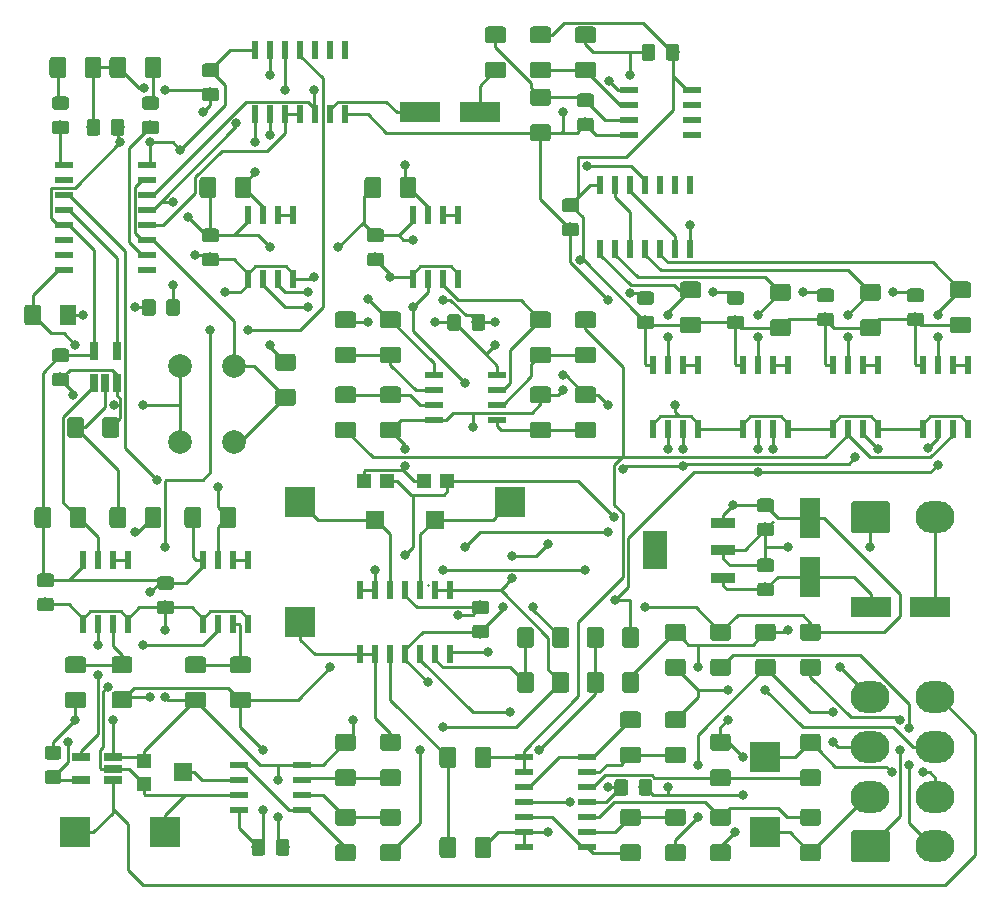
<source format=gbr>
G04 #@! TF.GenerationSoftware,KiCad,Pcbnew,(5.1.0)-1*
G04 #@! TF.CreationDate,2019-08-23T12:12:21+10:00*
G04 #@! TF.ProjectId,APPS,41505053-2e6b-4696-9361-645f70636258,rev?*
G04 #@! TF.SameCoordinates,Original*
G04 #@! TF.FileFunction,Copper,L1,Top*
G04 #@! TF.FilePolarity,Positive*
%FSLAX46Y46*%
G04 Gerber Fmt 4.6, Leading zero omitted, Abs format (unit mm)*
G04 Created by KiCad (PCBNEW (5.1.0)-1) date 2019-08-23 12:12:21*
%MOMM*%
%LPD*%
G04 APERTURE LIST*
%ADD10R,2.150000X3.250000*%
%ADD11R,2.150000X0.950000*%
%ADD12C,0.100000*%
%ADD13C,1.425000*%
%ADD14C,1.150000*%
%ADD15R,0.600000X1.550000*%
%ADD16C,2.700000*%
%ADD17O,3.300000X2.700000*%
%ADD18R,0.600000X1.500000*%
%ADD19R,3.500000X1.800000*%
%ADD20R,1.800000X3.500000*%
%ADD21R,1.200000X1.200000*%
%ADD22R,1.600000X1.500000*%
%ADD23R,1.500000X1.600000*%
%ADD24C,2.000000*%
%ADD25R,2.500000X2.500000*%
%ADD26R,1.550000X0.600000*%
%ADD27R,1.500000X0.600000*%
%ADD28R,1.560000X0.650000*%
%ADD29R,0.650000X1.560000*%
%ADD30C,0.800000*%
%ADD31C,0.250000*%
G04 APERTURE END LIST*
D10*
X167153000Y-101219000D03*
D11*
X172953000Y-103519000D03*
X172953000Y-101219000D03*
X172953000Y-98919000D03*
D12*
G36*
X117962004Y-80406204D02*
G01*
X117986273Y-80409804D01*
X118010071Y-80415765D01*
X118033171Y-80424030D01*
X118055349Y-80434520D01*
X118076393Y-80447133D01*
X118096098Y-80461747D01*
X118114277Y-80478223D01*
X118130753Y-80496402D01*
X118145367Y-80516107D01*
X118157980Y-80537151D01*
X118168470Y-80559329D01*
X118176735Y-80582429D01*
X118182696Y-80606227D01*
X118186296Y-80630496D01*
X118187500Y-80655000D01*
X118187500Y-81905000D01*
X118186296Y-81929504D01*
X118182696Y-81953773D01*
X118176735Y-81977571D01*
X118168470Y-82000671D01*
X118157980Y-82022849D01*
X118145367Y-82043893D01*
X118130753Y-82063598D01*
X118114277Y-82081777D01*
X118096098Y-82098253D01*
X118076393Y-82112867D01*
X118055349Y-82125480D01*
X118033171Y-82135970D01*
X118010071Y-82144235D01*
X117986273Y-82150196D01*
X117962004Y-82153796D01*
X117937500Y-82155000D01*
X117012500Y-82155000D01*
X116987996Y-82153796D01*
X116963727Y-82150196D01*
X116939929Y-82144235D01*
X116916829Y-82135970D01*
X116894651Y-82125480D01*
X116873607Y-82112867D01*
X116853902Y-82098253D01*
X116835723Y-82081777D01*
X116819247Y-82063598D01*
X116804633Y-82043893D01*
X116792020Y-82022849D01*
X116781530Y-82000671D01*
X116773265Y-81977571D01*
X116767304Y-81953773D01*
X116763704Y-81929504D01*
X116762500Y-81905000D01*
X116762500Y-80655000D01*
X116763704Y-80630496D01*
X116767304Y-80606227D01*
X116773265Y-80582429D01*
X116781530Y-80559329D01*
X116792020Y-80537151D01*
X116804633Y-80516107D01*
X116819247Y-80496402D01*
X116835723Y-80478223D01*
X116853902Y-80461747D01*
X116873607Y-80447133D01*
X116894651Y-80434520D01*
X116916829Y-80424030D01*
X116939929Y-80415765D01*
X116963727Y-80409804D01*
X116987996Y-80406204D01*
X117012500Y-80405000D01*
X117937500Y-80405000D01*
X117962004Y-80406204D01*
X117962004Y-80406204D01*
G37*
D13*
X117475000Y-81280000D03*
D12*
G36*
X114987004Y-80406204D02*
G01*
X115011273Y-80409804D01*
X115035071Y-80415765D01*
X115058171Y-80424030D01*
X115080349Y-80434520D01*
X115101393Y-80447133D01*
X115121098Y-80461747D01*
X115139277Y-80478223D01*
X115155753Y-80496402D01*
X115170367Y-80516107D01*
X115182980Y-80537151D01*
X115193470Y-80559329D01*
X115201735Y-80582429D01*
X115207696Y-80606227D01*
X115211296Y-80630496D01*
X115212500Y-80655000D01*
X115212500Y-81905000D01*
X115211296Y-81929504D01*
X115207696Y-81953773D01*
X115201735Y-81977571D01*
X115193470Y-82000671D01*
X115182980Y-82022849D01*
X115170367Y-82043893D01*
X115155753Y-82063598D01*
X115139277Y-82081777D01*
X115121098Y-82098253D01*
X115101393Y-82112867D01*
X115080349Y-82125480D01*
X115058171Y-82135970D01*
X115035071Y-82144235D01*
X115011273Y-82150196D01*
X114987004Y-82153796D01*
X114962500Y-82155000D01*
X114037500Y-82155000D01*
X114012996Y-82153796D01*
X113988727Y-82150196D01*
X113964929Y-82144235D01*
X113941829Y-82135970D01*
X113919651Y-82125480D01*
X113898607Y-82112867D01*
X113878902Y-82098253D01*
X113860723Y-82081777D01*
X113844247Y-82063598D01*
X113829633Y-82043893D01*
X113817020Y-82022849D01*
X113806530Y-82000671D01*
X113798265Y-81977571D01*
X113792304Y-81953773D01*
X113788704Y-81929504D01*
X113787500Y-81905000D01*
X113787500Y-80655000D01*
X113788704Y-80630496D01*
X113792304Y-80606227D01*
X113798265Y-80582429D01*
X113806530Y-80559329D01*
X113817020Y-80537151D01*
X113829633Y-80516107D01*
X113844247Y-80496402D01*
X113860723Y-80478223D01*
X113878902Y-80461747D01*
X113898607Y-80447133D01*
X113919651Y-80434520D01*
X113941829Y-80424030D01*
X113964929Y-80415765D01*
X113988727Y-80409804D01*
X114012996Y-80406204D01*
X114037500Y-80405000D01*
X114962500Y-80405000D01*
X114987004Y-80406204D01*
X114987004Y-80406204D01*
G37*
D13*
X114500000Y-81280000D03*
D12*
G36*
X126714505Y-79946204D02*
G01*
X126738773Y-79949804D01*
X126762572Y-79955765D01*
X126785671Y-79964030D01*
X126807850Y-79974520D01*
X126828893Y-79987132D01*
X126848599Y-80001747D01*
X126866777Y-80018223D01*
X126883253Y-80036401D01*
X126897868Y-80056107D01*
X126910480Y-80077150D01*
X126920970Y-80099329D01*
X126929235Y-80122428D01*
X126935196Y-80146227D01*
X126938796Y-80170495D01*
X126940000Y-80194999D01*
X126940000Y-81095001D01*
X126938796Y-81119505D01*
X126935196Y-81143773D01*
X126929235Y-81167572D01*
X126920970Y-81190671D01*
X126910480Y-81212850D01*
X126897868Y-81233893D01*
X126883253Y-81253599D01*
X126866777Y-81271777D01*
X126848599Y-81288253D01*
X126828893Y-81302868D01*
X126807850Y-81315480D01*
X126785671Y-81325970D01*
X126762572Y-81334235D01*
X126738773Y-81340196D01*
X126714505Y-81343796D01*
X126690001Y-81345000D01*
X126039999Y-81345000D01*
X126015495Y-81343796D01*
X125991227Y-81340196D01*
X125967428Y-81334235D01*
X125944329Y-81325970D01*
X125922150Y-81315480D01*
X125901107Y-81302868D01*
X125881401Y-81288253D01*
X125863223Y-81271777D01*
X125846747Y-81253599D01*
X125832132Y-81233893D01*
X125819520Y-81212850D01*
X125809030Y-81190671D01*
X125800765Y-81167572D01*
X125794804Y-81143773D01*
X125791204Y-81119505D01*
X125790000Y-81095001D01*
X125790000Y-80194999D01*
X125791204Y-80170495D01*
X125794804Y-80146227D01*
X125800765Y-80122428D01*
X125809030Y-80099329D01*
X125819520Y-80077150D01*
X125832132Y-80056107D01*
X125846747Y-80036401D01*
X125863223Y-80018223D01*
X125881401Y-80001747D01*
X125901107Y-79987132D01*
X125922150Y-79974520D01*
X125944329Y-79964030D01*
X125967428Y-79955765D01*
X125991227Y-79949804D01*
X126015495Y-79946204D01*
X126039999Y-79945000D01*
X126690001Y-79945000D01*
X126714505Y-79946204D01*
X126714505Y-79946204D01*
G37*
D14*
X126365000Y-80645000D03*
D12*
G36*
X124664505Y-79946204D02*
G01*
X124688773Y-79949804D01*
X124712572Y-79955765D01*
X124735671Y-79964030D01*
X124757850Y-79974520D01*
X124778893Y-79987132D01*
X124798599Y-80001747D01*
X124816777Y-80018223D01*
X124833253Y-80036401D01*
X124847868Y-80056107D01*
X124860480Y-80077150D01*
X124870970Y-80099329D01*
X124879235Y-80122428D01*
X124885196Y-80146227D01*
X124888796Y-80170495D01*
X124890000Y-80194999D01*
X124890000Y-81095001D01*
X124888796Y-81119505D01*
X124885196Y-81143773D01*
X124879235Y-81167572D01*
X124870970Y-81190671D01*
X124860480Y-81212850D01*
X124847868Y-81233893D01*
X124833253Y-81253599D01*
X124816777Y-81271777D01*
X124798599Y-81288253D01*
X124778893Y-81302868D01*
X124757850Y-81315480D01*
X124735671Y-81325970D01*
X124712572Y-81334235D01*
X124688773Y-81340196D01*
X124664505Y-81343796D01*
X124640001Y-81345000D01*
X123989999Y-81345000D01*
X123965495Y-81343796D01*
X123941227Y-81340196D01*
X123917428Y-81334235D01*
X123894329Y-81325970D01*
X123872150Y-81315480D01*
X123851107Y-81302868D01*
X123831401Y-81288253D01*
X123813223Y-81271777D01*
X123796747Y-81253599D01*
X123782132Y-81233893D01*
X123769520Y-81212850D01*
X123759030Y-81190671D01*
X123750765Y-81167572D01*
X123744804Y-81143773D01*
X123741204Y-81119505D01*
X123740000Y-81095001D01*
X123740000Y-80194999D01*
X123741204Y-80170495D01*
X123744804Y-80146227D01*
X123750765Y-80122428D01*
X123759030Y-80099329D01*
X123769520Y-80077150D01*
X123782132Y-80056107D01*
X123796747Y-80036401D01*
X123813223Y-80018223D01*
X123831401Y-80001747D01*
X123851107Y-79987132D01*
X123872150Y-79974520D01*
X123894329Y-79964030D01*
X123917428Y-79955765D01*
X123941227Y-79949804D01*
X123965495Y-79946204D01*
X123989999Y-79945000D01*
X124640001Y-79945000D01*
X124664505Y-79946204D01*
X124664505Y-79946204D01*
G37*
D14*
X124315000Y-80645000D03*
D12*
G36*
X116679505Y-117781204D02*
G01*
X116703773Y-117784804D01*
X116727572Y-117790765D01*
X116750671Y-117799030D01*
X116772850Y-117809520D01*
X116793893Y-117822132D01*
X116813599Y-117836747D01*
X116831777Y-117853223D01*
X116848253Y-117871401D01*
X116862868Y-117891107D01*
X116875480Y-117912150D01*
X116885970Y-117934329D01*
X116894235Y-117957428D01*
X116900196Y-117981227D01*
X116903796Y-118005495D01*
X116905000Y-118029999D01*
X116905000Y-118680001D01*
X116903796Y-118704505D01*
X116900196Y-118728773D01*
X116894235Y-118752572D01*
X116885970Y-118775671D01*
X116875480Y-118797850D01*
X116862868Y-118818893D01*
X116848253Y-118838599D01*
X116831777Y-118856777D01*
X116813599Y-118873253D01*
X116793893Y-118887868D01*
X116772850Y-118900480D01*
X116750671Y-118910970D01*
X116727572Y-118919235D01*
X116703773Y-118925196D01*
X116679505Y-118928796D01*
X116655001Y-118930000D01*
X115754999Y-118930000D01*
X115730495Y-118928796D01*
X115706227Y-118925196D01*
X115682428Y-118919235D01*
X115659329Y-118910970D01*
X115637150Y-118900480D01*
X115616107Y-118887868D01*
X115596401Y-118873253D01*
X115578223Y-118856777D01*
X115561747Y-118838599D01*
X115547132Y-118818893D01*
X115534520Y-118797850D01*
X115524030Y-118775671D01*
X115515765Y-118752572D01*
X115509804Y-118728773D01*
X115506204Y-118704505D01*
X115505000Y-118680001D01*
X115505000Y-118029999D01*
X115506204Y-118005495D01*
X115509804Y-117981227D01*
X115515765Y-117957428D01*
X115524030Y-117934329D01*
X115534520Y-117912150D01*
X115547132Y-117891107D01*
X115561747Y-117871401D01*
X115578223Y-117853223D01*
X115596401Y-117836747D01*
X115616107Y-117822132D01*
X115637150Y-117809520D01*
X115659329Y-117799030D01*
X115682428Y-117790765D01*
X115706227Y-117784804D01*
X115730495Y-117781204D01*
X115754999Y-117780000D01*
X116655001Y-117780000D01*
X116679505Y-117781204D01*
X116679505Y-117781204D01*
G37*
D14*
X116205000Y-118355000D03*
D12*
G36*
X116679505Y-119831204D02*
G01*
X116703773Y-119834804D01*
X116727572Y-119840765D01*
X116750671Y-119849030D01*
X116772850Y-119859520D01*
X116793893Y-119872132D01*
X116813599Y-119886747D01*
X116831777Y-119903223D01*
X116848253Y-119921401D01*
X116862868Y-119941107D01*
X116875480Y-119962150D01*
X116885970Y-119984329D01*
X116894235Y-120007428D01*
X116900196Y-120031227D01*
X116903796Y-120055495D01*
X116905000Y-120079999D01*
X116905000Y-120730001D01*
X116903796Y-120754505D01*
X116900196Y-120778773D01*
X116894235Y-120802572D01*
X116885970Y-120825671D01*
X116875480Y-120847850D01*
X116862868Y-120868893D01*
X116848253Y-120888599D01*
X116831777Y-120906777D01*
X116813599Y-120923253D01*
X116793893Y-120937868D01*
X116772850Y-120950480D01*
X116750671Y-120960970D01*
X116727572Y-120969235D01*
X116703773Y-120975196D01*
X116679505Y-120978796D01*
X116655001Y-120980000D01*
X115754999Y-120980000D01*
X115730495Y-120978796D01*
X115706227Y-120975196D01*
X115682428Y-120969235D01*
X115659329Y-120960970D01*
X115637150Y-120950480D01*
X115616107Y-120937868D01*
X115596401Y-120923253D01*
X115578223Y-120906777D01*
X115561747Y-120888599D01*
X115547132Y-120868893D01*
X115534520Y-120847850D01*
X115524030Y-120825671D01*
X115515765Y-120802572D01*
X115509804Y-120778773D01*
X115506204Y-120754505D01*
X115505000Y-120730001D01*
X115505000Y-120079999D01*
X115506204Y-120055495D01*
X115509804Y-120031227D01*
X115515765Y-120007428D01*
X115524030Y-119984329D01*
X115534520Y-119962150D01*
X115547132Y-119941107D01*
X115561747Y-119921401D01*
X115578223Y-119903223D01*
X115596401Y-119886747D01*
X115616107Y-119872132D01*
X115637150Y-119859520D01*
X115659329Y-119849030D01*
X115682428Y-119840765D01*
X115706227Y-119834804D01*
X115730495Y-119831204D01*
X115754999Y-119830000D01*
X116655001Y-119830000D01*
X116679505Y-119831204D01*
X116679505Y-119831204D01*
G37*
D14*
X116205000Y-120405000D03*
D15*
X182245000Y-85565000D03*
X183515000Y-85565000D03*
X184785000Y-85565000D03*
X186055000Y-85565000D03*
X186055000Y-90965000D03*
X184785000Y-90965000D03*
X183515000Y-90965000D03*
X182245000Y-90965000D03*
D12*
G36*
X186844503Y-124916204D02*
G01*
X186868772Y-124919804D01*
X186892570Y-124925765D01*
X186915670Y-124934030D01*
X186937849Y-124944520D01*
X186958892Y-124957133D01*
X186978598Y-124971748D01*
X186996776Y-124988224D01*
X187013252Y-125006402D01*
X187027867Y-125026108D01*
X187040480Y-125047151D01*
X187050970Y-125069330D01*
X187059235Y-125092430D01*
X187065196Y-125116228D01*
X187068796Y-125140497D01*
X187070000Y-125165001D01*
X187070000Y-127364999D01*
X187068796Y-127389503D01*
X187065196Y-127413772D01*
X187059235Y-127437570D01*
X187050970Y-127460670D01*
X187040480Y-127482849D01*
X187027867Y-127503892D01*
X187013252Y-127523598D01*
X186996776Y-127541776D01*
X186978598Y-127558252D01*
X186958892Y-127572867D01*
X186937849Y-127585480D01*
X186915670Y-127595970D01*
X186892570Y-127604235D01*
X186868772Y-127610196D01*
X186844503Y-127613796D01*
X186819999Y-127615000D01*
X184020001Y-127615000D01*
X183995497Y-127613796D01*
X183971228Y-127610196D01*
X183947430Y-127604235D01*
X183924330Y-127595970D01*
X183902151Y-127585480D01*
X183881108Y-127572867D01*
X183861402Y-127558252D01*
X183843224Y-127541776D01*
X183826748Y-127523598D01*
X183812133Y-127503892D01*
X183799520Y-127482849D01*
X183789030Y-127460670D01*
X183780765Y-127437570D01*
X183774804Y-127413772D01*
X183771204Y-127389503D01*
X183770000Y-127364999D01*
X183770000Y-125165001D01*
X183771204Y-125140497D01*
X183774804Y-125116228D01*
X183780765Y-125092430D01*
X183789030Y-125069330D01*
X183799520Y-125047151D01*
X183812133Y-125026108D01*
X183826748Y-125006402D01*
X183843224Y-124988224D01*
X183861402Y-124971748D01*
X183881108Y-124957133D01*
X183902151Y-124944520D01*
X183924330Y-124934030D01*
X183947430Y-124925765D01*
X183971228Y-124919804D01*
X183995497Y-124916204D01*
X184020001Y-124915000D01*
X186819999Y-124915000D01*
X186844503Y-124916204D01*
X186844503Y-124916204D01*
G37*
D16*
X185420000Y-126265000D03*
D17*
X185420000Y-122065000D03*
X185420000Y-117865000D03*
X185420000Y-113665000D03*
X190920000Y-126265000D03*
X190920000Y-122065000D03*
X190920000Y-117865000D03*
X190920000Y-113665000D03*
D18*
X149860000Y-110015000D03*
X148590000Y-110015000D03*
X147320000Y-110015000D03*
X146050000Y-110015000D03*
X144780000Y-110015000D03*
X143510000Y-110015000D03*
X142240000Y-110015000D03*
X142240000Y-104615000D03*
X143510000Y-104615000D03*
X144780000Y-104615000D03*
X146050000Y-104615000D03*
X147320000Y-104615000D03*
X148590000Y-104615000D03*
X149860000Y-104615000D03*
D12*
G36*
X177004505Y-103956204D02*
G01*
X177028773Y-103959804D01*
X177052572Y-103965765D01*
X177075671Y-103974030D01*
X177097850Y-103984520D01*
X177118893Y-103997132D01*
X177138599Y-104011747D01*
X177156777Y-104028223D01*
X177173253Y-104046401D01*
X177187868Y-104066107D01*
X177200480Y-104087150D01*
X177210970Y-104109329D01*
X177219235Y-104132428D01*
X177225196Y-104156227D01*
X177228796Y-104180495D01*
X177230000Y-104204999D01*
X177230000Y-104855001D01*
X177228796Y-104879505D01*
X177225196Y-104903773D01*
X177219235Y-104927572D01*
X177210970Y-104950671D01*
X177200480Y-104972850D01*
X177187868Y-104993893D01*
X177173253Y-105013599D01*
X177156777Y-105031777D01*
X177138599Y-105048253D01*
X177118893Y-105062868D01*
X177097850Y-105075480D01*
X177075671Y-105085970D01*
X177052572Y-105094235D01*
X177028773Y-105100196D01*
X177004505Y-105103796D01*
X176980001Y-105105000D01*
X176079999Y-105105000D01*
X176055495Y-105103796D01*
X176031227Y-105100196D01*
X176007428Y-105094235D01*
X175984329Y-105085970D01*
X175962150Y-105075480D01*
X175941107Y-105062868D01*
X175921401Y-105048253D01*
X175903223Y-105031777D01*
X175886747Y-105013599D01*
X175872132Y-104993893D01*
X175859520Y-104972850D01*
X175849030Y-104950671D01*
X175840765Y-104927572D01*
X175834804Y-104903773D01*
X175831204Y-104879505D01*
X175830000Y-104855001D01*
X175830000Y-104204999D01*
X175831204Y-104180495D01*
X175834804Y-104156227D01*
X175840765Y-104132428D01*
X175849030Y-104109329D01*
X175859520Y-104087150D01*
X175872132Y-104066107D01*
X175886747Y-104046401D01*
X175903223Y-104028223D01*
X175921401Y-104011747D01*
X175941107Y-103997132D01*
X175962150Y-103984520D01*
X175984329Y-103974030D01*
X176007428Y-103965765D01*
X176031227Y-103959804D01*
X176055495Y-103956204D01*
X176079999Y-103955000D01*
X176980001Y-103955000D01*
X177004505Y-103956204D01*
X177004505Y-103956204D01*
G37*
D14*
X176530000Y-104530000D03*
D12*
G36*
X177004505Y-101906204D02*
G01*
X177028773Y-101909804D01*
X177052572Y-101915765D01*
X177075671Y-101924030D01*
X177097850Y-101934520D01*
X177118893Y-101947132D01*
X177138599Y-101961747D01*
X177156777Y-101978223D01*
X177173253Y-101996401D01*
X177187868Y-102016107D01*
X177200480Y-102037150D01*
X177210970Y-102059329D01*
X177219235Y-102082428D01*
X177225196Y-102106227D01*
X177228796Y-102130495D01*
X177230000Y-102154999D01*
X177230000Y-102805001D01*
X177228796Y-102829505D01*
X177225196Y-102853773D01*
X177219235Y-102877572D01*
X177210970Y-102900671D01*
X177200480Y-102922850D01*
X177187868Y-102943893D01*
X177173253Y-102963599D01*
X177156777Y-102981777D01*
X177138599Y-102998253D01*
X177118893Y-103012868D01*
X177097850Y-103025480D01*
X177075671Y-103035970D01*
X177052572Y-103044235D01*
X177028773Y-103050196D01*
X177004505Y-103053796D01*
X176980001Y-103055000D01*
X176079999Y-103055000D01*
X176055495Y-103053796D01*
X176031227Y-103050196D01*
X176007428Y-103044235D01*
X175984329Y-103035970D01*
X175962150Y-103025480D01*
X175941107Y-103012868D01*
X175921401Y-102998253D01*
X175903223Y-102981777D01*
X175886747Y-102963599D01*
X175872132Y-102943893D01*
X175859520Y-102922850D01*
X175849030Y-102900671D01*
X175840765Y-102877572D01*
X175834804Y-102853773D01*
X175831204Y-102829505D01*
X175830000Y-102805001D01*
X175830000Y-102154999D01*
X175831204Y-102130495D01*
X175834804Y-102106227D01*
X175840765Y-102082428D01*
X175849030Y-102059329D01*
X175859520Y-102037150D01*
X175872132Y-102016107D01*
X175886747Y-101996401D01*
X175903223Y-101978223D01*
X175921401Y-101961747D01*
X175941107Y-101947132D01*
X175962150Y-101934520D01*
X175984329Y-101924030D01*
X176007428Y-101915765D01*
X176031227Y-101909804D01*
X176055495Y-101906204D01*
X176079999Y-101905000D01*
X176980001Y-101905000D01*
X177004505Y-101906204D01*
X177004505Y-101906204D01*
G37*
D14*
X176530000Y-102480000D03*
D12*
G36*
X177004505Y-98876204D02*
G01*
X177028773Y-98879804D01*
X177052572Y-98885765D01*
X177075671Y-98894030D01*
X177097850Y-98904520D01*
X177118893Y-98917132D01*
X177138599Y-98931747D01*
X177156777Y-98948223D01*
X177173253Y-98966401D01*
X177187868Y-98986107D01*
X177200480Y-99007150D01*
X177210970Y-99029329D01*
X177219235Y-99052428D01*
X177225196Y-99076227D01*
X177228796Y-99100495D01*
X177230000Y-99124999D01*
X177230000Y-99775001D01*
X177228796Y-99799505D01*
X177225196Y-99823773D01*
X177219235Y-99847572D01*
X177210970Y-99870671D01*
X177200480Y-99892850D01*
X177187868Y-99913893D01*
X177173253Y-99933599D01*
X177156777Y-99951777D01*
X177138599Y-99968253D01*
X177118893Y-99982868D01*
X177097850Y-99995480D01*
X177075671Y-100005970D01*
X177052572Y-100014235D01*
X177028773Y-100020196D01*
X177004505Y-100023796D01*
X176980001Y-100025000D01*
X176079999Y-100025000D01*
X176055495Y-100023796D01*
X176031227Y-100020196D01*
X176007428Y-100014235D01*
X175984329Y-100005970D01*
X175962150Y-99995480D01*
X175941107Y-99982868D01*
X175921401Y-99968253D01*
X175903223Y-99951777D01*
X175886747Y-99933599D01*
X175872132Y-99913893D01*
X175859520Y-99892850D01*
X175849030Y-99870671D01*
X175840765Y-99847572D01*
X175834804Y-99823773D01*
X175831204Y-99799505D01*
X175830000Y-99775001D01*
X175830000Y-99124999D01*
X175831204Y-99100495D01*
X175834804Y-99076227D01*
X175840765Y-99052428D01*
X175849030Y-99029329D01*
X175859520Y-99007150D01*
X175872132Y-98986107D01*
X175886747Y-98966401D01*
X175903223Y-98948223D01*
X175921401Y-98931747D01*
X175941107Y-98917132D01*
X175962150Y-98904520D01*
X175984329Y-98894030D01*
X176007428Y-98885765D01*
X176031227Y-98879804D01*
X176055495Y-98876204D01*
X176079999Y-98875000D01*
X176980001Y-98875000D01*
X177004505Y-98876204D01*
X177004505Y-98876204D01*
G37*
D14*
X176530000Y-99450000D03*
D12*
G36*
X177004505Y-96826204D02*
G01*
X177028773Y-96829804D01*
X177052572Y-96835765D01*
X177075671Y-96844030D01*
X177097850Y-96854520D01*
X177118893Y-96867132D01*
X177138599Y-96881747D01*
X177156777Y-96898223D01*
X177173253Y-96916401D01*
X177187868Y-96936107D01*
X177200480Y-96957150D01*
X177210970Y-96979329D01*
X177219235Y-97002428D01*
X177225196Y-97026227D01*
X177228796Y-97050495D01*
X177230000Y-97074999D01*
X177230000Y-97725001D01*
X177228796Y-97749505D01*
X177225196Y-97773773D01*
X177219235Y-97797572D01*
X177210970Y-97820671D01*
X177200480Y-97842850D01*
X177187868Y-97863893D01*
X177173253Y-97883599D01*
X177156777Y-97901777D01*
X177138599Y-97918253D01*
X177118893Y-97932868D01*
X177097850Y-97945480D01*
X177075671Y-97955970D01*
X177052572Y-97964235D01*
X177028773Y-97970196D01*
X177004505Y-97973796D01*
X176980001Y-97975000D01*
X176079999Y-97975000D01*
X176055495Y-97973796D01*
X176031227Y-97970196D01*
X176007428Y-97964235D01*
X175984329Y-97955970D01*
X175962150Y-97945480D01*
X175941107Y-97932868D01*
X175921401Y-97918253D01*
X175903223Y-97901777D01*
X175886747Y-97883599D01*
X175872132Y-97863893D01*
X175859520Y-97842850D01*
X175849030Y-97820671D01*
X175840765Y-97797572D01*
X175834804Y-97773773D01*
X175831204Y-97749505D01*
X175830000Y-97725001D01*
X175830000Y-97074999D01*
X175831204Y-97050495D01*
X175834804Y-97026227D01*
X175840765Y-97002428D01*
X175849030Y-96979329D01*
X175859520Y-96957150D01*
X175872132Y-96936107D01*
X175886747Y-96916401D01*
X175903223Y-96898223D01*
X175921401Y-96881747D01*
X175941107Y-96867132D01*
X175962150Y-96854520D01*
X175984329Y-96844030D01*
X176007428Y-96835765D01*
X176031227Y-96829804D01*
X176055495Y-96826204D01*
X176079999Y-96825000D01*
X176980001Y-96825000D01*
X177004505Y-96826204D01*
X177004505Y-96826204D01*
G37*
D14*
X176530000Y-97400000D03*
D12*
G36*
X166844505Y-81341204D02*
G01*
X166868773Y-81344804D01*
X166892572Y-81350765D01*
X166915671Y-81359030D01*
X166937850Y-81369520D01*
X166958893Y-81382132D01*
X166978599Y-81396747D01*
X166996777Y-81413223D01*
X167013253Y-81431401D01*
X167027868Y-81451107D01*
X167040480Y-81472150D01*
X167050970Y-81494329D01*
X167059235Y-81517428D01*
X167065196Y-81541227D01*
X167068796Y-81565495D01*
X167070000Y-81589999D01*
X167070000Y-82240001D01*
X167068796Y-82264505D01*
X167065196Y-82288773D01*
X167059235Y-82312572D01*
X167050970Y-82335671D01*
X167040480Y-82357850D01*
X167027868Y-82378893D01*
X167013253Y-82398599D01*
X166996777Y-82416777D01*
X166978599Y-82433253D01*
X166958893Y-82447868D01*
X166937850Y-82460480D01*
X166915671Y-82470970D01*
X166892572Y-82479235D01*
X166868773Y-82485196D01*
X166844505Y-82488796D01*
X166820001Y-82490000D01*
X165919999Y-82490000D01*
X165895495Y-82488796D01*
X165871227Y-82485196D01*
X165847428Y-82479235D01*
X165824329Y-82470970D01*
X165802150Y-82460480D01*
X165781107Y-82447868D01*
X165761401Y-82433253D01*
X165743223Y-82416777D01*
X165726747Y-82398599D01*
X165712132Y-82378893D01*
X165699520Y-82357850D01*
X165689030Y-82335671D01*
X165680765Y-82312572D01*
X165674804Y-82288773D01*
X165671204Y-82264505D01*
X165670000Y-82240001D01*
X165670000Y-81589999D01*
X165671204Y-81565495D01*
X165674804Y-81541227D01*
X165680765Y-81517428D01*
X165689030Y-81494329D01*
X165699520Y-81472150D01*
X165712132Y-81451107D01*
X165726747Y-81431401D01*
X165743223Y-81413223D01*
X165761401Y-81396747D01*
X165781107Y-81382132D01*
X165802150Y-81369520D01*
X165824329Y-81359030D01*
X165847428Y-81350765D01*
X165871227Y-81344804D01*
X165895495Y-81341204D01*
X165919999Y-81340000D01*
X166820001Y-81340000D01*
X166844505Y-81341204D01*
X166844505Y-81341204D01*
G37*
D14*
X166370000Y-81915000D03*
D12*
G36*
X166844505Y-79291204D02*
G01*
X166868773Y-79294804D01*
X166892572Y-79300765D01*
X166915671Y-79309030D01*
X166937850Y-79319520D01*
X166958893Y-79332132D01*
X166978599Y-79346747D01*
X166996777Y-79363223D01*
X167013253Y-79381401D01*
X167027868Y-79401107D01*
X167040480Y-79422150D01*
X167050970Y-79444329D01*
X167059235Y-79467428D01*
X167065196Y-79491227D01*
X167068796Y-79515495D01*
X167070000Y-79539999D01*
X167070000Y-80190001D01*
X167068796Y-80214505D01*
X167065196Y-80238773D01*
X167059235Y-80262572D01*
X167050970Y-80285671D01*
X167040480Y-80307850D01*
X167027868Y-80328893D01*
X167013253Y-80348599D01*
X166996777Y-80366777D01*
X166978599Y-80383253D01*
X166958893Y-80397868D01*
X166937850Y-80410480D01*
X166915671Y-80420970D01*
X166892572Y-80429235D01*
X166868773Y-80435196D01*
X166844505Y-80438796D01*
X166820001Y-80440000D01*
X165919999Y-80440000D01*
X165895495Y-80438796D01*
X165871227Y-80435196D01*
X165847428Y-80429235D01*
X165824329Y-80420970D01*
X165802150Y-80410480D01*
X165781107Y-80397868D01*
X165761401Y-80383253D01*
X165743223Y-80366777D01*
X165726747Y-80348599D01*
X165712132Y-80328893D01*
X165699520Y-80307850D01*
X165689030Y-80285671D01*
X165680765Y-80262572D01*
X165674804Y-80238773D01*
X165671204Y-80214505D01*
X165670000Y-80190001D01*
X165670000Y-79539999D01*
X165671204Y-79515495D01*
X165674804Y-79491227D01*
X165680765Y-79467428D01*
X165689030Y-79444329D01*
X165699520Y-79422150D01*
X165712132Y-79401107D01*
X165726747Y-79381401D01*
X165743223Y-79363223D01*
X165761401Y-79346747D01*
X165781107Y-79332132D01*
X165802150Y-79319520D01*
X165824329Y-79309030D01*
X165847428Y-79300765D01*
X165871227Y-79294804D01*
X165895495Y-79291204D01*
X165919999Y-79290000D01*
X166820001Y-79290000D01*
X166844505Y-79291204D01*
X166844505Y-79291204D01*
G37*
D14*
X166370000Y-79865000D03*
D12*
G36*
X174464505Y-79291204D02*
G01*
X174488773Y-79294804D01*
X174512572Y-79300765D01*
X174535671Y-79309030D01*
X174557850Y-79319520D01*
X174578893Y-79332132D01*
X174598599Y-79346747D01*
X174616777Y-79363223D01*
X174633253Y-79381401D01*
X174647868Y-79401107D01*
X174660480Y-79422150D01*
X174670970Y-79444329D01*
X174679235Y-79467428D01*
X174685196Y-79491227D01*
X174688796Y-79515495D01*
X174690000Y-79539999D01*
X174690000Y-80190001D01*
X174688796Y-80214505D01*
X174685196Y-80238773D01*
X174679235Y-80262572D01*
X174670970Y-80285671D01*
X174660480Y-80307850D01*
X174647868Y-80328893D01*
X174633253Y-80348599D01*
X174616777Y-80366777D01*
X174598599Y-80383253D01*
X174578893Y-80397868D01*
X174557850Y-80410480D01*
X174535671Y-80420970D01*
X174512572Y-80429235D01*
X174488773Y-80435196D01*
X174464505Y-80438796D01*
X174440001Y-80440000D01*
X173539999Y-80440000D01*
X173515495Y-80438796D01*
X173491227Y-80435196D01*
X173467428Y-80429235D01*
X173444329Y-80420970D01*
X173422150Y-80410480D01*
X173401107Y-80397868D01*
X173381401Y-80383253D01*
X173363223Y-80366777D01*
X173346747Y-80348599D01*
X173332132Y-80328893D01*
X173319520Y-80307850D01*
X173309030Y-80285671D01*
X173300765Y-80262572D01*
X173294804Y-80238773D01*
X173291204Y-80214505D01*
X173290000Y-80190001D01*
X173290000Y-79539999D01*
X173291204Y-79515495D01*
X173294804Y-79491227D01*
X173300765Y-79467428D01*
X173309030Y-79444329D01*
X173319520Y-79422150D01*
X173332132Y-79401107D01*
X173346747Y-79381401D01*
X173363223Y-79363223D01*
X173381401Y-79346747D01*
X173401107Y-79332132D01*
X173422150Y-79319520D01*
X173444329Y-79309030D01*
X173467428Y-79300765D01*
X173491227Y-79294804D01*
X173515495Y-79291204D01*
X173539999Y-79290000D01*
X174440001Y-79290000D01*
X174464505Y-79291204D01*
X174464505Y-79291204D01*
G37*
D14*
X173990000Y-79865000D03*
D12*
G36*
X174464505Y-81341204D02*
G01*
X174488773Y-81344804D01*
X174512572Y-81350765D01*
X174535671Y-81359030D01*
X174557850Y-81369520D01*
X174578893Y-81382132D01*
X174598599Y-81396747D01*
X174616777Y-81413223D01*
X174633253Y-81431401D01*
X174647868Y-81451107D01*
X174660480Y-81472150D01*
X174670970Y-81494329D01*
X174679235Y-81517428D01*
X174685196Y-81541227D01*
X174688796Y-81565495D01*
X174690000Y-81589999D01*
X174690000Y-82240001D01*
X174688796Y-82264505D01*
X174685196Y-82288773D01*
X174679235Y-82312572D01*
X174670970Y-82335671D01*
X174660480Y-82357850D01*
X174647868Y-82378893D01*
X174633253Y-82398599D01*
X174616777Y-82416777D01*
X174598599Y-82433253D01*
X174578893Y-82447868D01*
X174557850Y-82460480D01*
X174535671Y-82470970D01*
X174512572Y-82479235D01*
X174488773Y-82485196D01*
X174464505Y-82488796D01*
X174440001Y-82490000D01*
X173539999Y-82490000D01*
X173515495Y-82488796D01*
X173491227Y-82485196D01*
X173467428Y-82479235D01*
X173444329Y-82470970D01*
X173422150Y-82460480D01*
X173401107Y-82447868D01*
X173381401Y-82433253D01*
X173363223Y-82416777D01*
X173346747Y-82398599D01*
X173332132Y-82378893D01*
X173319520Y-82357850D01*
X173309030Y-82335671D01*
X173300765Y-82312572D01*
X173294804Y-82288773D01*
X173291204Y-82264505D01*
X173290000Y-82240001D01*
X173290000Y-81589999D01*
X173291204Y-81565495D01*
X173294804Y-81541227D01*
X173300765Y-81517428D01*
X173309030Y-81494329D01*
X173319520Y-81472150D01*
X173332132Y-81451107D01*
X173346747Y-81431401D01*
X173363223Y-81413223D01*
X173381401Y-81396747D01*
X173401107Y-81382132D01*
X173422150Y-81369520D01*
X173444329Y-81359030D01*
X173467428Y-81350765D01*
X173491227Y-81344804D01*
X173515495Y-81341204D01*
X173539999Y-81340000D01*
X174440001Y-81340000D01*
X174464505Y-81341204D01*
X174464505Y-81341204D01*
G37*
D14*
X173990000Y-81915000D03*
D12*
G36*
X161764505Y-62536204D02*
G01*
X161788773Y-62539804D01*
X161812572Y-62545765D01*
X161835671Y-62554030D01*
X161857850Y-62564520D01*
X161878893Y-62577132D01*
X161898599Y-62591747D01*
X161916777Y-62608223D01*
X161933253Y-62626401D01*
X161947868Y-62646107D01*
X161960480Y-62667150D01*
X161970970Y-62689329D01*
X161979235Y-62712428D01*
X161985196Y-62736227D01*
X161988796Y-62760495D01*
X161990000Y-62784999D01*
X161990000Y-63435001D01*
X161988796Y-63459505D01*
X161985196Y-63483773D01*
X161979235Y-63507572D01*
X161970970Y-63530671D01*
X161960480Y-63552850D01*
X161947868Y-63573893D01*
X161933253Y-63593599D01*
X161916777Y-63611777D01*
X161898599Y-63628253D01*
X161878893Y-63642868D01*
X161857850Y-63655480D01*
X161835671Y-63665970D01*
X161812572Y-63674235D01*
X161788773Y-63680196D01*
X161764505Y-63683796D01*
X161740001Y-63685000D01*
X160839999Y-63685000D01*
X160815495Y-63683796D01*
X160791227Y-63680196D01*
X160767428Y-63674235D01*
X160744329Y-63665970D01*
X160722150Y-63655480D01*
X160701107Y-63642868D01*
X160681401Y-63628253D01*
X160663223Y-63611777D01*
X160646747Y-63593599D01*
X160632132Y-63573893D01*
X160619520Y-63552850D01*
X160609030Y-63530671D01*
X160600765Y-63507572D01*
X160594804Y-63483773D01*
X160591204Y-63459505D01*
X160590000Y-63435001D01*
X160590000Y-62784999D01*
X160591204Y-62760495D01*
X160594804Y-62736227D01*
X160600765Y-62712428D01*
X160609030Y-62689329D01*
X160619520Y-62667150D01*
X160632132Y-62646107D01*
X160646747Y-62626401D01*
X160663223Y-62608223D01*
X160681401Y-62591747D01*
X160701107Y-62577132D01*
X160722150Y-62564520D01*
X160744329Y-62554030D01*
X160767428Y-62545765D01*
X160791227Y-62539804D01*
X160815495Y-62536204D01*
X160839999Y-62535000D01*
X161740001Y-62535000D01*
X161764505Y-62536204D01*
X161764505Y-62536204D01*
G37*
D14*
X161290000Y-63110000D03*
D12*
G36*
X161764505Y-64586204D02*
G01*
X161788773Y-64589804D01*
X161812572Y-64595765D01*
X161835671Y-64604030D01*
X161857850Y-64614520D01*
X161878893Y-64627132D01*
X161898599Y-64641747D01*
X161916777Y-64658223D01*
X161933253Y-64676401D01*
X161947868Y-64696107D01*
X161960480Y-64717150D01*
X161970970Y-64739329D01*
X161979235Y-64762428D01*
X161985196Y-64786227D01*
X161988796Y-64810495D01*
X161990000Y-64834999D01*
X161990000Y-65485001D01*
X161988796Y-65509505D01*
X161985196Y-65533773D01*
X161979235Y-65557572D01*
X161970970Y-65580671D01*
X161960480Y-65602850D01*
X161947868Y-65623893D01*
X161933253Y-65643599D01*
X161916777Y-65661777D01*
X161898599Y-65678253D01*
X161878893Y-65692868D01*
X161857850Y-65705480D01*
X161835671Y-65715970D01*
X161812572Y-65724235D01*
X161788773Y-65730196D01*
X161764505Y-65733796D01*
X161740001Y-65735000D01*
X160839999Y-65735000D01*
X160815495Y-65733796D01*
X160791227Y-65730196D01*
X160767428Y-65724235D01*
X160744329Y-65715970D01*
X160722150Y-65705480D01*
X160701107Y-65692868D01*
X160681401Y-65678253D01*
X160663223Y-65661777D01*
X160646747Y-65643599D01*
X160632132Y-65623893D01*
X160619520Y-65602850D01*
X160609030Y-65580671D01*
X160600765Y-65557572D01*
X160594804Y-65533773D01*
X160591204Y-65509505D01*
X160590000Y-65485001D01*
X160590000Y-64834999D01*
X160591204Y-64810495D01*
X160594804Y-64786227D01*
X160600765Y-64762428D01*
X160609030Y-64739329D01*
X160619520Y-64717150D01*
X160632132Y-64696107D01*
X160646747Y-64676401D01*
X160663223Y-64658223D01*
X160681401Y-64641747D01*
X160701107Y-64627132D01*
X160722150Y-64614520D01*
X160744329Y-64604030D01*
X160767428Y-64595765D01*
X160791227Y-64589804D01*
X160815495Y-64586204D01*
X160839999Y-64585000D01*
X161740001Y-64585000D01*
X161764505Y-64586204D01*
X161764505Y-64586204D01*
G37*
D14*
X161290000Y-65160000D03*
D12*
G36*
X182084505Y-81096204D02*
G01*
X182108773Y-81099804D01*
X182132572Y-81105765D01*
X182155671Y-81114030D01*
X182177850Y-81124520D01*
X182198893Y-81137132D01*
X182218599Y-81151747D01*
X182236777Y-81168223D01*
X182253253Y-81186401D01*
X182267868Y-81206107D01*
X182280480Y-81227150D01*
X182290970Y-81249329D01*
X182299235Y-81272428D01*
X182305196Y-81296227D01*
X182308796Y-81320495D01*
X182310000Y-81344999D01*
X182310000Y-81995001D01*
X182308796Y-82019505D01*
X182305196Y-82043773D01*
X182299235Y-82067572D01*
X182290970Y-82090671D01*
X182280480Y-82112850D01*
X182267868Y-82133893D01*
X182253253Y-82153599D01*
X182236777Y-82171777D01*
X182218599Y-82188253D01*
X182198893Y-82202868D01*
X182177850Y-82215480D01*
X182155671Y-82225970D01*
X182132572Y-82234235D01*
X182108773Y-82240196D01*
X182084505Y-82243796D01*
X182060001Y-82245000D01*
X181159999Y-82245000D01*
X181135495Y-82243796D01*
X181111227Y-82240196D01*
X181087428Y-82234235D01*
X181064329Y-82225970D01*
X181042150Y-82215480D01*
X181021107Y-82202868D01*
X181001401Y-82188253D01*
X180983223Y-82171777D01*
X180966747Y-82153599D01*
X180952132Y-82133893D01*
X180939520Y-82112850D01*
X180929030Y-82090671D01*
X180920765Y-82067572D01*
X180914804Y-82043773D01*
X180911204Y-82019505D01*
X180910000Y-81995001D01*
X180910000Y-81344999D01*
X180911204Y-81320495D01*
X180914804Y-81296227D01*
X180920765Y-81272428D01*
X180929030Y-81249329D01*
X180939520Y-81227150D01*
X180952132Y-81206107D01*
X180966747Y-81186401D01*
X180983223Y-81168223D01*
X181001401Y-81151747D01*
X181021107Y-81137132D01*
X181042150Y-81124520D01*
X181064329Y-81114030D01*
X181087428Y-81105765D01*
X181111227Y-81099804D01*
X181135495Y-81096204D01*
X181159999Y-81095000D01*
X182060001Y-81095000D01*
X182084505Y-81096204D01*
X182084505Y-81096204D01*
G37*
D14*
X181610000Y-81670000D03*
D12*
G36*
X182084505Y-79046204D02*
G01*
X182108773Y-79049804D01*
X182132572Y-79055765D01*
X182155671Y-79064030D01*
X182177850Y-79074520D01*
X182198893Y-79087132D01*
X182218599Y-79101747D01*
X182236777Y-79118223D01*
X182253253Y-79136401D01*
X182267868Y-79156107D01*
X182280480Y-79177150D01*
X182290970Y-79199329D01*
X182299235Y-79222428D01*
X182305196Y-79246227D01*
X182308796Y-79270495D01*
X182310000Y-79294999D01*
X182310000Y-79945001D01*
X182308796Y-79969505D01*
X182305196Y-79993773D01*
X182299235Y-80017572D01*
X182290970Y-80040671D01*
X182280480Y-80062850D01*
X182267868Y-80083893D01*
X182253253Y-80103599D01*
X182236777Y-80121777D01*
X182218599Y-80138253D01*
X182198893Y-80152868D01*
X182177850Y-80165480D01*
X182155671Y-80175970D01*
X182132572Y-80184235D01*
X182108773Y-80190196D01*
X182084505Y-80193796D01*
X182060001Y-80195000D01*
X181159999Y-80195000D01*
X181135495Y-80193796D01*
X181111227Y-80190196D01*
X181087428Y-80184235D01*
X181064329Y-80175970D01*
X181042150Y-80165480D01*
X181021107Y-80152868D01*
X181001401Y-80138253D01*
X180983223Y-80121777D01*
X180966747Y-80103599D01*
X180952132Y-80083893D01*
X180939520Y-80062850D01*
X180929030Y-80040671D01*
X180920765Y-80017572D01*
X180914804Y-79993773D01*
X180911204Y-79969505D01*
X180910000Y-79945001D01*
X180910000Y-79294999D01*
X180911204Y-79270495D01*
X180914804Y-79246227D01*
X180920765Y-79222428D01*
X180929030Y-79199329D01*
X180939520Y-79177150D01*
X180952132Y-79156107D01*
X180966747Y-79136401D01*
X180983223Y-79118223D01*
X181001401Y-79101747D01*
X181021107Y-79087132D01*
X181042150Y-79074520D01*
X181064329Y-79064030D01*
X181087428Y-79055765D01*
X181111227Y-79049804D01*
X181135495Y-79046204D01*
X181159999Y-79045000D01*
X182060001Y-79045000D01*
X182084505Y-79046204D01*
X182084505Y-79046204D01*
G37*
D14*
X181610000Y-79620000D03*
D12*
G36*
X189704505Y-79046204D02*
G01*
X189728773Y-79049804D01*
X189752572Y-79055765D01*
X189775671Y-79064030D01*
X189797850Y-79074520D01*
X189818893Y-79087132D01*
X189838599Y-79101747D01*
X189856777Y-79118223D01*
X189873253Y-79136401D01*
X189887868Y-79156107D01*
X189900480Y-79177150D01*
X189910970Y-79199329D01*
X189919235Y-79222428D01*
X189925196Y-79246227D01*
X189928796Y-79270495D01*
X189930000Y-79294999D01*
X189930000Y-79945001D01*
X189928796Y-79969505D01*
X189925196Y-79993773D01*
X189919235Y-80017572D01*
X189910970Y-80040671D01*
X189900480Y-80062850D01*
X189887868Y-80083893D01*
X189873253Y-80103599D01*
X189856777Y-80121777D01*
X189838599Y-80138253D01*
X189818893Y-80152868D01*
X189797850Y-80165480D01*
X189775671Y-80175970D01*
X189752572Y-80184235D01*
X189728773Y-80190196D01*
X189704505Y-80193796D01*
X189680001Y-80195000D01*
X188779999Y-80195000D01*
X188755495Y-80193796D01*
X188731227Y-80190196D01*
X188707428Y-80184235D01*
X188684329Y-80175970D01*
X188662150Y-80165480D01*
X188641107Y-80152868D01*
X188621401Y-80138253D01*
X188603223Y-80121777D01*
X188586747Y-80103599D01*
X188572132Y-80083893D01*
X188559520Y-80062850D01*
X188549030Y-80040671D01*
X188540765Y-80017572D01*
X188534804Y-79993773D01*
X188531204Y-79969505D01*
X188530000Y-79945001D01*
X188530000Y-79294999D01*
X188531204Y-79270495D01*
X188534804Y-79246227D01*
X188540765Y-79222428D01*
X188549030Y-79199329D01*
X188559520Y-79177150D01*
X188572132Y-79156107D01*
X188586747Y-79136401D01*
X188603223Y-79118223D01*
X188621401Y-79101747D01*
X188641107Y-79087132D01*
X188662150Y-79074520D01*
X188684329Y-79064030D01*
X188707428Y-79055765D01*
X188731227Y-79049804D01*
X188755495Y-79046204D01*
X188779999Y-79045000D01*
X189680001Y-79045000D01*
X189704505Y-79046204D01*
X189704505Y-79046204D01*
G37*
D14*
X189230000Y-79620000D03*
D12*
G36*
X189704505Y-81096204D02*
G01*
X189728773Y-81099804D01*
X189752572Y-81105765D01*
X189775671Y-81114030D01*
X189797850Y-81124520D01*
X189818893Y-81137132D01*
X189838599Y-81151747D01*
X189856777Y-81168223D01*
X189873253Y-81186401D01*
X189887868Y-81206107D01*
X189900480Y-81227150D01*
X189910970Y-81249329D01*
X189919235Y-81272428D01*
X189925196Y-81296227D01*
X189928796Y-81320495D01*
X189930000Y-81344999D01*
X189930000Y-81995001D01*
X189928796Y-82019505D01*
X189925196Y-82043773D01*
X189919235Y-82067572D01*
X189910970Y-82090671D01*
X189900480Y-82112850D01*
X189887868Y-82133893D01*
X189873253Y-82153599D01*
X189856777Y-82171777D01*
X189838599Y-82188253D01*
X189818893Y-82202868D01*
X189797850Y-82215480D01*
X189775671Y-82225970D01*
X189752572Y-82234235D01*
X189728773Y-82240196D01*
X189704505Y-82243796D01*
X189680001Y-82245000D01*
X188779999Y-82245000D01*
X188755495Y-82243796D01*
X188731227Y-82240196D01*
X188707428Y-82234235D01*
X188684329Y-82225970D01*
X188662150Y-82215480D01*
X188641107Y-82202868D01*
X188621401Y-82188253D01*
X188603223Y-82171777D01*
X188586747Y-82153599D01*
X188572132Y-82133893D01*
X188559520Y-82112850D01*
X188549030Y-82090671D01*
X188540765Y-82067572D01*
X188534804Y-82043773D01*
X188531204Y-82019505D01*
X188530000Y-81995001D01*
X188530000Y-81344999D01*
X188531204Y-81320495D01*
X188534804Y-81296227D01*
X188540765Y-81272428D01*
X188549030Y-81249329D01*
X188559520Y-81227150D01*
X188572132Y-81206107D01*
X188586747Y-81186401D01*
X188603223Y-81168223D01*
X188621401Y-81151747D01*
X188641107Y-81137132D01*
X188662150Y-81124520D01*
X188684329Y-81114030D01*
X188707428Y-81105765D01*
X188731227Y-81099804D01*
X188755495Y-81096204D01*
X188779999Y-81095000D01*
X189680001Y-81095000D01*
X189704505Y-81096204D01*
X189704505Y-81096204D01*
G37*
D14*
X189230000Y-81670000D03*
D12*
G36*
X152874505Y-105471204D02*
G01*
X152898773Y-105474804D01*
X152922572Y-105480765D01*
X152945671Y-105489030D01*
X152967850Y-105499520D01*
X152988893Y-105512132D01*
X153008599Y-105526747D01*
X153026777Y-105543223D01*
X153043253Y-105561401D01*
X153057868Y-105581107D01*
X153070480Y-105602150D01*
X153080970Y-105624329D01*
X153089235Y-105647428D01*
X153095196Y-105671227D01*
X153098796Y-105695495D01*
X153100000Y-105719999D01*
X153100000Y-106370001D01*
X153098796Y-106394505D01*
X153095196Y-106418773D01*
X153089235Y-106442572D01*
X153080970Y-106465671D01*
X153070480Y-106487850D01*
X153057868Y-106508893D01*
X153043253Y-106528599D01*
X153026777Y-106546777D01*
X153008599Y-106563253D01*
X152988893Y-106577868D01*
X152967850Y-106590480D01*
X152945671Y-106600970D01*
X152922572Y-106609235D01*
X152898773Y-106615196D01*
X152874505Y-106618796D01*
X152850001Y-106620000D01*
X151949999Y-106620000D01*
X151925495Y-106618796D01*
X151901227Y-106615196D01*
X151877428Y-106609235D01*
X151854329Y-106600970D01*
X151832150Y-106590480D01*
X151811107Y-106577868D01*
X151791401Y-106563253D01*
X151773223Y-106546777D01*
X151756747Y-106528599D01*
X151742132Y-106508893D01*
X151729520Y-106487850D01*
X151719030Y-106465671D01*
X151710765Y-106442572D01*
X151704804Y-106418773D01*
X151701204Y-106394505D01*
X151700000Y-106370001D01*
X151700000Y-105719999D01*
X151701204Y-105695495D01*
X151704804Y-105671227D01*
X151710765Y-105647428D01*
X151719030Y-105624329D01*
X151729520Y-105602150D01*
X151742132Y-105581107D01*
X151756747Y-105561401D01*
X151773223Y-105543223D01*
X151791401Y-105526747D01*
X151811107Y-105512132D01*
X151832150Y-105499520D01*
X151854329Y-105489030D01*
X151877428Y-105480765D01*
X151901227Y-105474804D01*
X151925495Y-105471204D01*
X151949999Y-105470000D01*
X152850001Y-105470000D01*
X152874505Y-105471204D01*
X152874505Y-105471204D01*
G37*
D14*
X152400000Y-106045000D03*
D12*
G36*
X152874505Y-107521204D02*
G01*
X152898773Y-107524804D01*
X152922572Y-107530765D01*
X152945671Y-107539030D01*
X152967850Y-107549520D01*
X152988893Y-107562132D01*
X153008599Y-107576747D01*
X153026777Y-107593223D01*
X153043253Y-107611401D01*
X153057868Y-107631107D01*
X153070480Y-107652150D01*
X153080970Y-107674329D01*
X153089235Y-107697428D01*
X153095196Y-107721227D01*
X153098796Y-107745495D01*
X153100000Y-107769999D01*
X153100000Y-108420001D01*
X153098796Y-108444505D01*
X153095196Y-108468773D01*
X153089235Y-108492572D01*
X153080970Y-108515671D01*
X153070480Y-108537850D01*
X153057868Y-108558893D01*
X153043253Y-108578599D01*
X153026777Y-108596777D01*
X153008599Y-108613253D01*
X152988893Y-108627868D01*
X152967850Y-108640480D01*
X152945671Y-108650970D01*
X152922572Y-108659235D01*
X152898773Y-108665196D01*
X152874505Y-108668796D01*
X152850001Y-108670000D01*
X151949999Y-108670000D01*
X151925495Y-108668796D01*
X151901227Y-108665196D01*
X151877428Y-108659235D01*
X151854329Y-108650970D01*
X151832150Y-108640480D01*
X151811107Y-108627868D01*
X151791401Y-108613253D01*
X151773223Y-108596777D01*
X151756747Y-108578599D01*
X151742132Y-108558893D01*
X151729520Y-108537850D01*
X151719030Y-108515671D01*
X151710765Y-108492572D01*
X151704804Y-108468773D01*
X151701204Y-108444505D01*
X151700000Y-108420001D01*
X151700000Y-107769999D01*
X151701204Y-107745495D01*
X151704804Y-107721227D01*
X151710765Y-107697428D01*
X151719030Y-107674329D01*
X151729520Y-107652150D01*
X151742132Y-107631107D01*
X151756747Y-107611401D01*
X151773223Y-107593223D01*
X151791401Y-107576747D01*
X151811107Y-107562132D01*
X151832150Y-107549520D01*
X151854329Y-107539030D01*
X151877428Y-107530765D01*
X151901227Y-107524804D01*
X151925495Y-107521204D01*
X151949999Y-107520000D01*
X152850001Y-107520000D01*
X152874505Y-107521204D01*
X152874505Y-107521204D01*
G37*
D14*
X152400000Y-108095000D03*
D12*
G36*
X152569506Y-81216204D02*
G01*
X152593774Y-81219804D01*
X152617573Y-81225765D01*
X152640672Y-81234030D01*
X152662851Y-81244520D01*
X152683894Y-81257132D01*
X152703600Y-81271747D01*
X152721778Y-81288223D01*
X152738254Y-81306401D01*
X152752869Y-81326107D01*
X152765481Y-81347150D01*
X152775971Y-81369329D01*
X152784236Y-81392428D01*
X152790197Y-81416227D01*
X152793797Y-81440495D01*
X152795001Y-81464999D01*
X152795001Y-82365001D01*
X152793797Y-82389505D01*
X152790197Y-82413773D01*
X152784236Y-82437572D01*
X152775971Y-82460671D01*
X152765481Y-82482850D01*
X152752869Y-82503893D01*
X152738254Y-82523599D01*
X152721778Y-82541777D01*
X152703600Y-82558253D01*
X152683894Y-82572868D01*
X152662851Y-82585480D01*
X152640672Y-82595970D01*
X152617573Y-82604235D01*
X152593774Y-82610196D01*
X152569506Y-82613796D01*
X152545002Y-82615000D01*
X151895000Y-82615000D01*
X151870496Y-82613796D01*
X151846228Y-82610196D01*
X151822429Y-82604235D01*
X151799330Y-82595970D01*
X151777151Y-82585480D01*
X151756108Y-82572868D01*
X151736402Y-82558253D01*
X151718224Y-82541777D01*
X151701748Y-82523599D01*
X151687133Y-82503893D01*
X151674521Y-82482850D01*
X151664031Y-82460671D01*
X151655766Y-82437572D01*
X151649805Y-82413773D01*
X151646205Y-82389505D01*
X151645001Y-82365001D01*
X151645001Y-81464999D01*
X151646205Y-81440495D01*
X151649805Y-81416227D01*
X151655766Y-81392428D01*
X151664031Y-81369329D01*
X151674521Y-81347150D01*
X151687133Y-81326107D01*
X151701748Y-81306401D01*
X151718224Y-81288223D01*
X151736402Y-81271747D01*
X151756108Y-81257132D01*
X151777151Y-81244520D01*
X151799330Y-81234030D01*
X151822429Y-81225765D01*
X151846228Y-81219804D01*
X151870496Y-81216204D01*
X151895000Y-81215000D01*
X152545002Y-81215000D01*
X152569506Y-81216204D01*
X152569506Y-81216204D01*
G37*
D14*
X152220001Y-81915000D03*
D12*
G36*
X150519506Y-81216204D02*
G01*
X150543774Y-81219804D01*
X150567573Y-81225765D01*
X150590672Y-81234030D01*
X150612851Y-81244520D01*
X150633894Y-81257132D01*
X150653600Y-81271747D01*
X150671778Y-81288223D01*
X150688254Y-81306401D01*
X150702869Y-81326107D01*
X150715481Y-81347150D01*
X150725971Y-81369329D01*
X150734236Y-81392428D01*
X150740197Y-81416227D01*
X150743797Y-81440495D01*
X150745001Y-81464999D01*
X150745001Y-82365001D01*
X150743797Y-82389505D01*
X150740197Y-82413773D01*
X150734236Y-82437572D01*
X150725971Y-82460671D01*
X150715481Y-82482850D01*
X150702869Y-82503893D01*
X150688254Y-82523599D01*
X150671778Y-82541777D01*
X150653600Y-82558253D01*
X150633894Y-82572868D01*
X150612851Y-82585480D01*
X150590672Y-82595970D01*
X150567573Y-82604235D01*
X150543774Y-82610196D01*
X150519506Y-82613796D01*
X150495002Y-82615000D01*
X149845000Y-82615000D01*
X149820496Y-82613796D01*
X149796228Y-82610196D01*
X149772429Y-82604235D01*
X149749330Y-82595970D01*
X149727151Y-82585480D01*
X149706108Y-82572868D01*
X149686402Y-82558253D01*
X149668224Y-82541777D01*
X149651748Y-82523599D01*
X149637133Y-82503893D01*
X149624521Y-82482850D01*
X149614031Y-82460671D01*
X149605766Y-82437572D01*
X149599805Y-82413773D01*
X149596205Y-82389505D01*
X149595001Y-82365001D01*
X149595001Y-81464999D01*
X149596205Y-81440495D01*
X149599805Y-81416227D01*
X149605766Y-81392428D01*
X149614031Y-81369329D01*
X149624521Y-81347150D01*
X149637133Y-81326107D01*
X149651748Y-81306401D01*
X149668224Y-81288223D01*
X149686402Y-81271747D01*
X149706108Y-81257132D01*
X149727151Y-81244520D01*
X149749330Y-81234030D01*
X149772429Y-81225765D01*
X149796228Y-81219804D01*
X149820496Y-81216204D01*
X149845000Y-81215000D01*
X150495002Y-81215000D01*
X150519506Y-81216204D01*
X150519506Y-81216204D01*
G37*
D14*
X150170001Y-81915000D03*
D12*
G36*
X130014505Y-76016204D02*
G01*
X130038773Y-76019804D01*
X130062572Y-76025765D01*
X130085671Y-76034030D01*
X130107850Y-76044520D01*
X130128893Y-76057132D01*
X130148599Y-76071747D01*
X130166777Y-76088223D01*
X130183253Y-76106401D01*
X130197868Y-76126107D01*
X130210480Y-76147150D01*
X130220970Y-76169329D01*
X130229235Y-76192428D01*
X130235196Y-76216227D01*
X130238796Y-76240495D01*
X130240000Y-76264999D01*
X130240000Y-76915001D01*
X130238796Y-76939505D01*
X130235196Y-76963773D01*
X130229235Y-76987572D01*
X130220970Y-77010671D01*
X130210480Y-77032850D01*
X130197868Y-77053893D01*
X130183253Y-77073599D01*
X130166777Y-77091777D01*
X130148599Y-77108253D01*
X130128893Y-77122868D01*
X130107850Y-77135480D01*
X130085671Y-77145970D01*
X130062572Y-77154235D01*
X130038773Y-77160196D01*
X130014505Y-77163796D01*
X129990001Y-77165000D01*
X129089999Y-77165000D01*
X129065495Y-77163796D01*
X129041227Y-77160196D01*
X129017428Y-77154235D01*
X128994329Y-77145970D01*
X128972150Y-77135480D01*
X128951107Y-77122868D01*
X128931401Y-77108253D01*
X128913223Y-77091777D01*
X128896747Y-77073599D01*
X128882132Y-77053893D01*
X128869520Y-77032850D01*
X128859030Y-77010671D01*
X128850765Y-76987572D01*
X128844804Y-76963773D01*
X128841204Y-76939505D01*
X128840000Y-76915001D01*
X128840000Y-76264999D01*
X128841204Y-76240495D01*
X128844804Y-76216227D01*
X128850765Y-76192428D01*
X128859030Y-76169329D01*
X128869520Y-76147150D01*
X128882132Y-76126107D01*
X128896747Y-76106401D01*
X128913223Y-76088223D01*
X128931401Y-76071747D01*
X128951107Y-76057132D01*
X128972150Y-76044520D01*
X128994329Y-76034030D01*
X129017428Y-76025765D01*
X129041227Y-76019804D01*
X129065495Y-76016204D01*
X129089999Y-76015000D01*
X129990001Y-76015000D01*
X130014505Y-76016204D01*
X130014505Y-76016204D01*
G37*
D14*
X129540000Y-76590000D03*
D12*
G36*
X130014505Y-73966204D02*
G01*
X130038773Y-73969804D01*
X130062572Y-73975765D01*
X130085671Y-73984030D01*
X130107850Y-73994520D01*
X130128893Y-74007132D01*
X130148599Y-74021747D01*
X130166777Y-74038223D01*
X130183253Y-74056401D01*
X130197868Y-74076107D01*
X130210480Y-74097150D01*
X130220970Y-74119329D01*
X130229235Y-74142428D01*
X130235196Y-74166227D01*
X130238796Y-74190495D01*
X130240000Y-74214999D01*
X130240000Y-74865001D01*
X130238796Y-74889505D01*
X130235196Y-74913773D01*
X130229235Y-74937572D01*
X130220970Y-74960671D01*
X130210480Y-74982850D01*
X130197868Y-75003893D01*
X130183253Y-75023599D01*
X130166777Y-75041777D01*
X130148599Y-75058253D01*
X130128893Y-75072868D01*
X130107850Y-75085480D01*
X130085671Y-75095970D01*
X130062572Y-75104235D01*
X130038773Y-75110196D01*
X130014505Y-75113796D01*
X129990001Y-75115000D01*
X129089999Y-75115000D01*
X129065495Y-75113796D01*
X129041227Y-75110196D01*
X129017428Y-75104235D01*
X128994329Y-75095970D01*
X128972150Y-75085480D01*
X128951107Y-75072868D01*
X128931401Y-75058253D01*
X128913223Y-75041777D01*
X128896747Y-75023599D01*
X128882132Y-75003893D01*
X128869520Y-74982850D01*
X128859030Y-74960671D01*
X128850765Y-74937572D01*
X128844804Y-74913773D01*
X128841204Y-74889505D01*
X128840000Y-74865001D01*
X128840000Y-74214999D01*
X128841204Y-74190495D01*
X128844804Y-74166227D01*
X128850765Y-74142428D01*
X128859030Y-74119329D01*
X128869520Y-74097150D01*
X128882132Y-74076107D01*
X128896747Y-74056401D01*
X128913223Y-74038223D01*
X128931401Y-74021747D01*
X128951107Y-74007132D01*
X128972150Y-73994520D01*
X128994329Y-73984030D01*
X129017428Y-73975765D01*
X129041227Y-73969804D01*
X129065495Y-73966204D01*
X129089999Y-73965000D01*
X129990001Y-73965000D01*
X130014505Y-73966204D01*
X130014505Y-73966204D01*
G37*
D14*
X129540000Y-74540000D03*
D12*
G36*
X143984505Y-73966204D02*
G01*
X144008773Y-73969804D01*
X144032572Y-73975765D01*
X144055671Y-73984030D01*
X144077850Y-73994520D01*
X144098893Y-74007132D01*
X144118599Y-74021747D01*
X144136777Y-74038223D01*
X144153253Y-74056401D01*
X144167868Y-74076107D01*
X144180480Y-74097150D01*
X144190970Y-74119329D01*
X144199235Y-74142428D01*
X144205196Y-74166227D01*
X144208796Y-74190495D01*
X144210000Y-74214999D01*
X144210000Y-74865001D01*
X144208796Y-74889505D01*
X144205196Y-74913773D01*
X144199235Y-74937572D01*
X144190970Y-74960671D01*
X144180480Y-74982850D01*
X144167868Y-75003893D01*
X144153253Y-75023599D01*
X144136777Y-75041777D01*
X144118599Y-75058253D01*
X144098893Y-75072868D01*
X144077850Y-75085480D01*
X144055671Y-75095970D01*
X144032572Y-75104235D01*
X144008773Y-75110196D01*
X143984505Y-75113796D01*
X143960001Y-75115000D01*
X143059999Y-75115000D01*
X143035495Y-75113796D01*
X143011227Y-75110196D01*
X142987428Y-75104235D01*
X142964329Y-75095970D01*
X142942150Y-75085480D01*
X142921107Y-75072868D01*
X142901401Y-75058253D01*
X142883223Y-75041777D01*
X142866747Y-75023599D01*
X142852132Y-75003893D01*
X142839520Y-74982850D01*
X142829030Y-74960671D01*
X142820765Y-74937572D01*
X142814804Y-74913773D01*
X142811204Y-74889505D01*
X142810000Y-74865001D01*
X142810000Y-74214999D01*
X142811204Y-74190495D01*
X142814804Y-74166227D01*
X142820765Y-74142428D01*
X142829030Y-74119329D01*
X142839520Y-74097150D01*
X142852132Y-74076107D01*
X142866747Y-74056401D01*
X142883223Y-74038223D01*
X142901401Y-74021747D01*
X142921107Y-74007132D01*
X142942150Y-73994520D01*
X142964329Y-73984030D01*
X142987428Y-73975765D01*
X143011227Y-73969804D01*
X143035495Y-73966204D01*
X143059999Y-73965000D01*
X143960001Y-73965000D01*
X143984505Y-73966204D01*
X143984505Y-73966204D01*
G37*
D14*
X143510000Y-74540000D03*
D12*
G36*
X143984505Y-76016204D02*
G01*
X144008773Y-76019804D01*
X144032572Y-76025765D01*
X144055671Y-76034030D01*
X144077850Y-76044520D01*
X144098893Y-76057132D01*
X144118599Y-76071747D01*
X144136777Y-76088223D01*
X144153253Y-76106401D01*
X144167868Y-76126107D01*
X144180480Y-76147150D01*
X144190970Y-76169329D01*
X144199235Y-76192428D01*
X144205196Y-76216227D01*
X144208796Y-76240495D01*
X144210000Y-76264999D01*
X144210000Y-76915001D01*
X144208796Y-76939505D01*
X144205196Y-76963773D01*
X144199235Y-76987572D01*
X144190970Y-77010671D01*
X144180480Y-77032850D01*
X144167868Y-77053893D01*
X144153253Y-77073599D01*
X144136777Y-77091777D01*
X144118599Y-77108253D01*
X144098893Y-77122868D01*
X144077850Y-77135480D01*
X144055671Y-77145970D01*
X144032572Y-77154235D01*
X144008773Y-77160196D01*
X143984505Y-77163796D01*
X143960001Y-77165000D01*
X143059999Y-77165000D01*
X143035495Y-77163796D01*
X143011227Y-77160196D01*
X142987428Y-77154235D01*
X142964329Y-77145970D01*
X142942150Y-77135480D01*
X142921107Y-77122868D01*
X142901401Y-77108253D01*
X142883223Y-77091777D01*
X142866747Y-77073599D01*
X142852132Y-77053893D01*
X142839520Y-77032850D01*
X142829030Y-77010671D01*
X142820765Y-76987572D01*
X142814804Y-76963773D01*
X142811204Y-76939505D01*
X142810000Y-76915001D01*
X142810000Y-76264999D01*
X142811204Y-76240495D01*
X142814804Y-76216227D01*
X142820765Y-76192428D01*
X142829030Y-76169329D01*
X142839520Y-76147150D01*
X142852132Y-76126107D01*
X142866747Y-76106401D01*
X142883223Y-76088223D01*
X142901401Y-76071747D01*
X142921107Y-76057132D01*
X142942150Y-76044520D01*
X142964329Y-76034030D01*
X142987428Y-76025765D01*
X143011227Y-76019804D01*
X143035495Y-76016204D01*
X143059999Y-76015000D01*
X143960001Y-76015000D01*
X143984505Y-76016204D01*
X143984505Y-76016204D01*
G37*
D14*
X143510000Y-76590000D03*
D12*
G36*
X166719505Y-120586204D02*
G01*
X166743773Y-120589804D01*
X166767572Y-120595765D01*
X166790671Y-120604030D01*
X166812850Y-120614520D01*
X166833893Y-120627132D01*
X166853599Y-120641747D01*
X166871777Y-120658223D01*
X166888253Y-120676401D01*
X166902868Y-120696107D01*
X166915480Y-120717150D01*
X166925970Y-120739329D01*
X166934235Y-120762428D01*
X166940196Y-120786227D01*
X166943796Y-120810495D01*
X166945000Y-120834999D01*
X166945000Y-121735001D01*
X166943796Y-121759505D01*
X166940196Y-121783773D01*
X166934235Y-121807572D01*
X166925970Y-121830671D01*
X166915480Y-121852850D01*
X166902868Y-121873893D01*
X166888253Y-121893599D01*
X166871777Y-121911777D01*
X166853599Y-121928253D01*
X166833893Y-121942868D01*
X166812850Y-121955480D01*
X166790671Y-121965970D01*
X166767572Y-121974235D01*
X166743773Y-121980196D01*
X166719505Y-121983796D01*
X166695001Y-121985000D01*
X166044999Y-121985000D01*
X166020495Y-121983796D01*
X165996227Y-121980196D01*
X165972428Y-121974235D01*
X165949329Y-121965970D01*
X165927150Y-121955480D01*
X165906107Y-121942868D01*
X165886401Y-121928253D01*
X165868223Y-121911777D01*
X165851747Y-121893599D01*
X165837132Y-121873893D01*
X165824520Y-121852850D01*
X165814030Y-121830671D01*
X165805765Y-121807572D01*
X165799804Y-121783773D01*
X165796204Y-121759505D01*
X165795000Y-121735001D01*
X165795000Y-120834999D01*
X165796204Y-120810495D01*
X165799804Y-120786227D01*
X165805765Y-120762428D01*
X165814030Y-120739329D01*
X165824520Y-120717150D01*
X165837132Y-120696107D01*
X165851747Y-120676401D01*
X165868223Y-120658223D01*
X165886401Y-120641747D01*
X165906107Y-120627132D01*
X165927150Y-120614520D01*
X165949329Y-120604030D01*
X165972428Y-120595765D01*
X165996227Y-120589804D01*
X166020495Y-120586204D01*
X166044999Y-120585000D01*
X166695001Y-120585000D01*
X166719505Y-120586204D01*
X166719505Y-120586204D01*
G37*
D14*
X166370000Y-121285000D03*
D12*
G36*
X164669505Y-120586204D02*
G01*
X164693773Y-120589804D01*
X164717572Y-120595765D01*
X164740671Y-120604030D01*
X164762850Y-120614520D01*
X164783893Y-120627132D01*
X164803599Y-120641747D01*
X164821777Y-120658223D01*
X164838253Y-120676401D01*
X164852868Y-120696107D01*
X164865480Y-120717150D01*
X164875970Y-120739329D01*
X164884235Y-120762428D01*
X164890196Y-120786227D01*
X164893796Y-120810495D01*
X164895000Y-120834999D01*
X164895000Y-121735001D01*
X164893796Y-121759505D01*
X164890196Y-121783773D01*
X164884235Y-121807572D01*
X164875970Y-121830671D01*
X164865480Y-121852850D01*
X164852868Y-121873893D01*
X164838253Y-121893599D01*
X164821777Y-121911777D01*
X164803599Y-121928253D01*
X164783893Y-121942868D01*
X164762850Y-121955480D01*
X164740671Y-121965970D01*
X164717572Y-121974235D01*
X164693773Y-121980196D01*
X164669505Y-121983796D01*
X164645001Y-121985000D01*
X163994999Y-121985000D01*
X163970495Y-121983796D01*
X163946227Y-121980196D01*
X163922428Y-121974235D01*
X163899329Y-121965970D01*
X163877150Y-121955480D01*
X163856107Y-121942868D01*
X163836401Y-121928253D01*
X163818223Y-121911777D01*
X163801747Y-121893599D01*
X163787132Y-121873893D01*
X163774520Y-121852850D01*
X163764030Y-121830671D01*
X163755765Y-121807572D01*
X163749804Y-121783773D01*
X163746204Y-121759505D01*
X163745000Y-121735001D01*
X163745000Y-120834999D01*
X163746204Y-120810495D01*
X163749804Y-120786227D01*
X163755765Y-120762428D01*
X163764030Y-120739329D01*
X163774520Y-120717150D01*
X163787132Y-120696107D01*
X163801747Y-120676401D01*
X163818223Y-120658223D01*
X163836401Y-120641747D01*
X163856107Y-120627132D01*
X163877150Y-120614520D01*
X163899329Y-120604030D01*
X163922428Y-120595765D01*
X163946227Y-120589804D01*
X163970495Y-120586204D01*
X163994999Y-120585000D01*
X164645001Y-120585000D01*
X164669505Y-120586204D01*
X164669505Y-120586204D01*
G37*
D14*
X164320000Y-121285000D03*
D12*
G36*
X133944505Y-125666204D02*
G01*
X133968773Y-125669804D01*
X133992572Y-125675765D01*
X134015671Y-125684030D01*
X134037850Y-125694520D01*
X134058893Y-125707132D01*
X134078599Y-125721747D01*
X134096777Y-125738223D01*
X134113253Y-125756401D01*
X134127868Y-125776107D01*
X134140480Y-125797150D01*
X134150970Y-125819329D01*
X134159235Y-125842428D01*
X134165196Y-125866227D01*
X134168796Y-125890495D01*
X134170000Y-125914999D01*
X134170000Y-126815001D01*
X134168796Y-126839505D01*
X134165196Y-126863773D01*
X134159235Y-126887572D01*
X134150970Y-126910671D01*
X134140480Y-126932850D01*
X134127868Y-126953893D01*
X134113253Y-126973599D01*
X134096777Y-126991777D01*
X134078599Y-127008253D01*
X134058893Y-127022868D01*
X134037850Y-127035480D01*
X134015671Y-127045970D01*
X133992572Y-127054235D01*
X133968773Y-127060196D01*
X133944505Y-127063796D01*
X133920001Y-127065000D01*
X133269999Y-127065000D01*
X133245495Y-127063796D01*
X133221227Y-127060196D01*
X133197428Y-127054235D01*
X133174329Y-127045970D01*
X133152150Y-127035480D01*
X133131107Y-127022868D01*
X133111401Y-127008253D01*
X133093223Y-126991777D01*
X133076747Y-126973599D01*
X133062132Y-126953893D01*
X133049520Y-126932850D01*
X133039030Y-126910671D01*
X133030765Y-126887572D01*
X133024804Y-126863773D01*
X133021204Y-126839505D01*
X133020000Y-126815001D01*
X133020000Y-125914999D01*
X133021204Y-125890495D01*
X133024804Y-125866227D01*
X133030765Y-125842428D01*
X133039030Y-125819329D01*
X133049520Y-125797150D01*
X133062132Y-125776107D01*
X133076747Y-125756401D01*
X133093223Y-125738223D01*
X133111401Y-125721747D01*
X133131107Y-125707132D01*
X133152150Y-125694520D01*
X133174329Y-125684030D01*
X133197428Y-125675765D01*
X133221227Y-125669804D01*
X133245495Y-125666204D01*
X133269999Y-125665000D01*
X133920001Y-125665000D01*
X133944505Y-125666204D01*
X133944505Y-125666204D01*
G37*
D14*
X133595000Y-126365000D03*
D12*
G36*
X135994505Y-125666204D02*
G01*
X136018773Y-125669804D01*
X136042572Y-125675765D01*
X136065671Y-125684030D01*
X136087850Y-125694520D01*
X136108893Y-125707132D01*
X136128599Y-125721747D01*
X136146777Y-125738223D01*
X136163253Y-125756401D01*
X136177868Y-125776107D01*
X136190480Y-125797150D01*
X136200970Y-125819329D01*
X136209235Y-125842428D01*
X136215196Y-125866227D01*
X136218796Y-125890495D01*
X136220000Y-125914999D01*
X136220000Y-126815001D01*
X136218796Y-126839505D01*
X136215196Y-126863773D01*
X136209235Y-126887572D01*
X136200970Y-126910671D01*
X136190480Y-126932850D01*
X136177868Y-126953893D01*
X136163253Y-126973599D01*
X136146777Y-126991777D01*
X136128599Y-127008253D01*
X136108893Y-127022868D01*
X136087850Y-127035480D01*
X136065671Y-127045970D01*
X136042572Y-127054235D01*
X136018773Y-127060196D01*
X135994505Y-127063796D01*
X135970001Y-127065000D01*
X135319999Y-127065000D01*
X135295495Y-127063796D01*
X135271227Y-127060196D01*
X135247428Y-127054235D01*
X135224329Y-127045970D01*
X135202150Y-127035480D01*
X135181107Y-127022868D01*
X135161401Y-127008253D01*
X135143223Y-126991777D01*
X135126747Y-126973599D01*
X135112132Y-126953893D01*
X135099520Y-126932850D01*
X135089030Y-126910671D01*
X135080765Y-126887572D01*
X135074804Y-126863773D01*
X135071204Y-126839505D01*
X135070000Y-126815001D01*
X135070000Y-125914999D01*
X135071204Y-125890495D01*
X135074804Y-125866227D01*
X135080765Y-125842428D01*
X135089030Y-125819329D01*
X135099520Y-125797150D01*
X135112132Y-125776107D01*
X135126747Y-125756401D01*
X135143223Y-125738223D01*
X135161401Y-125721747D01*
X135181107Y-125707132D01*
X135202150Y-125694520D01*
X135224329Y-125684030D01*
X135247428Y-125675765D01*
X135271227Y-125669804D01*
X135295495Y-125666204D01*
X135319999Y-125665000D01*
X135970001Y-125665000D01*
X135994505Y-125666204D01*
X135994505Y-125666204D01*
G37*
D14*
X135645000Y-126365000D03*
D12*
G36*
X166964505Y-58356204D02*
G01*
X166988773Y-58359804D01*
X167012572Y-58365765D01*
X167035671Y-58374030D01*
X167057850Y-58384520D01*
X167078893Y-58397132D01*
X167098599Y-58411747D01*
X167116777Y-58428223D01*
X167133253Y-58446401D01*
X167147868Y-58466107D01*
X167160480Y-58487150D01*
X167170970Y-58509329D01*
X167179235Y-58532428D01*
X167185196Y-58556227D01*
X167188796Y-58580495D01*
X167190000Y-58604999D01*
X167190000Y-59505001D01*
X167188796Y-59529505D01*
X167185196Y-59553773D01*
X167179235Y-59577572D01*
X167170970Y-59600671D01*
X167160480Y-59622850D01*
X167147868Y-59643893D01*
X167133253Y-59663599D01*
X167116777Y-59681777D01*
X167098599Y-59698253D01*
X167078893Y-59712868D01*
X167057850Y-59725480D01*
X167035671Y-59735970D01*
X167012572Y-59744235D01*
X166988773Y-59750196D01*
X166964505Y-59753796D01*
X166940001Y-59755000D01*
X166289999Y-59755000D01*
X166265495Y-59753796D01*
X166241227Y-59750196D01*
X166217428Y-59744235D01*
X166194329Y-59735970D01*
X166172150Y-59725480D01*
X166151107Y-59712868D01*
X166131401Y-59698253D01*
X166113223Y-59681777D01*
X166096747Y-59663599D01*
X166082132Y-59643893D01*
X166069520Y-59622850D01*
X166059030Y-59600671D01*
X166050765Y-59577572D01*
X166044804Y-59553773D01*
X166041204Y-59529505D01*
X166040000Y-59505001D01*
X166040000Y-58604999D01*
X166041204Y-58580495D01*
X166044804Y-58556227D01*
X166050765Y-58532428D01*
X166059030Y-58509329D01*
X166069520Y-58487150D01*
X166082132Y-58466107D01*
X166096747Y-58446401D01*
X166113223Y-58428223D01*
X166131401Y-58411747D01*
X166151107Y-58397132D01*
X166172150Y-58384520D01*
X166194329Y-58374030D01*
X166217428Y-58365765D01*
X166241227Y-58359804D01*
X166265495Y-58356204D01*
X166289999Y-58355000D01*
X166940001Y-58355000D01*
X166964505Y-58356204D01*
X166964505Y-58356204D01*
G37*
D14*
X166615000Y-59055000D03*
D12*
G36*
X169014505Y-58356204D02*
G01*
X169038773Y-58359804D01*
X169062572Y-58365765D01*
X169085671Y-58374030D01*
X169107850Y-58384520D01*
X169128893Y-58397132D01*
X169148599Y-58411747D01*
X169166777Y-58428223D01*
X169183253Y-58446401D01*
X169197868Y-58466107D01*
X169210480Y-58487150D01*
X169220970Y-58509329D01*
X169229235Y-58532428D01*
X169235196Y-58556227D01*
X169238796Y-58580495D01*
X169240000Y-58604999D01*
X169240000Y-59505001D01*
X169238796Y-59529505D01*
X169235196Y-59553773D01*
X169229235Y-59577572D01*
X169220970Y-59600671D01*
X169210480Y-59622850D01*
X169197868Y-59643893D01*
X169183253Y-59663599D01*
X169166777Y-59681777D01*
X169148599Y-59698253D01*
X169128893Y-59712868D01*
X169107850Y-59725480D01*
X169085671Y-59735970D01*
X169062572Y-59744235D01*
X169038773Y-59750196D01*
X169014505Y-59753796D01*
X168990001Y-59755000D01*
X168339999Y-59755000D01*
X168315495Y-59753796D01*
X168291227Y-59750196D01*
X168267428Y-59744235D01*
X168244329Y-59735970D01*
X168222150Y-59725480D01*
X168201107Y-59712868D01*
X168181401Y-59698253D01*
X168163223Y-59681777D01*
X168146747Y-59663599D01*
X168132132Y-59643893D01*
X168119520Y-59622850D01*
X168109030Y-59600671D01*
X168100765Y-59577572D01*
X168094804Y-59553773D01*
X168091204Y-59529505D01*
X168090000Y-59505001D01*
X168090000Y-58604999D01*
X168091204Y-58580495D01*
X168094804Y-58556227D01*
X168100765Y-58532428D01*
X168109030Y-58509329D01*
X168119520Y-58487150D01*
X168132132Y-58466107D01*
X168146747Y-58446401D01*
X168163223Y-58428223D01*
X168181401Y-58411747D01*
X168201107Y-58397132D01*
X168222150Y-58384520D01*
X168244329Y-58374030D01*
X168267428Y-58365765D01*
X168291227Y-58359804D01*
X168315495Y-58356204D01*
X168339999Y-58355000D01*
X168990001Y-58355000D01*
X169014505Y-58356204D01*
X169014505Y-58356204D01*
G37*
D14*
X168665000Y-59055000D03*
D12*
G36*
X116044505Y-105226204D02*
G01*
X116068773Y-105229804D01*
X116092572Y-105235765D01*
X116115671Y-105244030D01*
X116137850Y-105254520D01*
X116158893Y-105267132D01*
X116178599Y-105281747D01*
X116196777Y-105298223D01*
X116213253Y-105316401D01*
X116227868Y-105336107D01*
X116240480Y-105357150D01*
X116250970Y-105379329D01*
X116259235Y-105402428D01*
X116265196Y-105426227D01*
X116268796Y-105450495D01*
X116270000Y-105474999D01*
X116270000Y-106125001D01*
X116268796Y-106149505D01*
X116265196Y-106173773D01*
X116259235Y-106197572D01*
X116250970Y-106220671D01*
X116240480Y-106242850D01*
X116227868Y-106263893D01*
X116213253Y-106283599D01*
X116196777Y-106301777D01*
X116178599Y-106318253D01*
X116158893Y-106332868D01*
X116137850Y-106345480D01*
X116115671Y-106355970D01*
X116092572Y-106364235D01*
X116068773Y-106370196D01*
X116044505Y-106373796D01*
X116020001Y-106375000D01*
X115119999Y-106375000D01*
X115095495Y-106373796D01*
X115071227Y-106370196D01*
X115047428Y-106364235D01*
X115024329Y-106355970D01*
X115002150Y-106345480D01*
X114981107Y-106332868D01*
X114961401Y-106318253D01*
X114943223Y-106301777D01*
X114926747Y-106283599D01*
X114912132Y-106263893D01*
X114899520Y-106242850D01*
X114889030Y-106220671D01*
X114880765Y-106197572D01*
X114874804Y-106173773D01*
X114871204Y-106149505D01*
X114870000Y-106125001D01*
X114870000Y-105474999D01*
X114871204Y-105450495D01*
X114874804Y-105426227D01*
X114880765Y-105402428D01*
X114889030Y-105379329D01*
X114899520Y-105357150D01*
X114912132Y-105336107D01*
X114926747Y-105316401D01*
X114943223Y-105298223D01*
X114961401Y-105281747D01*
X114981107Y-105267132D01*
X115002150Y-105254520D01*
X115024329Y-105244030D01*
X115047428Y-105235765D01*
X115071227Y-105229804D01*
X115095495Y-105226204D01*
X115119999Y-105225000D01*
X116020001Y-105225000D01*
X116044505Y-105226204D01*
X116044505Y-105226204D01*
G37*
D14*
X115570000Y-105800000D03*
D12*
G36*
X116044505Y-103176204D02*
G01*
X116068773Y-103179804D01*
X116092572Y-103185765D01*
X116115671Y-103194030D01*
X116137850Y-103204520D01*
X116158893Y-103217132D01*
X116178599Y-103231747D01*
X116196777Y-103248223D01*
X116213253Y-103266401D01*
X116227868Y-103286107D01*
X116240480Y-103307150D01*
X116250970Y-103329329D01*
X116259235Y-103352428D01*
X116265196Y-103376227D01*
X116268796Y-103400495D01*
X116270000Y-103424999D01*
X116270000Y-104075001D01*
X116268796Y-104099505D01*
X116265196Y-104123773D01*
X116259235Y-104147572D01*
X116250970Y-104170671D01*
X116240480Y-104192850D01*
X116227868Y-104213893D01*
X116213253Y-104233599D01*
X116196777Y-104251777D01*
X116178599Y-104268253D01*
X116158893Y-104282868D01*
X116137850Y-104295480D01*
X116115671Y-104305970D01*
X116092572Y-104314235D01*
X116068773Y-104320196D01*
X116044505Y-104323796D01*
X116020001Y-104325000D01*
X115119999Y-104325000D01*
X115095495Y-104323796D01*
X115071227Y-104320196D01*
X115047428Y-104314235D01*
X115024329Y-104305970D01*
X115002150Y-104295480D01*
X114981107Y-104282868D01*
X114961401Y-104268253D01*
X114943223Y-104251777D01*
X114926747Y-104233599D01*
X114912132Y-104213893D01*
X114899520Y-104192850D01*
X114889030Y-104170671D01*
X114880765Y-104147572D01*
X114874804Y-104123773D01*
X114871204Y-104099505D01*
X114870000Y-104075001D01*
X114870000Y-103424999D01*
X114871204Y-103400495D01*
X114874804Y-103376227D01*
X114880765Y-103352428D01*
X114889030Y-103329329D01*
X114899520Y-103307150D01*
X114912132Y-103286107D01*
X114926747Y-103266401D01*
X114943223Y-103248223D01*
X114961401Y-103231747D01*
X114981107Y-103217132D01*
X115002150Y-103204520D01*
X115024329Y-103194030D01*
X115047428Y-103185765D01*
X115071227Y-103179804D01*
X115095495Y-103176204D01*
X115119999Y-103175000D01*
X116020001Y-103175000D01*
X116044505Y-103176204D01*
X116044505Y-103176204D01*
G37*
D14*
X115570000Y-103750000D03*
D12*
G36*
X126204505Y-103421204D02*
G01*
X126228773Y-103424804D01*
X126252572Y-103430765D01*
X126275671Y-103439030D01*
X126297850Y-103449520D01*
X126318893Y-103462132D01*
X126338599Y-103476747D01*
X126356777Y-103493223D01*
X126373253Y-103511401D01*
X126387868Y-103531107D01*
X126400480Y-103552150D01*
X126410970Y-103574329D01*
X126419235Y-103597428D01*
X126425196Y-103621227D01*
X126428796Y-103645495D01*
X126430000Y-103669999D01*
X126430000Y-104320001D01*
X126428796Y-104344505D01*
X126425196Y-104368773D01*
X126419235Y-104392572D01*
X126410970Y-104415671D01*
X126400480Y-104437850D01*
X126387868Y-104458893D01*
X126373253Y-104478599D01*
X126356777Y-104496777D01*
X126338599Y-104513253D01*
X126318893Y-104527868D01*
X126297850Y-104540480D01*
X126275671Y-104550970D01*
X126252572Y-104559235D01*
X126228773Y-104565196D01*
X126204505Y-104568796D01*
X126180001Y-104570000D01*
X125279999Y-104570000D01*
X125255495Y-104568796D01*
X125231227Y-104565196D01*
X125207428Y-104559235D01*
X125184329Y-104550970D01*
X125162150Y-104540480D01*
X125141107Y-104527868D01*
X125121401Y-104513253D01*
X125103223Y-104496777D01*
X125086747Y-104478599D01*
X125072132Y-104458893D01*
X125059520Y-104437850D01*
X125049030Y-104415671D01*
X125040765Y-104392572D01*
X125034804Y-104368773D01*
X125031204Y-104344505D01*
X125030000Y-104320001D01*
X125030000Y-103669999D01*
X125031204Y-103645495D01*
X125034804Y-103621227D01*
X125040765Y-103597428D01*
X125049030Y-103574329D01*
X125059520Y-103552150D01*
X125072132Y-103531107D01*
X125086747Y-103511401D01*
X125103223Y-103493223D01*
X125121401Y-103476747D01*
X125141107Y-103462132D01*
X125162150Y-103449520D01*
X125184329Y-103439030D01*
X125207428Y-103430765D01*
X125231227Y-103424804D01*
X125255495Y-103421204D01*
X125279999Y-103420000D01*
X126180001Y-103420000D01*
X126204505Y-103421204D01*
X126204505Y-103421204D01*
G37*
D14*
X125730000Y-103995000D03*
D12*
G36*
X126204505Y-105471204D02*
G01*
X126228773Y-105474804D01*
X126252572Y-105480765D01*
X126275671Y-105489030D01*
X126297850Y-105499520D01*
X126318893Y-105512132D01*
X126338599Y-105526747D01*
X126356777Y-105543223D01*
X126373253Y-105561401D01*
X126387868Y-105581107D01*
X126400480Y-105602150D01*
X126410970Y-105624329D01*
X126419235Y-105647428D01*
X126425196Y-105671227D01*
X126428796Y-105695495D01*
X126430000Y-105719999D01*
X126430000Y-106370001D01*
X126428796Y-106394505D01*
X126425196Y-106418773D01*
X126419235Y-106442572D01*
X126410970Y-106465671D01*
X126400480Y-106487850D01*
X126387868Y-106508893D01*
X126373253Y-106528599D01*
X126356777Y-106546777D01*
X126338599Y-106563253D01*
X126318893Y-106577868D01*
X126297850Y-106590480D01*
X126275671Y-106600970D01*
X126252572Y-106609235D01*
X126228773Y-106615196D01*
X126204505Y-106618796D01*
X126180001Y-106620000D01*
X125279999Y-106620000D01*
X125255495Y-106618796D01*
X125231227Y-106615196D01*
X125207428Y-106609235D01*
X125184329Y-106600970D01*
X125162150Y-106590480D01*
X125141107Y-106577868D01*
X125121401Y-106563253D01*
X125103223Y-106546777D01*
X125086747Y-106528599D01*
X125072132Y-106508893D01*
X125059520Y-106487850D01*
X125049030Y-106465671D01*
X125040765Y-106442572D01*
X125034804Y-106418773D01*
X125031204Y-106394505D01*
X125030000Y-106370001D01*
X125030000Y-105719999D01*
X125031204Y-105695495D01*
X125034804Y-105671227D01*
X125040765Y-105647428D01*
X125049030Y-105624329D01*
X125059520Y-105602150D01*
X125072132Y-105581107D01*
X125086747Y-105561401D01*
X125103223Y-105543223D01*
X125121401Y-105526747D01*
X125141107Y-105512132D01*
X125162150Y-105499520D01*
X125184329Y-105489030D01*
X125207428Y-105480765D01*
X125231227Y-105474804D01*
X125255495Y-105471204D01*
X125279999Y-105470000D01*
X126180001Y-105470000D01*
X126204505Y-105471204D01*
X126204505Y-105471204D01*
G37*
D14*
X125730000Y-106045000D03*
D12*
G36*
X117314505Y-86176204D02*
G01*
X117338773Y-86179804D01*
X117362572Y-86185765D01*
X117385671Y-86194030D01*
X117407850Y-86204520D01*
X117428893Y-86217132D01*
X117448599Y-86231747D01*
X117466777Y-86248223D01*
X117483253Y-86266401D01*
X117497868Y-86286107D01*
X117510480Y-86307150D01*
X117520970Y-86329329D01*
X117529235Y-86352428D01*
X117535196Y-86376227D01*
X117538796Y-86400495D01*
X117540000Y-86424999D01*
X117540000Y-87075001D01*
X117538796Y-87099505D01*
X117535196Y-87123773D01*
X117529235Y-87147572D01*
X117520970Y-87170671D01*
X117510480Y-87192850D01*
X117497868Y-87213893D01*
X117483253Y-87233599D01*
X117466777Y-87251777D01*
X117448599Y-87268253D01*
X117428893Y-87282868D01*
X117407850Y-87295480D01*
X117385671Y-87305970D01*
X117362572Y-87314235D01*
X117338773Y-87320196D01*
X117314505Y-87323796D01*
X117290001Y-87325000D01*
X116389999Y-87325000D01*
X116365495Y-87323796D01*
X116341227Y-87320196D01*
X116317428Y-87314235D01*
X116294329Y-87305970D01*
X116272150Y-87295480D01*
X116251107Y-87282868D01*
X116231401Y-87268253D01*
X116213223Y-87251777D01*
X116196747Y-87233599D01*
X116182132Y-87213893D01*
X116169520Y-87192850D01*
X116159030Y-87170671D01*
X116150765Y-87147572D01*
X116144804Y-87123773D01*
X116141204Y-87099505D01*
X116140000Y-87075001D01*
X116140000Y-86424999D01*
X116141204Y-86400495D01*
X116144804Y-86376227D01*
X116150765Y-86352428D01*
X116159030Y-86329329D01*
X116169520Y-86307150D01*
X116182132Y-86286107D01*
X116196747Y-86266401D01*
X116213223Y-86248223D01*
X116231401Y-86231747D01*
X116251107Y-86217132D01*
X116272150Y-86204520D01*
X116294329Y-86194030D01*
X116317428Y-86185765D01*
X116341227Y-86179804D01*
X116365495Y-86176204D01*
X116389999Y-86175000D01*
X117290001Y-86175000D01*
X117314505Y-86176204D01*
X117314505Y-86176204D01*
G37*
D14*
X116840000Y-86750000D03*
D12*
G36*
X117314505Y-84126204D02*
G01*
X117338773Y-84129804D01*
X117362572Y-84135765D01*
X117385671Y-84144030D01*
X117407850Y-84154520D01*
X117428893Y-84167132D01*
X117448599Y-84181747D01*
X117466777Y-84198223D01*
X117483253Y-84216401D01*
X117497868Y-84236107D01*
X117510480Y-84257150D01*
X117520970Y-84279329D01*
X117529235Y-84302428D01*
X117535196Y-84326227D01*
X117538796Y-84350495D01*
X117540000Y-84374999D01*
X117540000Y-85025001D01*
X117538796Y-85049505D01*
X117535196Y-85073773D01*
X117529235Y-85097572D01*
X117520970Y-85120671D01*
X117510480Y-85142850D01*
X117497868Y-85163893D01*
X117483253Y-85183599D01*
X117466777Y-85201777D01*
X117448599Y-85218253D01*
X117428893Y-85232868D01*
X117407850Y-85245480D01*
X117385671Y-85255970D01*
X117362572Y-85264235D01*
X117338773Y-85270196D01*
X117314505Y-85273796D01*
X117290001Y-85275000D01*
X116389999Y-85275000D01*
X116365495Y-85273796D01*
X116341227Y-85270196D01*
X116317428Y-85264235D01*
X116294329Y-85255970D01*
X116272150Y-85245480D01*
X116251107Y-85232868D01*
X116231401Y-85218253D01*
X116213223Y-85201777D01*
X116196747Y-85183599D01*
X116182132Y-85163893D01*
X116169520Y-85142850D01*
X116159030Y-85120671D01*
X116150765Y-85097572D01*
X116144804Y-85073773D01*
X116141204Y-85049505D01*
X116140000Y-85025001D01*
X116140000Y-84374999D01*
X116141204Y-84350495D01*
X116144804Y-84326227D01*
X116150765Y-84302428D01*
X116159030Y-84279329D01*
X116169520Y-84257150D01*
X116182132Y-84236107D01*
X116196747Y-84216401D01*
X116213223Y-84198223D01*
X116231401Y-84181747D01*
X116251107Y-84167132D01*
X116272150Y-84154520D01*
X116294329Y-84144030D01*
X116317428Y-84135765D01*
X116341227Y-84129804D01*
X116365495Y-84126204D01*
X116389999Y-84125000D01*
X117290001Y-84125000D01*
X117314505Y-84126204D01*
X117314505Y-84126204D01*
G37*
D14*
X116840000Y-84700000D03*
D12*
G36*
X122024505Y-64706204D02*
G01*
X122048773Y-64709804D01*
X122072572Y-64715765D01*
X122095671Y-64724030D01*
X122117850Y-64734520D01*
X122138893Y-64747132D01*
X122158599Y-64761747D01*
X122176777Y-64778223D01*
X122193253Y-64796401D01*
X122207868Y-64816107D01*
X122220480Y-64837150D01*
X122230970Y-64859329D01*
X122239235Y-64882428D01*
X122245196Y-64906227D01*
X122248796Y-64930495D01*
X122250000Y-64954999D01*
X122250000Y-65855001D01*
X122248796Y-65879505D01*
X122245196Y-65903773D01*
X122239235Y-65927572D01*
X122230970Y-65950671D01*
X122220480Y-65972850D01*
X122207868Y-65993893D01*
X122193253Y-66013599D01*
X122176777Y-66031777D01*
X122158599Y-66048253D01*
X122138893Y-66062868D01*
X122117850Y-66075480D01*
X122095671Y-66085970D01*
X122072572Y-66094235D01*
X122048773Y-66100196D01*
X122024505Y-66103796D01*
X122000001Y-66105000D01*
X121349999Y-66105000D01*
X121325495Y-66103796D01*
X121301227Y-66100196D01*
X121277428Y-66094235D01*
X121254329Y-66085970D01*
X121232150Y-66075480D01*
X121211107Y-66062868D01*
X121191401Y-66048253D01*
X121173223Y-66031777D01*
X121156747Y-66013599D01*
X121142132Y-65993893D01*
X121129520Y-65972850D01*
X121119030Y-65950671D01*
X121110765Y-65927572D01*
X121104804Y-65903773D01*
X121101204Y-65879505D01*
X121100000Y-65855001D01*
X121100000Y-64954999D01*
X121101204Y-64930495D01*
X121104804Y-64906227D01*
X121110765Y-64882428D01*
X121119030Y-64859329D01*
X121129520Y-64837150D01*
X121142132Y-64816107D01*
X121156747Y-64796401D01*
X121173223Y-64778223D01*
X121191401Y-64761747D01*
X121211107Y-64747132D01*
X121232150Y-64734520D01*
X121254329Y-64724030D01*
X121277428Y-64715765D01*
X121301227Y-64709804D01*
X121325495Y-64706204D01*
X121349999Y-64705000D01*
X122000001Y-64705000D01*
X122024505Y-64706204D01*
X122024505Y-64706204D01*
G37*
D14*
X121675000Y-65405000D03*
D12*
G36*
X119974505Y-64706204D02*
G01*
X119998773Y-64709804D01*
X120022572Y-64715765D01*
X120045671Y-64724030D01*
X120067850Y-64734520D01*
X120088893Y-64747132D01*
X120108599Y-64761747D01*
X120126777Y-64778223D01*
X120143253Y-64796401D01*
X120157868Y-64816107D01*
X120170480Y-64837150D01*
X120180970Y-64859329D01*
X120189235Y-64882428D01*
X120195196Y-64906227D01*
X120198796Y-64930495D01*
X120200000Y-64954999D01*
X120200000Y-65855001D01*
X120198796Y-65879505D01*
X120195196Y-65903773D01*
X120189235Y-65927572D01*
X120180970Y-65950671D01*
X120170480Y-65972850D01*
X120157868Y-65993893D01*
X120143253Y-66013599D01*
X120126777Y-66031777D01*
X120108599Y-66048253D01*
X120088893Y-66062868D01*
X120067850Y-66075480D01*
X120045671Y-66085970D01*
X120022572Y-66094235D01*
X119998773Y-66100196D01*
X119974505Y-66103796D01*
X119950001Y-66105000D01*
X119299999Y-66105000D01*
X119275495Y-66103796D01*
X119251227Y-66100196D01*
X119227428Y-66094235D01*
X119204329Y-66085970D01*
X119182150Y-66075480D01*
X119161107Y-66062868D01*
X119141401Y-66048253D01*
X119123223Y-66031777D01*
X119106747Y-66013599D01*
X119092132Y-65993893D01*
X119079520Y-65972850D01*
X119069030Y-65950671D01*
X119060765Y-65927572D01*
X119054804Y-65903773D01*
X119051204Y-65879505D01*
X119050000Y-65855001D01*
X119050000Y-64954999D01*
X119051204Y-64930495D01*
X119054804Y-64906227D01*
X119060765Y-64882428D01*
X119069030Y-64859329D01*
X119079520Y-64837150D01*
X119092132Y-64816107D01*
X119106747Y-64796401D01*
X119123223Y-64778223D01*
X119141401Y-64761747D01*
X119161107Y-64747132D01*
X119182150Y-64734520D01*
X119204329Y-64724030D01*
X119227428Y-64715765D01*
X119251227Y-64709804D01*
X119275495Y-64706204D01*
X119299999Y-64705000D01*
X119950001Y-64705000D01*
X119974505Y-64706204D01*
X119974505Y-64706204D01*
G37*
D14*
X119625000Y-65405000D03*
D12*
G36*
X160494505Y-71426204D02*
G01*
X160518773Y-71429804D01*
X160542572Y-71435765D01*
X160565671Y-71444030D01*
X160587850Y-71454520D01*
X160608893Y-71467132D01*
X160628599Y-71481747D01*
X160646777Y-71498223D01*
X160663253Y-71516401D01*
X160677868Y-71536107D01*
X160690480Y-71557150D01*
X160700970Y-71579329D01*
X160709235Y-71602428D01*
X160715196Y-71626227D01*
X160718796Y-71650495D01*
X160720000Y-71674999D01*
X160720000Y-72325001D01*
X160718796Y-72349505D01*
X160715196Y-72373773D01*
X160709235Y-72397572D01*
X160700970Y-72420671D01*
X160690480Y-72442850D01*
X160677868Y-72463893D01*
X160663253Y-72483599D01*
X160646777Y-72501777D01*
X160628599Y-72518253D01*
X160608893Y-72532868D01*
X160587850Y-72545480D01*
X160565671Y-72555970D01*
X160542572Y-72564235D01*
X160518773Y-72570196D01*
X160494505Y-72573796D01*
X160470001Y-72575000D01*
X159569999Y-72575000D01*
X159545495Y-72573796D01*
X159521227Y-72570196D01*
X159497428Y-72564235D01*
X159474329Y-72555970D01*
X159452150Y-72545480D01*
X159431107Y-72532868D01*
X159411401Y-72518253D01*
X159393223Y-72501777D01*
X159376747Y-72483599D01*
X159362132Y-72463893D01*
X159349520Y-72442850D01*
X159339030Y-72420671D01*
X159330765Y-72397572D01*
X159324804Y-72373773D01*
X159321204Y-72349505D01*
X159320000Y-72325001D01*
X159320000Y-71674999D01*
X159321204Y-71650495D01*
X159324804Y-71626227D01*
X159330765Y-71602428D01*
X159339030Y-71579329D01*
X159349520Y-71557150D01*
X159362132Y-71536107D01*
X159376747Y-71516401D01*
X159393223Y-71498223D01*
X159411401Y-71481747D01*
X159431107Y-71467132D01*
X159452150Y-71454520D01*
X159474329Y-71444030D01*
X159497428Y-71435765D01*
X159521227Y-71429804D01*
X159545495Y-71426204D01*
X159569999Y-71425000D01*
X160470001Y-71425000D01*
X160494505Y-71426204D01*
X160494505Y-71426204D01*
G37*
D14*
X160020000Y-72000000D03*
D12*
G36*
X160494505Y-73476204D02*
G01*
X160518773Y-73479804D01*
X160542572Y-73485765D01*
X160565671Y-73494030D01*
X160587850Y-73504520D01*
X160608893Y-73517132D01*
X160628599Y-73531747D01*
X160646777Y-73548223D01*
X160663253Y-73566401D01*
X160677868Y-73586107D01*
X160690480Y-73607150D01*
X160700970Y-73629329D01*
X160709235Y-73652428D01*
X160715196Y-73676227D01*
X160718796Y-73700495D01*
X160720000Y-73724999D01*
X160720000Y-74375001D01*
X160718796Y-74399505D01*
X160715196Y-74423773D01*
X160709235Y-74447572D01*
X160700970Y-74470671D01*
X160690480Y-74492850D01*
X160677868Y-74513893D01*
X160663253Y-74533599D01*
X160646777Y-74551777D01*
X160628599Y-74568253D01*
X160608893Y-74582868D01*
X160587850Y-74595480D01*
X160565671Y-74605970D01*
X160542572Y-74614235D01*
X160518773Y-74620196D01*
X160494505Y-74623796D01*
X160470001Y-74625000D01*
X159569999Y-74625000D01*
X159545495Y-74623796D01*
X159521227Y-74620196D01*
X159497428Y-74614235D01*
X159474329Y-74605970D01*
X159452150Y-74595480D01*
X159431107Y-74582868D01*
X159411401Y-74568253D01*
X159393223Y-74551777D01*
X159376747Y-74533599D01*
X159362132Y-74513893D01*
X159349520Y-74492850D01*
X159339030Y-74470671D01*
X159330765Y-74447572D01*
X159324804Y-74423773D01*
X159321204Y-74399505D01*
X159320000Y-74375001D01*
X159320000Y-73724999D01*
X159321204Y-73700495D01*
X159324804Y-73676227D01*
X159330765Y-73652428D01*
X159339030Y-73629329D01*
X159349520Y-73607150D01*
X159362132Y-73586107D01*
X159376747Y-73566401D01*
X159393223Y-73548223D01*
X159411401Y-73531747D01*
X159431107Y-73517132D01*
X159452150Y-73504520D01*
X159474329Y-73494030D01*
X159497428Y-73485765D01*
X159521227Y-73479804D01*
X159545495Y-73476204D01*
X159569999Y-73475000D01*
X160470001Y-73475000D01*
X160494505Y-73476204D01*
X160494505Y-73476204D01*
G37*
D14*
X160020000Y-74050000D03*
D12*
G36*
X130014505Y-62046204D02*
G01*
X130038773Y-62049804D01*
X130062572Y-62055765D01*
X130085671Y-62064030D01*
X130107850Y-62074520D01*
X130128893Y-62087132D01*
X130148599Y-62101747D01*
X130166777Y-62118223D01*
X130183253Y-62136401D01*
X130197868Y-62156107D01*
X130210480Y-62177150D01*
X130220970Y-62199329D01*
X130229235Y-62222428D01*
X130235196Y-62246227D01*
X130238796Y-62270495D01*
X130240000Y-62294999D01*
X130240000Y-62945001D01*
X130238796Y-62969505D01*
X130235196Y-62993773D01*
X130229235Y-63017572D01*
X130220970Y-63040671D01*
X130210480Y-63062850D01*
X130197868Y-63083893D01*
X130183253Y-63103599D01*
X130166777Y-63121777D01*
X130148599Y-63138253D01*
X130128893Y-63152868D01*
X130107850Y-63165480D01*
X130085671Y-63175970D01*
X130062572Y-63184235D01*
X130038773Y-63190196D01*
X130014505Y-63193796D01*
X129990001Y-63195000D01*
X129089999Y-63195000D01*
X129065495Y-63193796D01*
X129041227Y-63190196D01*
X129017428Y-63184235D01*
X128994329Y-63175970D01*
X128972150Y-63165480D01*
X128951107Y-63152868D01*
X128931401Y-63138253D01*
X128913223Y-63121777D01*
X128896747Y-63103599D01*
X128882132Y-63083893D01*
X128869520Y-63062850D01*
X128859030Y-63040671D01*
X128850765Y-63017572D01*
X128844804Y-62993773D01*
X128841204Y-62969505D01*
X128840000Y-62945001D01*
X128840000Y-62294999D01*
X128841204Y-62270495D01*
X128844804Y-62246227D01*
X128850765Y-62222428D01*
X128859030Y-62199329D01*
X128869520Y-62177150D01*
X128882132Y-62156107D01*
X128896747Y-62136401D01*
X128913223Y-62118223D01*
X128931401Y-62101747D01*
X128951107Y-62087132D01*
X128972150Y-62074520D01*
X128994329Y-62064030D01*
X129017428Y-62055765D01*
X129041227Y-62049804D01*
X129065495Y-62046204D01*
X129089999Y-62045000D01*
X129990001Y-62045000D01*
X130014505Y-62046204D01*
X130014505Y-62046204D01*
G37*
D14*
X129540000Y-62620000D03*
D12*
G36*
X130014505Y-59996204D02*
G01*
X130038773Y-59999804D01*
X130062572Y-60005765D01*
X130085671Y-60014030D01*
X130107850Y-60024520D01*
X130128893Y-60037132D01*
X130148599Y-60051747D01*
X130166777Y-60068223D01*
X130183253Y-60086401D01*
X130197868Y-60106107D01*
X130210480Y-60127150D01*
X130220970Y-60149329D01*
X130229235Y-60172428D01*
X130235196Y-60196227D01*
X130238796Y-60220495D01*
X130240000Y-60244999D01*
X130240000Y-60895001D01*
X130238796Y-60919505D01*
X130235196Y-60943773D01*
X130229235Y-60967572D01*
X130220970Y-60990671D01*
X130210480Y-61012850D01*
X130197868Y-61033893D01*
X130183253Y-61053599D01*
X130166777Y-61071777D01*
X130148599Y-61088253D01*
X130128893Y-61102868D01*
X130107850Y-61115480D01*
X130085671Y-61125970D01*
X130062572Y-61134235D01*
X130038773Y-61140196D01*
X130014505Y-61143796D01*
X129990001Y-61145000D01*
X129089999Y-61145000D01*
X129065495Y-61143796D01*
X129041227Y-61140196D01*
X129017428Y-61134235D01*
X128994329Y-61125970D01*
X128972150Y-61115480D01*
X128951107Y-61102868D01*
X128931401Y-61088253D01*
X128913223Y-61071777D01*
X128896747Y-61053599D01*
X128882132Y-61033893D01*
X128869520Y-61012850D01*
X128859030Y-60990671D01*
X128850765Y-60967572D01*
X128844804Y-60943773D01*
X128841204Y-60919505D01*
X128840000Y-60895001D01*
X128840000Y-60244999D01*
X128841204Y-60220495D01*
X128844804Y-60196227D01*
X128850765Y-60172428D01*
X128859030Y-60149329D01*
X128869520Y-60127150D01*
X128882132Y-60106107D01*
X128896747Y-60086401D01*
X128913223Y-60068223D01*
X128931401Y-60051747D01*
X128951107Y-60037132D01*
X128972150Y-60024520D01*
X128994329Y-60014030D01*
X129017428Y-60005765D01*
X129041227Y-59999804D01*
X129065495Y-59996204D01*
X129089999Y-59995000D01*
X129990001Y-59995000D01*
X130014505Y-59996204D01*
X130014505Y-59996204D01*
G37*
D14*
X129540000Y-60570000D03*
D19*
X190460000Y-106045000D03*
X185460000Y-106045000D03*
D20*
X180340000Y-103465000D03*
X180340000Y-98465000D03*
D19*
X152320000Y-64135000D03*
X147320000Y-64135000D03*
D12*
G36*
X124934505Y-62781204D02*
G01*
X124958773Y-62784804D01*
X124982572Y-62790765D01*
X125005671Y-62799030D01*
X125027850Y-62809520D01*
X125048893Y-62822132D01*
X125068599Y-62836747D01*
X125086777Y-62853223D01*
X125103253Y-62871401D01*
X125117868Y-62891107D01*
X125130480Y-62912150D01*
X125140970Y-62934329D01*
X125149235Y-62957428D01*
X125155196Y-62981227D01*
X125158796Y-63005495D01*
X125160000Y-63029999D01*
X125160000Y-63680001D01*
X125158796Y-63704505D01*
X125155196Y-63728773D01*
X125149235Y-63752572D01*
X125140970Y-63775671D01*
X125130480Y-63797850D01*
X125117868Y-63818893D01*
X125103253Y-63838599D01*
X125086777Y-63856777D01*
X125068599Y-63873253D01*
X125048893Y-63887868D01*
X125027850Y-63900480D01*
X125005671Y-63910970D01*
X124982572Y-63919235D01*
X124958773Y-63925196D01*
X124934505Y-63928796D01*
X124910001Y-63930000D01*
X124009999Y-63930000D01*
X123985495Y-63928796D01*
X123961227Y-63925196D01*
X123937428Y-63919235D01*
X123914329Y-63910970D01*
X123892150Y-63900480D01*
X123871107Y-63887868D01*
X123851401Y-63873253D01*
X123833223Y-63856777D01*
X123816747Y-63838599D01*
X123802132Y-63818893D01*
X123789520Y-63797850D01*
X123779030Y-63775671D01*
X123770765Y-63752572D01*
X123764804Y-63728773D01*
X123761204Y-63704505D01*
X123760000Y-63680001D01*
X123760000Y-63029999D01*
X123761204Y-63005495D01*
X123764804Y-62981227D01*
X123770765Y-62957428D01*
X123779030Y-62934329D01*
X123789520Y-62912150D01*
X123802132Y-62891107D01*
X123816747Y-62871401D01*
X123833223Y-62853223D01*
X123851401Y-62836747D01*
X123871107Y-62822132D01*
X123892150Y-62809520D01*
X123914329Y-62799030D01*
X123937428Y-62790765D01*
X123961227Y-62784804D01*
X123985495Y-62781204D01*
X124009999Y-62780000D01*
X124910001Y-62780000D01*
X124934505Y-62781204D01*
X124934505Y-62781204D01*
G37*
D14*
X124460000Y-63355000D03*
D12*
G36*
X124934505Y-64831204D02*
G01*
X124958773Y-64834804D01*
X124982572Y-64840765D01*
X125005671Y-64849030D01*
X125027850Y-64859520D01*
X125048893Y-64872132D01*
X125068599Y-64886747D01*
X125086777Y-64903223D01*
X125103253Y-64921401D01*
X125117868Y-64941107D01*
X125130480Y-64962150D01*
X125140970Y-64984329D01*
X125149235Y-65007428D01*
X125155196Y-65031227D01*
X125158796Y-65055495D01*
X125160000Y-65079999D01*
X125160000Y-65730001D01*
X125158796Y-65754505D01*
X125155196Y-65778773D01*
X125149235Y-65802572D01*
X125140970Y-65825671D01*
X125130480Y-65847850D01*
X125117868Y-65868893D01*
X125103253Y-65888599D01*
X125086777Y-65906777D01*
X125068599Y-65923253D01*
X125048893Y-65937868D01*
X125027850Y-65950480D01*
X125005671Y-65960970D01*
X124982572Y-65969235D01*
X124958773Y-65975196D01*
X124934505Y-65978796D01*
X124910001Y-65980000D01*
X124009999Y-65980000D01*
X123985495Y-65978796D01*
X123961227Y-65975196D01*
X123937428Y-65969235D01*
X123914329Y-65960970D01*
X123892150Y-65950480D01*
X123871107Y-65937868D01*
X123851401Y-65923253D01*
X123833223Y-65906777D01*
X123816747Y-65888599D01*
X123802132Y-65868893D01*
X123789520Y-65847850D01*
X123779030Y-65825671D01*
X123770765Y-65802572D01*
X123764804Y-65778773D01*
X123761204Y-65754505D01*
X123760000Y-65730001D01*
X123760000Y-65079999D01*
X123761204Y-65055495D01*
X123764804Y-65031227D01*
X123770765Y-65007428D01*
X123779030Y-64984329D01*
X123789520Y-64962150D01*
X123802132Y-64941107D01*
X123816747Y-64921401D01*
X123833223Y-64903223D01*
X123851401Y-64886747D01*
X123871107Y-64872132D01*
X123892150Y-64859520D01*
X123914329Y-64849030D01*
X123937428Y-64840765D01*
X123961227Y-64834804D01*
X123985495Y-64831204D01*
X124009999Y-64830000D01*
X124910001Y-64830000D01*
X124934505Y-64831204D01*
X124934505Y-64831204D01*
G37*
D14*
X124460000Y-65405000D03*
D12*
G36*
X117314505Y-64831204D02*
G01*
X117338773Y-64834804D01*
X117362572Y-64840765D01*
X117385671Y-64849030D01*
X117407850Y-64859520D01*
X117428893Y-64872132D01*
X117448599Y-64886747D01*
X117466777Y-64903223D01*
X117483253Y-64921401D01*
X117497868Y-64941107D01*
X117510480Y-64962150D01*
X117520970Y-64984329D01*
X117529235Y-65007428D01*
X117535196Y-65031227D01*
X117538796Y-65055495D01*
X117540000Y-65079999D01*
X117540000Y-65730001D01*
X117538796Y-65754505D01*
X117535196Y-65778773D01*
X117529235Y-65802572D01*
X117520970Y-65825671D01*
X117510480Y-65847850D01*
X117497868Y-65868893D01*
X117483253Y-65888599D01*
X117466777Y-65906777D01*
X117448599Y-65923253D01*
X117428893Y-65937868D01*
X117407850Y-65950480D01*
X117385671Y-65960970D01*
X117362572Y-65969235D01*
X117338773Y-65975196D01*
X117314505Y-65978796D01*
X117290001Y-65980000D01*
X116389999Y-65980000D01*
X116365495Y-65978796D01*
X116341227Y-65975196D01*
X116317428Y-65969235D01*
X116294329Y-65960970D01*
X116272150Y-65950480D01*
X116251107Y-65937868D01*
X116231401Y-65923253D01*
X116213223Y-65906777D01*
X116196747Y-65888599D01*
X116182132Y-65868893D01*
X116169520Y-65847850D01*
X116159030Y-65825671D01*
X116150765Y-65802572D01*
X116144804Y-65778773D01*
X116141204Y-65754505D01*
X116140000Y-65730001D01*
X116140000Y-65079999D01*
X116141204Y-65055495D01*
X116144804Y-65031227D01*
X116150765Y-65007428D01*
X116159030Y-64984329D01*
X116169520Y-64962150D01*
X116182132Y-64941107D01*
X116196747Y-64921401D01*
X116213223Y-64903223D01*
X116231401Y-64886747D01*
X116251107Y-64872132D01*
X116272150Y-64859520D01*
X116294329Y-64849030D01*
X116317428Y-64840765D01*
X116341227Y-64834804D01*
X116365495Y-64831204D01*
X116389999Y-64830000D01*
X117290001Y-64830000D01*
X117314505Y-64831204D01*
X117314505Y-64831204D01*
G37*
D14*
X116840000Y-65405000D03*
D12*
G36*
X117314505Y-62781204D02*
G01*
X117338773Y-62784804D01*
X117362572Y-62790765D01*
X117385671Y-62799030D01*
X117407850Y-62809520D01*
X117428893Y-62822132D01*
X117448599Y-62836747D01*
X117466777Y-62853223D01*
X117483253Y-62871401D01*
X117497868Y-62891107D01*
X117510480Y-62912150D01*
X117520970Y-62934329D01*
X117529235Y-62957428D01*
X117535196Y-62981227D01*
X117538796Y-63005495D01*
X117540000Y-63029999D01*
X117540000Y-63680001D01*
X117538796Y-63704505D01*
X117535196Y-63728773D01*
X117529235Y-63752572D01*
X117520970Y-63775671D01*
X117510480Y-63797850D01*
X117497868Y-63818893D01*
X117483253Y-63838599D01*
X117466777Y-63856777D01*
X117448599Y-63873253D01*
X117428893Y-63887868D01*
X117407850Y-63900480D01*
X117385671Y-63910970D01*
X117362572Y-63919235D01*
X117338773Y-63925196D01*
X117314505Y-63928796D01*
X117290001Y-63930000D01*
X116389999Y-63930000D01*
X116365495Y-63928796D01*
X116341227Y-63925196D01*
X116317428Y-63919235D01*
X116294329Y-63910970D01*
X116272150Y-63900480D01*
X116251107Y-63887868D01*
X116231401Y-63873253D01*
X116213223Y-63856777D01*
X116196747Y-63838599D01*
X116182132Y-63818893D01*
X116169520Y-63797850D01*
X116159030Y-63775671D01*
X116150765Y-63752572D01*
X116144804Y-63728773D01*
X116141204Y-63704505D01*
X116140000Y-63680001D01*
X116140000Y-63029999D01*
X116141204Y-63005495D01*
X116144804Y-62981227D01*
X116150765Y-62957428D01*
X116159030Y-62934329D01*
X116169520Y-62912150D01*
X116182132Y-62891107D01*
X116196747Y-62871401D01*
X116213223Y-62853223D01*
X116231401Y-62836747D01*
X116251107Y-62822132D01*
X116272150Y-62809520D01*
X116294329Y-62799030D01*
X116317428Y-62790765D01*
X116341227Y-62784804D01*
X116365495Y-62781204D01*
X116389999Y-62780000D01*
X117290001Y-62780000D01*
X117314505Y-62781204D01*
X117314505Y-62781204D01*
G37*
D14*
X116840000Y-63355000D03*
D12*
G36*
X186844503Y-97076204D02*
G01*
X186868772Y-97079804D01*
X186892570Y-97085765D01*
X186915670Y-97094030D01*
X186937849Y-97104520D01*
X186958892Y-97117133D01*
X186978598Y-97131748D01*
X186996776Y-97148224D01*
X187013252Y-97166402D01*
X187027867Y-97186108D01*
X187040480Y-97207151D01*
X187050970Y-97229330D01*
X187059235Y-97252430D01*
X187065196Y-97276228D01*
X187068796Y-97300497D01*
X187070000Y-97325001D01*
X187070000Y-99524999D01*
X187068796Y-99549503D01*
X187065196Y-99573772D01*
X187059235Y-99597570D01*
X187050970Y-99620670D01*
X187040480Y-99642849D01*
X187027867Y-99663892D01*
X187013252Y-99683598D01*
X186996776Y-99701776D01*
X186978598Y-99718252D01*
X186958892Y-99732867D01*
X186937849Y-99745480D01*
X186915670Y-99755970D01*
X186892570Y-99764235D01*
X186868772Y-99770196D01*
X186844503Y-99773796D01*
X186819999Y-99775000D01*
X184020001Y-99775000D01*
X183995497Y-99773796D01*
X183971228Y-99770196D01*
X183947430Y-99764235D01*
X183924330Y-99755970D01*
X183902151Y-99745480D01*
X183881108Y-99732867D01*
X183861402Y-99718252D01*
X183843224Y-99701776D01*
X183826748Y-99683598D01*
X183812133Y-99663892D01*
X183799520Y-99642849D01*
X183789030Y-99620670D01*
X183780765Y-99597570D01*
X183774804Y-99573772D01*
X183771204Y-99549503D01*
X183770000Y-99524999D01*
X183770000Y-97325001D01*
X183771204Y-97300497D01*
X183774804Y-97276228D01*
X183780765Y-97252430D01*
X183789030Y-97229330D01*
X183799520Y-97207151D01*
X183812133Y-97186108D01*
X183826748Y-97166402D01*
X183843224Y-97148224D01*
X183861402Y-97131748D01*
X183881108Y-97117133D01*
X183902151Y-97104520D01*
X183924330Y-97094030D01*
X183947430Y-97085765D01*
X183971228Y-97079804D01*
X183995497Y-97076204D01*
X184020001Y-97075000D01*
X186819999Y-97075000D01*
X186844503Y-97076204D01*
X186844503Y-97076204D01*
G37*
D16*
X185420000Y-98425000D03*
D17*
X190920000Y-98425000D03*
D12*
G36*
X165587004Y-107711204D02*
G01*
X165611273Y-107714804D01*
X165635071Y-107720765D01*
X165658171Y-107729030D01*
X165680349Y-107739520D01*
X165701393Y-107752133D01*
X165721098Y-107766747D01*
X165739277Y-107783223D01*
X165755753Y-107801402D01*
X165770367Y-107821107D01*
X165782980Y-107842151D01*
X165793470Y-107864329D01*
X165801735Y-107887429D01*
X165807696Y-107911227D01*
X165811296Y-107935496D01*
X165812500Y-107960000D01*
X165812500Y-109210000D01*
X165811296Y-109234504D01*
X165807696Y-109258773D01*
X165801735Y-109282571D01*
X165793470Y-109305671D01*
X165782980Y-109327849D01*
X165770367Y-109348893D01*
X165755753Y-109368598D01*
X165739277Y-109386777D01*
X165721098Y-109403253D01*
X165701393Y-109417867D01*
X165680349Y-109430480D01*
X165658171Y-109440970D01*
X165635071Y-109449235D01*
X165611273Y-109455196D01*
X165587004Y-109458796D01*
X165562500Y-109460000D01*
X164637500Y-109460000D01*
X164612996Y-109458796D01*
X164588727Y-109455196D01*
X164564929Y-109449235D01*
X164541829Y-109440970D01*
X164519651Y-109430480D01*
X164498607Y-109417867D01*
X164478902Y-109403253D01*
X164460723Y-109386777D01*
X164444247Y-109368598D01*
X164429633Y-109348893D01*
X164417020Y-109327849D01*
X164406530Y-109305671D01*
X164398265Y-109282571D01*
X164392304Y-109258773D01*
X164388704Y-109234504D01*
X164387500Y-109210000D01*
X164387500Y-107960000D01*
X164388704Y-107935496D01*
X164392304Y-107911227D01*
X164398265Y-107887429D01*
X164406530Y-107864329D01*
X164417020Y-107842151D01*
X164429633Y-107821107D01*
X164444247Y-107801402D01*
X164460723Y-107783223D01*
X164478902Y-107766747D01*
X164498607Y-107752133D01*
X164519651Y-107739520D01*
X164541829Y-107729030D01*
X164564929Y-107720765D01*
X164588727Y-107714804D01*
X164612996Y-107711204D01*
X164637500Y-107710000D01*
X165562500Y-107710000D01*
X165587004Y-107711204D01*
X165587004Y-107711204D01*
G37*
D13*
X165100000Y-108585000D03*
D12*
G36*
X162612004Y-107711204D02*
G01*
X162636273Y-107714804D01*
X162660071Y-107720765D01*
X162683171Y-107729030D01*
X162705349Y-107739520D01*
X162726393Y-107752133D01*
X162746098Y-107766747D01*
X162764277Y-107783223D01*
X162780753Y-107801402D01*
X162795367Y-107821107D01*
X162807980Y-107842151D01*
X162818470Y-107864329D01*
X162826735Y-107887429D01*
X162832696Y-107911227D01*
X162836296Y-107935496D01*
X162837500Y-107960000D01*
X162837500Y-109210000D01*
X162836296Y-109234504D01*
X162832696Y-109258773D01*
X162826735Y-109282571D01*
X162818470Y-109305671D01*
X162807980Y-109327849D01*
X162795367Y-109348893D01*
X162780753Y-109368598D01*
X162764277Y-109386777D01*
X162746098Y-109403253D01*
X162726393Y-109417867D01*
X162705349Y-109430480D01*
X162683171Y-109440970D01*
X162660071Y-109449235D01*
X162636273Y-109455196D01*
X162612004Y-109458796D01*
X162587500Y-109460000D01*
X161662500Y-109460000D01*
X161637996Y-109458796D01*
X161613727Y-109455196D01*
X161589929Y-109449235D01*
X161566829Y-109440970D01*
X161544651Y-109430480D01*
X161523607Y-109417867D01*
X161503902Y-109403253D01*
X161485723Y-109386777D01*
X161469247Y-109368598D01*
X161454633Y-109348893D01*
X161442020Y-109327849D01*
X161431530Y-109305671D01*
X161423265Y-109282571D01*
X161417304Y-109258773D01*
X161413704Y-109234504D01*
X161412500Y-109210000D01*
X161412500Y-107960000D01*
X161413704Y-107935496D01*
X161417304Y-107911227D01*
X161423265Y-107887429D01*
X161431530Y-107864329D01*
X161442020Y-107842151D01*
X161454633Y-107821107D01*
X161469247Y-107801402D01*
X161485723Y-107783223D01*
X161503902Y-107766747D01*
X161523607Y-107752133D01*
X161544651Y-107739520D01*
X161566829Y-107729030D01*
X161589929Y-107720765D01*
X161613727Y-107714804D01*
X161637996Y-107711204D01*
X161662500Y-107710000D01*
X162587500Y-107710000D01*
X162612004Y-107711204D01*
X162612004Y-107711204D01*
G37*
D13*
X162125000Y-108585000D03*
D12*
G36*
X159672004Y-111521204D02*
G01*
X159696273Y-111524804D01*
X159720071Y-111530765D01*
X159743171Y-111539030D01*
X159765349Y-111549520D01*
X159786393Y-111562133D01*
X159806098Y-111576747D01*
X159824277Y-111593223D01*
X159840753Y-111611402D01*
X159855367Y-111631107D01*
X159867980Y-111652151D01*
X159878470Y-111674329D01*
X159886735Y-111697429D01*
X159892696Y-111721227D01*
X159896296Y-111745496D01*
X159897500Y-111770000D01*
X159897500Y-113020000D01*
X159896296Y-113044504D01*
X159892696Y-113068773D01*
X159886735Y-113092571D01*
X159878470Y-113115671D01*
X159867980Y-113137849D01*
X159855367Y-113158893D01*
X159840753Y-113178598D01*
X159824277Y-113196777D01*
X159806098Y-113213253D01*
X159786393Y-113227867D01*
X159765349Y-113240480D01*
X159743171Y-113250970D01*
X159720071Y-113259235D01*
X159696273Y-113265196D01*
X159672004Y-113268796D01*
X159647500Y-113270000D01*
X158722500Y-113270000D01*
X158697996Y-113268796D01*
X158673727Y-113265196D01*
X158649929Y-113259235D01*
X158626829Y-113250970D01*
X158604651Y-113240480D01*
X158583607Y-113227867D01*
X158563902Y-113213253D01*
X158545723Y-113196777D01*
X158529247Y-113178598D01*
X158514633Y-113158893D01*
X158502020Y-113137849D01*
X158491530Y-113115671D01*
X158483265Y-113092571D01*
X158477304Y-113068773D01*
X158473704Y-113044504D01*
X158472500Y-113020000D01*
X158472500Y-111770000D01*
X158473704Y-111745496D01*
X158477304Y-111721227D01*
X158483265Y-111697429D01*
X158491530Y-111674329D01*
X158502020Y-111652151D01*
X158514633Y-111631107D01*
X158529247Y-111611402D01*
X158545723Y-111593223D01*
X158563902Y-111576747D01*
X158583607Y-111562133D01*
X158604651Y-111549520D01*
X158626829Y-111539030D01*
X158649929Y-111530765D01*
X158673727Y-111524804D01*
X158697996Y-111521204D01*
X158722500Y-111520000D01*
X159647500Y-111520000D01*
X159672004Y-111521204D01*
X159672004Y-111521204D01*
G37*
D13*
X159185000Y-112395000D03*
D12*
G36*
X156697004Y-111521204D02*
G01*
X156721273Y-111524804D01*
X156745071Y-111530765D01*
X156768171Y-111539030D01*
X156790349Y-111549520D01*
X156811393Y-111562133D01*
X156831098Y-111576747D01*
X156849277Y-111593223D01*
X156865753Y-111611402D01*
X156880367Y-111631107D01*
X156892980Y-111652151D01*
X156903470Y-111674329D01*
X156911735Y-111697429D01*
X156917696Y-111721227D01*
X156921296Y-111745496D01*
X156922500Y-111770000D01*
X156922500Y-113020000D01*
X156921296Y-113044504D01*
X156917696Y-113068773D01*
X156911735Y-113092571D01*
X156903470Y-113115671D01*
X156892980Y-113137849D01*
X156880367Y-113158893D01*
X156865753Y-113178598D01*
X156849277Y-113196777D01*
X156831098Y-113213253D01*
X156811393Y-113227867D01*
X156790349Y-113240480D01*
X156768171Y-113250970D01*
X156745071Y-113259235D01*
X156721273Y-113265196D01*
X156697004Y-113268796D01*
X156672500Y-113270000D01*
X155747500Y-113270000D01*
X155722996Y-113268796D01*
X155698727Y-113265196D01*
X155674929Y-113259235D01*
X155651829Y-113250970D01*
X155629651Y-113240480D01*
X155608607Y-113227867D01*
X155588902Y-113213253D01*
X155570723Y-113196777D01*
X155554247Y-113178598D01*
X155539633Y-113158893D01*
X155527020Y-113137849D01*
X155516530Y-113115671D01*
X155508265Y-113092571D01*
X155502304Y-113068773D01*
X155498704Y-113044504D01*
X155497500Y-113020000D01*
X155497500Y-111770000D01*
X155498704Y-111745496D01*
X155502304Y-111721227D01*
X155508265Y-111697429D01*
X155516530Y-111674329D01*
X155527020Y-111652151D01*
X155539633Y-111631107D01*
X155554247Y-111611402D01*
X155570723Y-111593223D01*
X155588902Y-111576747D01*
X155608607Y-111562133D01*
X155629651Y-111549520D01*
X155651829Y-111539030D01*
X155674929Y-111530765D01*
X155698727Y-111524804D01*
X155722996Y-111521204D01*
X155747500Y-111520000D01*
X156672500Y-111520000D01*
X156697004Y-111521204D01*
X156697004Y-111521204D01*
G37*
D13*
X156210000Y-112395000D03*
D12*
G36*
X165587004Y-111521204D02*
G01*
X165611273Y-111524804D01*
X165635071Y-111530765D01*
X165658171Y-111539030D01*
X165680349Y-111549520D01*
X165701393Y-111562133D01*
X165721098Y-111576747D01*
X165739277Y-111593223D01*
X165755753Y-111611402D01*
X165770367Y-111631107D01*
X165782980Y-111652151D01*
X165793470Y-111674329D01*
X165801735Y-111697429D01*
X165807696Y-111721227D01*
X165811296Y-111745496D01*
X165812500Y-111770000D01*
X165812500Y-113020000D01*
X165811296Y-113044504D01*
X165807696Y-113068773D01*
X165801735Y-113092571D01*
X165793470Y-113115671D01*
X165782980Y-113137849D01*
X165770367Y-113158893D01*
X165755753Y-113178598D01*
X165739277Y-113196777D01*
X165721098Y-113213253D01*
X165701393Y-113227867D01*
X165680349Y-113240480D01*
X165658171Y-113250970D01*
X165635071Y-113259235D01*
X165611273Y-113265196D01*
X165587004Y-113268796D01*
X165562500Y-113270000D01*
X164637500Y-113270000D01*
X164612996Y-113268796D01*
X164588727Y-113265196D01*
X164564929Y-113259235D01*
X164541829Y-113250970D01*
X164519651Y-113240480D01*
X164498607Y-113227867D01*
X164478902Y-113213253D01*
X164460723Y-113196777D01*
X164444247Y-113178598D01*
X164429633Y-113158893D01*
X164417020Y-113137849D01*
X164406530Y-113115671D01*
X164398265Y-113092571D01*
X164392304Y-113068773D01*
X164388704Y-113044504D01*
X164387500Y-113020000D01*
X164387500Y-111770000D01*
X164388704Y-111745496D01*
X164392304Y-111721227D01*
X164398265Y-111697429D01*
X164406530Y-111674329D01*
X164417020Y-111652151D01*
X164429633Y-111631107D01*
X164444247Y-111611402D01*
X164460723Y-111593223D01*
X164478902Y-111576747D01*
X164498607Y-111562133D01*
X164519651Y-111549520D01*
X164541829Y-111539030D01*
X164564929Y-111530765D01*
X164588727Y-111524804D01*
X164612996Y-111521204D01*
X164637500Y-111520000D01*
X165562500Y-111520000D01*
X165587004Y-111521204D01*
X165587004Y-111521204D01*
G37*
D13*
X165100000Y-112395000D03*
D12*
G36*
X162612004Y-111521204D02*
G01*
X162636273Y-111524804D01*
X162660071Y-111530765D01*
X162683171Y-111539030D01*
X162705349Y-111549520D01*
X162726393Y-111562133D01*
X162746098Y-111576747D01*
X162764277Y-111593223D01*
X162780753Y-111611402D01*
X162795367Y-111631107D01*
X162807980Y-111652151D01*
X162818470Y-111674329D01*
X162826735Y-111697429D01*
X162832696Y-111721227D01*
X162836296Y-111745496D01*
X162837500Y-111770000D01*
X162837500Y-113020000D01*
X162836296Y-113044504D01*
X162832696Y-113068773D01*
X162826735Y-113092571D01*
X162818470Y-113115671D01*
X162807980Y-113137849D01*
X162795367Y-113158893D01*
X162780753Y-113178598D01*
X162764277Y-113196777D01*
X162746098Y-113213253D01*
X162726393Y-113227867D01*
X162705349Y-113240480D01*
X162683171Y-113250970D01*
X162660071Y-113259235D01*
X162636273Y-113265196D01*
X162612004Y-113268796D01*
X162587500Y-113270000D01*
X161662500Y-113270000D01*
X161637996Y-113268796D01*
X161613727Y-113265196D01*
X161589929Y-113259235D01*
X161566829Y-113250970D01*
X161544651Y-113240480D01*
X161523607Y-113227867D01*
X161503902Y-113213253D01*
X161485723Y-113196777D01*
X161469247Y-113178598D01*
X161454633Y-113158893D01*
X161442020Y-113137849D01*
X161431530Y-113115671D01*
X161423265Y-113092571D01*
X161417304Y-113068773D01*
X161413704Y-113044504D01*
X161412500Y-113020000D01*
X161412500Y-111770000D01*
X161413704Y-111745496D01*
X161417304Y-111721227D01*
X161423265Y-111697429D01*
X161431530Y-111674329D01*
X161442020Y-111652151D01*
X161454633Y-111631107D01*
X161469247Y-111611402D01*
X161485723Y-111593223D01*
X161503902Y-111576747D01*
X161523607Y-111562133D01*
X161544651Y-111549520D01*
X161566829Y-111539030D01*
X161589929Y-111530765D01*
X161613727Y-111524804D01*
X161637996Y-111521204D01*
X161662500Y-111520000D01*
X162587500Y-111520000D01*
X162612004Y-111521204D01*
X162612004Y-111521204D01*
G37*
D13*
X162125000Y-112395000D03*
D12*
G36*
X156697004Y-107711204D02*
G01*
X156721273Y-107714804D01*
X156745071Y-107720765D01*
X156768171Y-107729030D01*
X156790349Y-107739520D01*
X156811393Y-107752133D01*
X156831098Y-107766747D01*
X156849277Y-107783223D01*
X156865753Y-107801402D01*
X156880367Y-107821107D01*
X156892980Y-107842151D01*
X156903470Y-107864329D01*
X156911735Y-107887429D01*
X156917696Y-107911227D01*
X156921296Y-107935496D01*
X156922500Y-107960000D01*
X156922500Y-109210000D01*
X156921296Y-109234504D01*
X156917696Y-109258773D01*
X156911735Y-109282571D01*
X156903470Y-109305671D01*
X156892980Y-109327849D01*
X156880367Y-109348893D01*
X156865753Y-109368598D01*
X156849277Y-109386777D01*
X156831098Y-109403253D01*
X156811393Y-109417867D01*
X156790349Y-109430480D01*
X156768171Y-109440970D01*
X156745071Y-109449235D01*
X156721273Y-109455196D01*
X156697004Y-109458796D01*
X156672500Y-109460000D01*
X155747500Y-109460000D01*
X155722996Y-109458796D01*
X155698727Y-109455196D01*
X155674929Y-109449235D01*
X155651829Y-109440970D01*
X155629651Y-109430480D01*
X155608607Y-109417867D01*
X155588902Y-109403253D01*
X155570723Y-109386777D01*
X155554247Y-109368598D01*
X155539633Y-109348893D01*
X155527020Y-109327849D01*
X155516530Y-109305671D01*
X155508265Y-109282571D01*
X155502304Y-109258773D01*
X155498704Y-109234504D01*
X155497500Y-109210000D01*
X155497500Y-107960000D01*
X155498704Y-107935496D01*
X155502304Y-107911227D01*
X155508265Y-107887429D01*
X155516530Y-107864329D01*
X155527020Y-107842151D01*
X155539633Y-107821107D01*
X155554247Y-107801402D01*
X155570723Y-107783223D01*
X155588902Y-107766747D01*
X155608607Y-107752133D01*
X155629651Y-107739520D01*
X155651829Y-107729030D01*
X155674929Y-107720765D01*
X155698727Y-107714804D01*
X155722996Y-107711204D01*
X155747500Y-107710000D01*
X156672500Y-107710000D01*
X156697004Y-107711204D01*
X156697004Y-107711204D01*
G37*
D13*
X156210000Y-108585000D03*
D12*
G36*
X159672004Y-107711204D02*
G01*
X159696273Y-107714804D01*
X159720071Y-107720765D01*
X159743171Y-107729030D01*
X159765349Y-107739520D01*
X159786393Y-107752133D01*
X159806098Y-107766747D01*
X159824277Y-107783223D01*
X159840753Y-107801402D01*
X159855367Y-107821107D01*
X159867980Y-107842151D01*
X159878470Y-107864329D01*
X159886735Y-107887429D01*
X159892696Y-107911227D01*
X159896296Y-107935496D01*
X159897500Y-107960000D01*
X159897500Y-109210000D01*
X159896296Y-109234504D01*
X159892696Y-109258773D01*
X159886735Y-109282571D01*
X159878470Y-109305671D01*
X159867980Y-109327849D01*
X159855367Y-109348893D01*
X159840753Y-109368598D01*
X159824277Y-109386777D01*
X159806098Y-109403253D01*
X159786393Y-109417867D01*
X159765349Y-109430480D01*
X159743171Y-109440970D01*
X159720071Y-109449235D01*
X159696273Y-109455196D01*
X159672004Y-109458796D01*
X159647500Y-109460000D01*
X158722500Y-109460000D01*
X158697996Y-109458796D01*
X158673727Y-109455196D01*
X158649929Y-109449235D01*
X158626829Y-109440970D01*
X158604651Y-109430480D01*
X158583607Y-109417867D01*
X158563902Y-109403253D01*
X158545723Y-109386777D01*
X158529247Y-109368598D01*
X158514633Y-109348893D01*
X158502020Y-109327849D01*
X158491530Y-109305671D01*
X158483265Y-109282571D01*
X158477304Y-109258773D01*
X158473704Y-109234504D01*
X158472500Y-109210000D01*
X158472500Y-107960000D01*
X158473704Y-107935496D01*
X158477304Y-107911227D01*
X158483265Y-107887429D01*
X158491530Y-107864329D01*
X158502020Y-107842151D01*
X158514633Y-107821107D01*
X158529247Y-107801402D01*
X158545723Y-107783223D01*
X158563902Y-107766747D01*
X158583607Y-107752133D01*
X158604651Y-107739520D01*
X158626829Y-107729030D01*
X158649929Y-107720765D01*
X158673727Y-107714804D01*
X158697996Y-107711204D01*
X158722500Y-107710000D01*
X159647500Y-107710000D01*
X159672004Y-107711204D01*
X159672004Y-107711204D01*
G37*
D13*
X159185000Y-108585000D03*
D12*
G36*
X170829504Y-81421204D02*
G01*
X170853773Y-81424804D01*
X170877571Y-81430765D01*
X170900671Y-81439030D01*
X170922849Y-81449520D01*
X170943893Y-81462133D01*
X170963598Y-81476747D01*
X170981777Y-81493223D01*
X170998253Y-81511402D01*
X171012867Y-81531107D01*
X171025480Y-81552151D01*
X171035970Y-81574329D01*
X171044235Y-81597429D01*
X171050196Y-81621227D01*
X171053796Y-81645496D01*
X171055000Y-81670000D01*
X171055000Y-82595000D01*
X171053796Y-82619504D01*
X171050196Y-82643773D01*
X171044235Y-82667571D01*
X171035970Y-82690671D01*
X171025480Y-82712849D01*
X171012867Y-82733893D01*
X170998253Y-82753598D01*
X170981777Y-82771777D01*
X170963598Y-82788253D01*
X170943893Y-82802867D01*
X170922849Y-82815480D01*
X170900671Y-82825970D01*
X170877571Y-82834235D01*
X170853773Y-82840196D01*
X170829504Y-82843796D01*
X170805000Y-82845000D01*
X169555000Y-82845000D01*
X169530496Y-82843796D01*
X169506227Y-82840196D01*
X169482429Y-82834235D01*
X169459329Y-82825970D01*
X169437151Y-82815480D01*
X169416107Y-82802867D01*
X169396402Y-82788253D01*
X169378223Y-82771777D01*
X169361747Y-82753598D01*
X169347133Y-82733893D01*
X169334520Y-82712849D01*
X169324030Y-82690671D01*
X169315765Y-82667571D01*
X169309804Y-82643773D01*
X169306204Y-82619504D01*
X169305000Y-82595000D01*
X169305000Y-81670000D01*
X169306204Y-81645496D01*
X169309804Y-81621227D01*
X169315765Y-81597429D01*
X169324030Y-81574329D01*
X169334520Y-81552151D01*
X169347133Y-81531107D01*
X169361747Y-81511402D01*
X169378223Y-81493223D01*
X169396402Y-81476747D01*
X169416107Y-81462133D01*
X169437151Y-81449520D01*
X169459329Y-81439030D01*
X169482429Y-81430765D01*
X169506227Y-81424804D01*
X169530496Y-81421204D01*
X169555000Y-81420000D01*
X170805000Y-81420000D01*
X170829504Y-81421204D01*
X170829504Y-81421204D01*
G37*
D13*
X170180000Y-82132500D03*
D12*
G36*
X170829504Y-78446204D02*
G01*
X170853773Y-78449804D01*
X170877571Y-78455765D01*
X170900671Y-78464030D01*
X170922849Y-78474520D01*
X170943893Y-78487133D01*
X170963598Y-78501747D01*
X170981777Y-78518223D01*
X170998253Y-78536402D01*
X171012867Y-78556107D01*
X171025480Y-78577151D01*
X171035970Y-78599329D01*
X171044235Y-78622429D01*
X171050196Y-78646227D01*
X171053796Y-78670496D01*
X171055000Y-78695000D01*
X171055000Y-79620000D01*
X171053796Y-79644504D01*
X171050196Y-79668773D01*
X171044235Y-79692571D01*
X171035970Y-79715671D01*
X171025480Y-79737849D01*
X171012867Y-79758893D01*
X170998253Y-79778598D01*
X170981777Y-79796777D01*
X170963598Y-79813253D01*
X170943893Y-79827867D01*
X170922849Y-79840480D01*
X170900671Y-79850970D01*
X170877571Y-79859235D01*
X170853773Y-79865196D01*
X170829504Y-79868796D01*
X170805000Y-79870000D01*
X169555000Y-79870000D01*
X169530496Y-79868796D01*
X169506227Y-79865196D01*
X169482429Y-79859235D01*
X169459329Y-79850970D01*
X169437151Y-79840480D01*
X169416107Y-79827867D01*
X169396402Y-79813253D01*
X169378223Y-79796777D01*
X169361747Y-79778598D01*
X169347133Y-79758893D01*
X169334520Y-79737849D01*
X169324030Y-79715671D01*
X169315765Y-79692571D01*
X169309804Y-79668773D01*
X169306204Y-79644504D01*
X169305000Y-79620000D01*
X169305000Y-78695000D01*
X169306204Y-78670496D01*
X169309804Y-78646227D01*
X169315765Y-78622429D01*
X169324030Y-78599329D01*
X169334520Y-78577151D01*
X169347133Y-78556107D01*
X169361747Y-78536402D01*
X169378223Y-78518223D01*
X169396402Y-78501747D01*
X169416107Y-78487133D01*
X169437151Y-78474520D01*
X169459329Y-78464030D01*
X169482429Y-78455765D01*
X169506227Y-78449804D01*
X169530496Y-78446204D01*
X169555000Y-78445000D01*
X170805000Y-78445000D01*
X170829504Y-78446204D01*
X170829504Y-78446204D01*
G37*
D13*
X170180000Y-79157500D03*
D12*
G36*
X178449504Y-78663704D02*
G01*
X178473773Y-78667304D01*
X178497571Y-78673265D01*
X178520671Y-78681530D01*
X178542849Y-78692020D01*
X178563893Y-78704633D01*
X178583598Y-78719247D01*
X178601777Y-78735723D01*
X178618253Y-78753902D01*
X178632867Y-78773607D01*
X178645480Y-78794651D01*
X178655970Y-78816829D01*
X178664235Y-78839929D01*
X178670196Y-78863727D01*
X178673796Y-78887996D01*
X178675000Y-78912500D01*
X178675000Y-79837500D01*
X178673796Y-79862004D01*
X178670196Y-79886273D01*
X178664235Y-79910071D01*
X178655970Y-79933171D01*
X178645480Y-79955349D01*
X178632867Y-79976393D01*
X178618253Y-79996098D01*
X178601777Y-80014277D01*
X178583598Y-80030753D01*
X178563893Y-80045367D01*
X178542849Y-80057980D01*
X178520671Y-80068470D01*
X178497571Y-80076735D01*
X178473773Y-80082696D01*
X178449504Y-80086296D01*
X178425000Y-80087500D01*
X177175000Y-80087500D01*
X177150496Y-80086296D01*
X177126227Y-80082696D01*
X177102429Y-80076735D01*
X177079329Y-80068470D01*
X177057151Y-80057980D01*
X177036107Y-80045367D01*
X177016402Y-80030753D01*
X176998223Y-80014277D01*
X176981747Y-79996098D01*
X176967133Y-79976393D01*
X176954520Y-79955349D01*
X176944030Y-79933171D01*
X176935765Y-79910071D01*
X176929804Y-79886273D01*
X176926204Y-79862004D01*
X176925000Y-79837500D01*
X176925000Y-78912500D01*
X176926204Y-78887996D01*
X176929804Y-78863727D01*
X176935765Y-78839929D01*
X176944030Y-78816829D01*
X176954520Y-78794651D01*
X176967133Y-78773607D01*
X176981747Y-78753902D01*
X176998223Y-78735723D01*
X177016402Y-78719247D01*
X177036107Y-78704633D01*
X177057151Y-78692020D01*
X177079329Y-78681530D01*
X177102429Y-78673265D01*
X177126227Y-78667304D01*
X177150496Y-78663704D01*
X177175000Y-78662500D01*
X178425000Y-78662500D01*
X178449504Y-78663704D01*
X178449504Y-78663704D01*
G37*
D13*
X177800000Y-79375000D03*
D12*
G36*
X178449504Y-81638704D02*
G01*
X178473773Y-81642304D01*
X178497571Y-81648265D01*
X178520671Y-81656530D01*
X178542849Y-81667020D01*
X178563893Y-81679633D01*
X178583598Y-81694247D01*
X178601777Y-81710723D01*
X178618253Y-81728902D01*
X178632867Y-81748607D01*
X178645480Y-81769651D01*
X178655970Y-81791829D01*
X178664235Y-81814929D01*
X178670196Y-81838727D01*
X178673796Y-81862996D01*
X178675000Y-81887500D01*
X178675000Y-82812500D01*
X178673796Y-82837004D01*
X178670196Y-82861273D01*
X178664235Y-82885071D01*
X178655970Y-82908171D01*
X178645480Y-82930349D01*
X178632867Y-82951393D01*
X178618253Y-82971098D01*
X178601777Y-82989277D01*
X178583598Y-83005753D01*
X178563893Y-83020367D01*
X178542849Y-83032980D01*
X178520671Y-83043470D01*
X178497571Y-83051735D01*
X178473773Y-83057696D01*
X178449504Y-83061296D01*
X178425000Y-83062500D01*
X177175000Y-83062500D01*
X177150496Y-83061296D01*
X177126227Y-83057696D01*
X177102429Y-83051735D01*
X177079329Y-83043470D01*
X177057151Y-83032980D01*
X177036107Y-83020367D01*
X177016402Y-83005753D01*
X176998223Y-82989277D01*
X176981747Y-82971098D01*
X176967133Y-82951393D01*
X176954520Y-82930349D01*
X176944030Y-82908171D01*
X176935765Y-82885071D01*
X176929804Y-82861273D01*
X176926204Y-82837004D01*
X176925000Y-82812500D01*
X176925000Y-81887500D01*
X176926204Y-81862996D01*
X176929804Y-81838727D01*
X176935765Y-81814929D01*
X176944030Y-81791829D01*
X176954520Y-81769651D01*
X176967133Y-81748607D01*
X176981747Y-81728902D01*
X176998223Y-81710723D01*
X177016402Y-81694247D01*
X177036107Y-81679633D01*
X177057151Y-81667020D01*
X177079329Y-81656530D01*
X177102429Y-81648265D01*
X177126227Y-81642304D01*
X177150496Y-81638704D01*
X177175000Y-81637500D01*
X178425000Y-81637500D01*
X178449504Y-81638704D01*
X178449504Y-81638704D01*
G37*
D13*
X177800000Y-82350000D03*
D12*
G36*
X186069504Y-81638704D02*
G01*
X186093773Y-81642304D01*
X186117571Y-81648265D01*
X186140671Y-81656530D01*
X186162849Y-81667020D01*
X186183893Y-81679633D01*
X186203598Y-81694247D01*
X186221777Y-81710723D01*
X186238253Y-81728902D01*
X186252867Y-81748607D01*
X186265480Y-81769651D01*
X186275970Y-81791829D01*
X186284235Y-81814929D01*
X186290196Y-81838727D01*
X186293796Y-81862996D01*
X186295000Y-81887500D01*
X186295000Y-82812500D01*
X186293796Y-82837004D01*
X186290196Y-82861273D01*
X186284235Y-82885071D01*
X186275970Y-82908171D01*
X186265480Y-82930349D01*
X186252867Y-82951393D01*
X186238253Y-82971098D01*
X186221777Y-82989277D01*
X186203598Y-83005753D01*
X186183893Y-83020367D01*
X186162849Y-83032980D01*
X186140671Y-83043470D01*
X186117571Y-83051735D01*
X186093773Y-83057696D01*
X186069504Y-83061296D01*
X186045000Y-83062500D01*
X184795000Y-83062500D01*
X184770496Y-83061296D01*
X184746227Y-83057696D01*
X184722429Y-83051735D01*
X184699329Y-83043470D01*
X184677151Y-83032980D01*
X184656107Y-83020367D01*
X184636402Y-83005753D01*
X184618223Y-82989277D01*
X184601747Y-82971098D01*
X184587133Y-82951393D01*
X184574520Y-82930349D01*
X184564030Y-82908171D01*
X184555765Y-82885071D01*
X184549804Y-82861273D01*
X184546204Y-82837004D01*
X184545000Y-82812500D01*
X184545000Y-81887500D01*
X184546204Y-81862996D01*
X184549804Y-81838727D01*
X184555765Y-81814929D01*
X184564030Y-81791829D01*
X184574520Y-81769651D01*
X184587133Y-81748607D01*
X184601747Y-81728902D01*
X184618223Y-81710723D01*
X184636402Y-81694247D01*
X184656107Y-81679633D01*
X184677151Y-81667020D01*
X184699329Y-81656530D01*
X184722429Y-81648265D01*
X184746227Y-81642304D01*
X184770496Y-81638704D01*
X184795000Y-81637500D01*
X186045000Y-81637500D01*
X186069504Y-81638704D01*
X186069504Y-81638704D01*
G37*
D13*
X185420000Y-82350000D03*
D12*
G36*
X186069504Y-78663704D02*
G01*
X186093773Y-78667304D01*
X186117571Y-78673265D01*
X186140671Y-78681530D01*
X186162849Y-78692020D01*
X186183893Y-78704633D01*
X186203598Y-78719247D01*
X186221777Y-78735723D01*
X186238253Y-78753902D01*
X186252867Y-78773607D01*
X186265480Y-78794651D01*
X186275970Y-78816829D01*
X186284235Y-78839929D01*
X186290196Y-78863727D01*
X186293796Y-78887996D01*
X186295000Y-78912500D01*
X186295000Y-79837500D01*
X186293796Y-79862004D01*
X186290196Y-79886273D01*
X186284235Y-79910071D01*
X186275970Y-79933171D01*
X186265480Y-79955349D01*
X186252867Y-79976393D01*
X186238253Y-79996098D01*
X186221777Y-80014277D01*
X186203598Y-80030753D01*
X186183893Y-80045367D01*
X186162849Y-80057980D01*
X186140671Y-80068470D01*
X186117571Y-80076735D01*
X186093773Y-80082696D01*
X186069504Y-80086296D01*
X186045000Y-80087500D01*
X184795000Y-80087500D01*
X184770496Y-80086296D01*
X184746227Y-80082696D01*
X184722429Y-80076735D01*
X184699329Y-80068470D01*
X184677151Y-80057980D01*
X184656107Y-80045367D01*
X184636402Y-80030753D01*
X184618223Y-80014277D01*
X184601747Y-79996098D01*
X184587133Y-79976393D01*
X184574520Y-79955349D01*
X184564030Y-79933171D01*
X184555765Y-79910071D01*
X184549804Y-79886273D01*
X184546204Y-79862004D01*
X184545000Y-79837500D01*
X184545000Y-78912500D01*
X184546204Y-78887996D01*
X184549804Y-78863727D01*
X184555765Y-78839929D01*
X184564030Y-78816829D01*
X184574520Y-78794651D01*
X184587133Y-78773607D01*
X184601747Y-78753902D01*
X184618223Y-78735723D01*
X184636402Y-78719247D01*
X184656107Y-78704633D01*
X184677151Y-78692020D01*
X184699329Y-78681530D01*
X184722429Y-78673265D01*
X184746227Y-78667304D01*
X184770496Y-78663704D01*
X184795000Y-78662500D01*
X186045000Y-78662500D01*
X186069504Y-78663704D01*
X186069504Y-78663704D01*
G37*
D13*
X185420000Y-79375000D03*
D12*
G36*
X193689504Y-78446204D02*
G01*
X193713773Y-78449804D01*
X193737571Y-78455765D01*
X193760671Y-78464030D01*
X193782849Y-78474520D01*
X193803893Y-78487133D01*
X193823598Y-78501747D01*
X193841777Y-78518223D01*
X193858253Y-78536402D01*
X193872867Y-78556107D01*
X193885480Y-78577151D01*
X193895970Y-78599329D01*
X193904235Y-78622429D01*
X193910196Y-78646227D01*
X193913796Y-78670496D01*
X193915000Y-78695000D01*
X193915000Y-79620000D01*
X193913796Y-79644504D01*
X193910196Y-79668773D01*
X193904235Y-79692571D01*
X193895970Y-79715671D01*
X193885480Y-79737849D01*
X193872867Y-79758893D01*
X193858253Y-79778598D01*
X193841777Y-79796777D01*
X193823598Y-79813253D01*
X193803893Y-79827867D01*
X193782849Y-79840480D01*
X193760671Y-79850970D01*
X193737571Y-79859235D01*
X193713773Y-79865196D01*
X193689504Y-79868796D01*
X193665000Y-79870000D01*
X192415000Y-79870000D01*
X192390496Y-79868796D01*
X192366227Y-79865196D01*
X192342429Y-79859235D01*
X192319329Y-79850970D01*
X192297151Y-79840480D01*
X192276107Y-79827867D01*
X192256402Y-79813253D01*
X192238223Y-79796777D01*
X192221747Y-79778598D01*
X192207133Y-79758893D01*
X192194520Y-79737849D01*
X192184030Y-79715671D01*
X192175765Y-79692571D01*
X192169804Y-79668773D01*
X192166204Y-79644504D01*
X192165000Y-79620000D01*
X192165000Y-78695000D01*
X192166204Y-78670496D01*
X192169804Y-78646227D01*
X192175765Y-78622429D01*
X192184030Y-78599329D01*
X192194520Y-78577151D01*
X192207133Y-78556107D01*
X192221747Y-78536402D01*
X192238223Y-78518223D01*
X192256402Y-78501747D01*
X192276107Y-78487133D01*
X192297151Y-78474520D01*
X192319329Y-78464030D01*
X192342429Y-78455765D01*
X192366227Y-78449804D01*
X192390496Y-78446204D01*
X192415000Y-78445000D01*
X193665000Y-78445000D01*
X193689504Y-78446204D01*
X193689504Y-78446204D01*
G37*
D13*
X193040000Y-79157500D03*
D12*
G36*
X193689504Y-81421204D02*
G01*
X193713773Y-81424804D01*
X193737571Y-81430765D01*
X193760671Y-81439030D01*
X193782849Y-81449520D01*
X193803893Y-81462133D01*
X193823598Y-81476747D01*
X193841777Y-81493223D01*
X193858253Y-81511402D01*
X193872867Y-81531107D01*
X193885480Y-81552151D01*
X193895970Y-81574329D01*
X193904235Y-81597429D01*
X193910196Y-81621227D01*
X193913796Y-81645496D01*
X193915000Y-81670000D01*
X193915000Y-82595000D01*
X193913796Y-82619504D01*
X193910196Y-82643773D01*
X193904235Y-82667571D01*
X193895970Y-82690671D01*
X193885480Y-82712849D01*
X193872867Y-82733893D01*
X193858253Y-82753598D01*
X193841777Y-82771777D01*
X193823598Y-82788253D01*
X193803893Y-82802867D01*
X193782849Y-82815480D01*
X193760671Y-82825970D01*
X193737571Y-82834235D01*
X193713773Y-82840196D01*
X193689504Y-82843796D01*
X193665000Y-82845000D01*
X192415000Y-82845000D01*
X192390496Y-82843796D01*
X192366227Y-82840196D01*
X192342429Y-82834235D01*
X192319329Y-82825970D01*
X192297151Y-82815480D01*
X192276107Y-82802867D01*
X192256402Y-82788253D01*
X192238223Y-82771777D01*
X192221747Y-82753598D01*
X192207133Y-82733893D01*
X192194520Y-82712849D01*
X192184030Y-82690671D01*
X192175765Y-82667571D01*
X192169804Y-82643773D01*
X192166204Y-82619504D01*
X192165000Y-82595000D01*
X192165000Y-81670000D01*
X192166204Y-81645496D01*
X192169804Y-81621227D01*
X192175765Y-81597429D01*
X192184030Y-81574329D01*
X192194520Y-81552151D01*
X192207133Y-81531107D01*
X192221747Y-81511402D01*
X192238223Y-81493223D01*
X192256402Y-81476747D01*
X192276107Y-81462133D01*
X192297151Y-81449520D01*
X192319329Y-81439030D01*
X192342429Y-81430765D01*
X192366227Y-81424804D01*
X192390496Y-81421204D01*
X192415000Y-81420000D01*
X193665000Y-81420000D01*
X193689504Y-81421204D01*
X193689504Y-81421204D01*
G37*
D13*
X193040000Y-82132500D03*
D12*
G36*
X122694503Y-113166205D02*
G01*
X122718772Y-113169805D01*
X122742570Y-113175766D01*
X122765670Y-113184031D01*
X122787848Y-113194521D01*
X122808892Y-113207134D01*
X122828597Y-113221748D01*
X122846776Y-113238224D01*
X122863252Y-113256403D01*
X122877866Y-113276108D01*
X122890479Y-113297152D01*
X122900969Y-113319330D01*
X122909234Y-113342430D01*
X122915195Y-113366228D01*
X122918795Y-113390497D01*
X122919999Y-113415001D01*
X122919999Y-114340001D01*
X122918795Y-114364505D01*
X122915195Y-114388774D01*
X122909234Y-114412572D01*
X122900969Y-114435672D01*
X122890479Y-114457850D01*
X122877866Y-114478894D01*
X122863252Y-114498599D01*
X122846776Y-114516778D01*
X122828597Y-114533254D01*
X122808892Y-114547868D01*
X122787848Y-114560481D01*
X122765670Y-114570971D01*
X122742570Y-114579236D01*
X122718772Y-114585197D01*
X122694503Y-114588797D01*
X122669999Y-114590001D01*
X121419999Y-114590001D01*
X121395495Y-114588797D01*
X121371226Y-114585197D01*
X121347428Y-114579236D01*
X121324328Y-114570971D01*
X121302150Y-114560481D01*
X121281106Y-114547868D01*
X121261401Y-114533254D01*
X121243222Y-114516778D01*
X121226746Y-114498599D01*
X121212132Y-114478894D01*
X121199519Y-114457850D01*
X121189029Y-114435672D01*
X121180764Y-114412572D01*
X121174803Y-114388774D01*
X121171203Y-114364505D01*
X121169999Y-114340001D01*
X121169999Y-113415001D01*
X121171203Y-113390497D01*
X121174803Y-113366228D01*
X121180764Y-113342430D01*
X121189029Y-113319330D01*
X121199519Y-113297152D01*
X121212132Y-113276108D01*
X121226746Y-113256403D01*
X121243222Y-113238224D01*
X121261401Y-113221748D01*
X121281106Y-113207134D01*
X121302150Y-113194521D01*
X121324328Y-113184031D01*
X121347428Y-113175766D01*
X121371226Y-113169805D01*
X121395495Y-113166205D01*
X121419999Y-113165001D01*
X122669999Y-113165001D01*
X122694503Y-113166205D01*
X122694503Y-113166205D01*
G37*
D13*
X122044999Y-113877501D03*
D12*
G36*
X122694503Y-110191205D02*
G01*
X122718772Y-110194805D01*
X122742570Y-110200766D01*
X122765670Y-110209031D01*
X122787848Y-110219521D01*
X122808892Y-110232134D01*
X122828597Y-110246748D01*
X122846776Y-110263224D01*
X122863252Y-110281403D01*
X122877866Y-110301108D01*
X122890479Y-110322152D01*
X122900969Y-110344330D01*
X122909234Y-110367430D01*
X122915195Y-110391228D01*
X122918795Y-110415497D01*
X122919999Y-110440001D01*
X122919999Y-111365001D01*
X122918795Y-111389505D01*
X122915195Y-111413774D01*
X122909234Y-111437572D01*
X122900969Y-111460672D01*
X122890479Y-111482850D01*
X122877866Y-111503894D01*
X122863252Y-111523599D01*
X122846776Y-111541778D01*
X122828597Y-111558254D01*
X122808892Y-111572868D01*
X122787848Y-111585481D01*
X122765670Y-111595971D01*
X122742570Y-111604236D01*
X122718772Y-111610197D01*
X122694503Y-111613797D01*
X122669999Y-111615001D01*
X121419999Y-111615001D01*
X121395495Y-111613797D01*
X121371226Y-111610197D01*
X121347428Y-111604236D01*
X121324328Y-111595971D01*
X121302150Y-111585481D01*
X121281106Y-111572868D01*
X121261401Y-111558254D01*
X121243222Y-111541778D01*
X121226746Y-111523599D01*
X121212132Y-111503894D01*
X121199519Y-111482850D01*
X121189029Y-111460672D01*
X121180764Y-111437572D01*
X121174803Y-111413774D01*
X121171203Y-111389505D01*
X121169999Y-111365001D01*
X121169999Y-110440001D01*
X121171203Y-110415497D01*
X121174803Y-110391228D01*
X121180764Y-110367430D01*
X121189029Y-110344330D01*
X121199519Y-110322152D01*
X121212132Y-110301108D01*
X121226746Y-110281403D01*
X121243222Y-110263224D01*
X121261401Y-110246748D01*
X121281106Y-110232134D01*
X121302150Y-110219521D01*
X121324328Y-110209031D01*
X121347428Y-110200766D01*
X121371226Y-110194805D01*
X121395495Y-110191205D01*
X121419999Y-110190001D01*
X122669999Y-110190001D01*
X122694503Y-110191205D01*
X122694503Y-110191205D01*
G37*
D13*
X122044999Y-110902501D03*
D12*
G36*
X118759504Y-110196204D02*
G01*
X118783773Y-110199804D01*
X118807571Y-110205765D01*
X118830671Y-110214030D01*
X118852849Y-110224520D01*
X118873893Y-110237133D01*
X118893598Y-110251747D01*
X118911777Y-110268223D01*
X118928253Y-110286402D01*
X118942867Y-110306107D01*
X118955480Y-110327151D01*
X118965970Y-110349329D01*
X118974235Y-110372429D01*
X118980196Y-110396227D01*
X118983796Y-110420496D01*
X118985000Y-110445000D01*
X118985000Y-111370000D01*
X118983796Y-111394504D01*
X118980196Y-111418773D01*
X118974235Y-111442571D01*
X118965970Y-111465671D01*
X118955480Y-111487849D01*
X118942867Y-111508893D01*
X118928253Y-111528598D01*
X118911777Y-111546777D01*
X118893598Y-111563253D01*
X118873893Y-111577867D01*
X118852849Y-111590480D01*
X118830671Y-111600970D01*
X118807571Y-111609235D01*
X118783773Y-111615196D01*
X118759504Y-111618796D01*
X118735000Y-111620000D01*
X117485000Y-111620000D01*
X117460496Y-111618796D01*
X117436227Y-111615196D01*
X117412429Y-111609235D01*
X117389329Y-111600970D01*
X117367151Y-111590480D01*
X117346107Y-111577867D01*
X117326402Y-111563253D01*
X117308223Y-111546777D01*
X117291747Y-111528598D01*
X117277133Y-111508893D01*
X117264520Y-111487849D01*
X117254030Y-111465671D01*
X117245765Y-111442571D01*
X117239804Y-111418773D01*
X117236204Y-111394504D01*
X117235000Y-111370000D01*
X117235000Y-110445000D01*
X117236204Y-110420496D01*
X117239804Y-110396227D01*
X117245765Y-110372429D01*
X117254030Y-110349329D01*
X117264520Y-110327151D01*
X117277133Y-110306107D01*
X117291747Y-110286402D01*
X117308223Y-110268223D01*
X117326402Y-110251747D01*
X117346107Y-110237133D01*
X117367151Y-110224520D01*
X117389329Y-110214030D01*
X117412429Y-110205765D01*
X117436227Y-110199804D01*
X117460496Y-110196204D01*
X117485000Y-110195000D01*
X118735000Y-110195000D01*
X118759504Y-110196204D01*
X118759504Y-110196204D01*
G37*
D13*
X118110000Y-110907500D03*
D12*
G36*
X118759504Y-113171204D02*
G01*
X118783773Y-113174804D01*
X118807571Y-113180765D01*
X118830671Y-113189030D01*
X118852849Y-113199520D01*
X118873893Y-113212133D01*
X118893598Y-113226747D01*
X118911777Y-113243223D01*
X118928253Y-113261402D01*
X118942867Y-113281107D01*
X118955480Y-113302151D01*
X118965970Y-113324329D01*
X118974235Y-113347429D01*
X118980196Y-113371227D01*
X118983796Y-113395496D01*
X118985000Y-113420000D01*
X118985000Y-114345000D01*
X118983796Y-114369504D01*
X118980196Y-114393773D01*
X118974235Y-114417571D01*
X118965970Y-114440671D01*
X118955480Y-114462849D01*
X118942867Y-114483893D01*
X118928253Y-114503598D01*
X118911777Y-114521777D01*
X118893598Y-114538253D01*
X118873893Y-114552867D01*
X118852849Y-114565480D01*
X118830671Y-114575970D01*
X118807571Y-114584235D01*
X118783773Y-114590196D01*
X118759504Y-114593796D01*
X118735000Y-114595000D01*
X117485000Y-114595000D01*
X117460496Y-114593796D01*
X117436227Y-114590196D01*
X117412429Y-114584235D01*
X117389329Y-114575970D01*
X117367151Y-114565480D01*
X117346107Y-114552867D01*
X117326402Y-114538253D01*
X117308223Y-114521777D01*
X117291747Y-114503598D01*
X117277133Y-114483893D01*
X117264520Y-114462849D01*
X117254030Y-114440671D01*
X117245765Y-114417571D01*
X117239804Y-114393773D01*
X117236204Y-114369504D01*
X117235000Y-114345000D01*
X117235000Y-113420000D01*
X117236204Y-113395496D01*
X117239804Y-113371227D01*
X117245765Y-113347429D01*
X117254030Y-113324329D01*
X117264520Y-113302151D01*
X117277133Y-113281107D01*
X117291747Y-113261402D01*
X117308223Y-113243223D01*
X117326402Y-113226747D01*
X117346107Y-113212133D01*
X117367151Y-113199520D01*
X117389329Y-113189030D01*
X117412429Y-113180765D01*
X117436227Y-113174804D01*
X117460496Y-113171204D01*
X117485000Y-113170000D01*
X118735000Y-113170000D01*
X118759504Y-113171204D01*
X118759504Y-113171204D01*
G37*
D13*
X118110000Y-113882500D03*
D12*
G36*
X132729504Y-110196204D02*
G01*
X132753773Y-110199804D01*
X132777571Y-110205765D01*
X132800671Y-110214030D01*
X132822849Y-110224520D01*
X132843893Y-110237133D01*
X132863598Y-110251747D01*
X132881777Y-110268223D01*
X132898253Y-110286402D01*
X132912867Y-110306107D01*
X132925480Y-110327151D01*
X132935970Y-110349329D01*
X132944235Y-110372429D01*
X132950196Y-110396227D01*
X132953796Y-110420496D01*
X132955000Y-110445000D01*
X132955000Y-111370000D01*
X132953796Y-111394504D01*
X132950196Y-111418773D01*
X132944235Y-111442571D01*
X132935970Y-111465671D01*
X132925480Y-111487849D01*
X132912867Y-111508893D01*
X132898253Y-111528598D01*
X132881777Y-111546777D01*
X132863598Y-111563253D01*
X132843893Y-111577867D01*
X132822849Y-111590480D01*
X132800671Y-111600970D01*
X132777571Y-111609235D01*
X132753773Y-111615196D01*
X132729504Y-111618796D01*
X132705000Y-111620000D01*
X131455000Y-111620000D01*
X131430496Y-111618796D01*
X131406227Y-111615196D01*
X131382429Y-111609235D01*
X131359329Y-111600970D01*
X131337151Y-111590480D01*
X131316107Y-111577867D01*
X131296402Y-111563253D01*
X131278223Y-111546777D01*
X131261747Y-111528598D01*
X131247133Y-111508893D01*
X131234520Y-111487849D01*
X131224030Y-111465671D01*
X131215765Y-111442571D01*
X131209804Y-111418773D01*
X131206204Y-111394504D01*
X131205000Y-111370000D01*
X131205000Y-110445000D01*
X131206204Y-110420496D01*
X131209804Y-110396227D01*
X131215765Y-110372429D01*
X131224030Y-110349329D01*
X131234520Y-110327151D01*
X131247133Y-110306107D01*
X131261747Y-110286402D01*
X131278223Y-110268223D01*
X131296402Y-110251747D01*
X131316107Y-110237133D01*
X131337151Y-110224520D01*
X131359329Y-110214030D01*
X131382429Y-110205765D01*
X131406227Y-110199804D01*
X131430496Y-110196204D01*
X131455000Y-110195000D01*
X132705000Y-110195000D01*
X132729504Y-110196204D01*
X132729504Y-110196204D01*
G37*
D13*
X132080000Y-110907500D03*
D12*
G36*
X132729504Y-113171204D02*
G01*
X132753773Y-113174804D01*
X132777571Y-113180765D01*
X132800671Y-113189030D01*
X132822849Y-113199520D01*
X132843893Y-113212133D01*
X132863598Y-113226747D01*
X132881777Y-113243223D01*
X132898253Y-113261402D01*
X132912867Y-113281107D01*
X132925480Y-113302151D01*
X132935970Y-113324329D01*
X132944235Y-113347429D01*
X132950196Y-113371227D01*
X132953796Y-113395496D01*
X132955000Y-113420000D01*
X132955000Y-114345000D01*
X132953796Y-114369504D01*
X132950196Y-114393773D01*
X132944235Y-114417571D01*
X132935970Y-114440671D01*
X132925480Y-114462849D01*
X132912867Y-114483893D01*
X132898253Y-114503598D01*
X132881777Y-114521777D01*
X132863598Y-114538253D01*
X132843893Y-114552867D01*
X132822849Y-114565480D01*
X132800671Y-114575970D01*
X132777571Y-114584235D01*
X132753773Y-114590196D01*
X132729504Y-114593796D01*
X132705000Y-114595000D01*
X131455000Y-114595000D01*
X131430496Y-114593796D01*
X131406227Y-114590196D01*
X131382429Y-114584235D01*
X131359329Y-114575970D01*
X131337151Y-114565480D01*
X131316107Y-114552867D01*
X131296402Y-114538253D01*
X131278223Y-114521777D01*
X131261747Y-114503598D01*
X131247133Y-114483893D01*
X131234520Y-114462849D01*
X131224030Y-114440671D01*
X131215765Y-114417571D01*
X131209804Y-114393773D01*
X131206204Y-114369504D01*
X131205000Y-114345000D01*
X131205000Y-113420000D01*
X131206204Y-113395496D01*
X131209804Y-113371227D01*
X131215765Y-113347429D01*
X131224030Y-113324329D01*
X131234520Y-113302151D01*
X131247133Y-113281107D01*
X131261747Y-113261402D01*
X131278223Y-113243223D01*
X131296402Y-113226747D01*
X131316107Y-113212133D01*
X131337151Y-113199520D01*
X131359329Y-113189030D01*
X131382429Y-113180765D01*
X131406227Y-113174804D01*
X131430496Y-113171204D01*
X131455000Y-113170000D01*
X132705000Y-113170000D01*
X132729504Y-113171204D01*
X132729504Y-113171204D01*
G37*
D13*
X132080000Y-113882500D03*
D12*
G36*
X128919504Y-113171204D02*
G01*
X128943773Y-113174804D01*
X128967571Y-113180765D01*
X128990671Y-113189030D01*
X129012849Y-113199520D01*
X129033893Y-113212133D01*
X129053598Y-113226747D01*
X129071777Y-113243223D01*
X129088253Y-113261402D01*
X129102867Y-113281107D01*
X129115480Y-113302151D01*
X129125970Y-113324329D01*
X129134235Y-113347429D01*
X129140196Y-113371227D01*
X129143796Y-113395496D01*
X129145000Y-113420000D01*
X129145000Y-114345000D01*
X129143796Y-114369504D01*
X129140196Y-114393773D01*
X129134235Y-114417571D01*
X129125970Y-114440671D01*
X129115480Y-114462849D01*
X129102867Y-114483893D01*
X129088253Y-114503598D01*
X129071777Y-114521777D01*
X129053598Y-114538253D01*
X129033893Y-114552867D01*
X129012849Y-114565480D01*
X128990671Y-114575970D01*
X128967571Y-114584235D01*
X128943773Y-114590196D01*
X128919504Y-114593796D01*
X128895000Y-114595000D01*
X127645000Y-114595000D01*
X127620496Y-114593796D01*
X127596227Y-114590196D01*
X127572429Y-114584235D01*
X127549329Y-114575970D01*
X127527151Y-114565480D01*
X127506107Y-114552867D01*
X127486402Y-114538253D01*
X127468223Y-114521777D01*
X127451747Y-114503598D01*
X127437133Y-114483893D01*
X127424520Y-114462849D01*
X127414030Y-114440671D01*
X127405765Y-114417571D01*
X127399804Y-114393773D01*
X127396204Y-114369504D01*
X127395000Y-114345000D01*
X127395000Y-113420000D01*
X127396204Y-113395496D01*
X127399804Y-113371227D01*
X127405765Y-113347429D01*
X127414030Y-113324329D01*
X127424520Y-113302151D01*
X127437133Y-113281107D01*
X127451747Y-113261402D01*
X127468223Y-113243223D01*
X127486402Y-113226747D01*
X127506107Y-113212133D01*
X127527151Y-113199520D01*
X127549329Y-113189030D01*
X127572429Y-113180765D01*
X127596227Y-113174804D01*
X127620496Y-113171204D01*
X127645000Y-113170000D01*
X128895000Y-113170000D01*
X128919504Y-113171204D01*
X128919504Y-113171204D01*
G37*
D13*
X128270000Y-113882500D03*
D12*
G36*
X128919504Y-110196204D02*
G01*
X128943773Y-110199804D01*
X128967571Y-110205765D01*
X128990671Y-110214030D01*
X129012849Y-110224520D01*
X129033893Y-110237133D01*
X129053598Y-110251747D01*
X129071777Y-110268223D01*
X129088253Y-110286402D01*
X129102867Y-110306107D01*
X129115480Y-110327151D01*
X129125970Y-110349329D01*
X129134235Y-110372429D01*
X129140196Y-110396227D01*
X129143796Y-110420496D01*
X129145000Y-110445000D01*
X129145000Y-111370000D01*
X129143796Y-111394504D01*
X129140196Y-111418773D01*
X129134235Y-111442571D01*
X129125970Y-111465671D01*
X129115480Y-111487849D01*
X129102867Y-111508893D01*
X129088253Y-111528598D01*
X129071777Y-111546777D01*
X129053598Y-111563253D01*
X129033893Y-111577867D01*
X129012849Y-111590480D01*
X128990671Y-111600970D01*
X128967571Y-111609235D01*
X128943773Y-111615196D01*
X128919504Y-111618796D01*
X128895000Y-111620000D01*
X127645000Y-111620000D01*
X127620496Y-111618796D01*
X127596227Y-111615196D01*
X127572429Y-111609235D01*
X127549329Y-111600970D01*
X127527151Y-111590480D01*
X127506107Y-111577867D01*
X127486402Y-111563253D01*
X127468223Y-111546777D01*
X127451747Y-111528598D01*
X127437133Y-111508893D01*
X127424520Y-111487849D01*
X127414030Y-111465671D01*
X127405765Y-111442571D01*
X127399804Y-111418773D01*
X127396204Y-111394504D01*
X127395000Y-111370000D01*
X127395000Y-110445000D01*
X127396204Y-110420496D01*
X127399804Y-110396227D01*
X127405765Y-110372429D01*
X127414030Y-110349329D01*
X127424520Y-110327151D01*
X127437133Y-110306107D01*
X127451747Y-110286402D01*
X127468223Y-110268223D01*
X127486402Y-110251747D01*
X127506107Y-110237133D01*
X127527151Y-110224520D01*
X127549329Y-110214030D01*
X127572429Y-110205765D01*
X127596227Y-110199804D01*
X127620496Y-110196204D01*
X127645000Y-110195000D01*
X128895000Y-110195000D01*
X128919504Y-110196204D01*
X128919504Y-110196204D01*
G37*
D13*
X128270000Y-110907500D03*
D12*
G36*
X141619504Y-90311204D02*
G01*
X141643773Y-90314804D01*
X141667571Y-90320765D01*
X141690671Y-90329030D01*
X141712849Y-90339520D01*
X141733893Y-90352133D01*
X141753598Y-90366747D01*
X141771777Y-90383223D01*
X141788253Y-90401402D01*
X141802867Y-90421107D01*
X141815480Y-90442151D01*
X141825970Y-90464329D01*
X141834235Y-90487429D01*
X141840196Y-90511227D01*
X141843796Y-90535496D01*
X141845000Y-90560000D01*
X141845000Y-91485000D01*
X141843796Y-91509504D01*
X141840196Y-91533773D01*
X141834235Y-91557571D01*
X141825970Y-91580671D01*
X141815480Y-91602849D01*
X141802867Y-91623893D01*
X141788253Y-91643598D01*
X141771777Y-91661777D01*
X141753598Y-91678253D01*
X141733893Y-91692867D01*
X141712849Y-91705480D01*
X141690671Y-91715970D01*
X141667571Y-91724235D01*
X141643773Y-91730196D01*
X141619504Y-91733796D01*
X141595000Y-91735000D01*
X140345000Y-91735000D01*
X140320496Y-91733796D01*
X140296227Y-91730196D01*
X140272429Y-91724235D01*
X140249329Y-91715970D01*
X140227151Y-91705480D01*
X140206107Y-91692867D01*
X140186402Y-91678253D01*
X140168223Y-91661777D01*
X140151747Y-91643598D01*
X140137133Y-91623893D01*
X140124520Y-91602849D01*
X140114030Y-91580671D01*
X140105765Y-91557571D01*
X140099804Y-91533773D01*
X140096204Y-91509504D01*
X140095000Y-91485000D01*
X140095000Y-90560000D01*
X140096204Y-90535496D01*
X140099804Y-90511227D01*
X140105765Y-90487429D01*
X140114030Y-90464329D01*
X140124520Y-90442151D01*
X140137133Y-90421107D01*
X140151747Y-90401402D01*
X140168223Y-90383223D01*
X140186402Y-90366747D01*
X140206107Y-90352133D01*
X140227151Y-90339520D01*
X140249329Y-90329030D01*
X140272429Y-90320765D01*
X140296227Y-90314804D01*
X140320496Y-90311204D01*
X140345000Y-90310000D01*
X141595000Y-90310000D01*
X141619504Y-90311204D01*
X141619504Y-90311204D01*
G37*
D13*
X140970000Y-91022500D03*
D12*
G36*
X141619504Y-87336204D02*
G01*
X141643773Y-87339804D01*
X141667571Y-87345765D01*
X141690671Y-87354030D01*
X141712849Y-87364520D01*
X141733893Y-87377133D01*
X141753598Y-87391747D01*
X141771777Y-87408223D01*
X141788253Y-87426402D01*
X141802867Y-87446107D01*
X141815480Y-87467151D01*
X141825970Y-87489329D01*
X141834235Y-87512429D01*
X141840196Y-87536227D01*
X141843796Y-87560496D01*
X141845000Y-87585000D01*
X141845000Y-88510000D01*
X141843796Y-88534504D01*
X141840196Y-88558773D01*
X141834235Y-88582571D01*
X141825970Y-88605671D01*
X141815480Y-88627849D01*
X141802867Y-88648893D01*
X141788253Y-88668598D01*
X141771777Y-88686777D01*
X141753598Y-88703253D01*
X141733893Y-88717867D01*
X141712849Y-88730480D01*
X141690671Y-88740970D01*
X141667571Y-88749235D01*
X141643773Y-88755196D01*
X141619504Y-88758796D01*
X141595000Y-88760000D01*
X140345000Y-88760000D01*
X140320496Y-88758796D01*
X140296227Y-88755196D01*
X140272429Y-88749235D01*
X140249329Y-88740970D01*
X140227151Y-88730480D01*
X140206107Y-88717867D01*
X140186402Y-88703253D01*
X140168223Y-88686777D01*
X140151747Y-88668598D01*
X140137133Y-88648893D01*
X140124520Y-88627849D01*
X140114030Y-88605671D01*
X140105765Y-88582571D01*
X140099804Y-88558773D01*
X140096204Y-88534504D01*
X140095000Y-88510000D01*
X140095000Y-87585000D01*
X140096204Y-87560496D01*
X140099804Y-87536227D01*
X140105765Y-87512429D01*
X140114030Y-87489329D01*
X140124520Y-87467151D01*
X140137133Y-87446107D01*
X140151747Y-87426402D01*
X140168223Y-87408223D01*
X140186402Y-87391747D01*
X140206107Y-87377133D01*
X140227151Y-87364520D01*
X140249329Y-87354030D01*
X140272429Y-87345765D01*
X140296227Y-87339804D01*
X140320496Y-87336204D01*
X140345000Y-87335000D01*
X141595000Y-87335000D01*
X141619504Y-87336204D01*
X141619504Y-87336204D01*
G37*
D13*
X140970000Y-88047500D03*
D12*
G36*
X141619504Y-83961204D02*
G01*
X141643773Y-83964804D01*
X141667571Y-83970765D01*
X141690671Y-83979030D01*
X141712849Y-83989520D01*
X141733893Y-84002133D01*
X141753598Y-84016747D01*
X141771777Y-84033223D01*
X141788253Y-84051402D01*
X141802867Y-84071107D01*
X141815480Y-84092151D01*
X141825970Y-84114329D01*
X141834235Y-84137429D01*
X141840196Y-84161227D01*
X141843796Y-84185496D01*
X141845000Y-84210000D01*
X141845000Y-85135000D01*
X141843796Y-85159504D01*
X141840196Y-85183773D01*
X141834235Y-85207571D01*
X141825970Y-85230671D01*
X141815480Y-85252849D01*
X141802867Y-85273893D01*
X141788253Y-85293598D01*
X141771777Y-85311777D01*
X141753598Y-85328253D01*
X141733893Y-85342867D01*
X141712849Y-85355480D01*
X141690671Y-85365970D01*
X141667571Y-85374235D01*
X141643773Y-85380196D01*
X141619504Y-85383796D01*
X141595000Y-85385000D01*
X140345000Y-85385000D01*
X140320496Y-85383796D01*
X140296227Y-85380196D01*
X140272429Y-85374235D01*
X140249329Y-85365970D01*
X140227151Y-85355480D01*
X140206107Y-85342867D01*
X140186402Y-85328253D01*
X140168223Y-85311777D01*
X140151747Y-85293598D01*
X140137133Y-85273893D01*
X140124520Y-85252849D01*
X140114030Y-85230671D01*
X140105765Y-85207571D01*
X140099804Y-85183773D01*
X140096204Y-85159504D01*
X140095000Y-85135000D01*
X140095000Y-84210000D01*
X140096204Y-84185496D01*
X140099804Y-84161227D01*
X140105765Y-84137429D01*
X140114030Y-84114329D01*
X140124520Y-84092151D01*
X140137133Y-84071107D01*
X140151747Y-84051402D01*
X140168223Y-84033223D01*
X140186402Y-84016747D01*
X140206107Y-84002133D01*
X140227151Y-83989520D01*
X140249329Y-83979030D01*
X140272429Y-83970765D01*
X140296227Y-83964804D01*
X140320496Y-83961204D01*
X140345000Y-83960000D01*
X141595000Y-83960000D01*
X141619504Y-83961204D01*
X141619504Y-83961204D01*
G37*
D13*
X140970000Y-84672500D03*
D12*
G36*
X141619504Y-80986204D02*
G01*
X141643773Y-80989804D01*
X141667571Y-80995765D01*
X141690671Y-81004030D01*
X141712849Y-81014520D01*
X141733893Y-81027133D01*
X141753598Y-81041747D01*
X141771777Y-81058223D01*
X141788253Y-81076402D01*
X141802867Y-81096107D01*
X141815480Y-81117151D01*
X141825970Y-81139329D01*
X141834235Y-81162429D01*
X141840196Y-81186227D01*
X141843796Y-81210496D01*
X141845000Y-81235000D01*
X141845000Y-82160000D01*
X141843796Y-82184504D01*
X141840196Y-82208773D01*
X141834235Y-82232571D01*
X141825970Y-82255671D01*
X141815480Y-82277849D01*
X141802867Y-82298893D01*
X141788253Y-82318598D01*
X141771777Y-82336777D01*
X141753598Y-82353253D01*
X141733893Y-82367867D01*
X141712849Y-82380480D01*
X141690671Y-82390970D01*
X141667571Y-82399235D01*
X141643773Y-82405196D01*
X141619504Y-82408796D01*
X141595000Y-82410000D01*
X140345000Y-82410000D01*
X140320496Y-82408796D01*
X140296227Y-82405196D01*
X140272429Y-82399235D01*
X140249329Y-82390970D01*
X140227151Y-82380480D01*
X140206107Y-82367867D01*
X140186402Y-82353253D01*
X140168223Y-82336777D01*
X140151747Y-82318598D01*
X140137133Y-82298893D01*
X140124520Y-82277849D01*
X140114030Y-82255671D01*
X140105765Y-82232571D01*
X140099804Y-82208773D01*
X140096204Y-82184504D01*
X140095000Y-82160000D01*
X140095000Y-81235000D01*
X140096204Y-81210496D01*
X140099804Y-81186227D01*
X140105765Y-81162429D01*
X140114030Y-81139329D01*
X140124520Y-81117151D01*
X140137133Y-81096107D01*
X140151747Y-81076402D01*
X140168223Y-81058223D01*
X140186402Y-81041747D01*
X140206107Y-81027133D01*
X140227151Y-81014520D01*
X140249329Y-81004030D01*
X140272429Y-80995765D01*
X140296227Y-80989804D01*
X140320496Y-80986204D01*
X140345000Y-80985000D01*
X141595000Y-80985000D01*
X141619504Y-80986204D01*
X141619504Y-80986204D01*
G37*
D13*
X140970000Y-81697500D03*
D12*
G36*
X161939504Y-87336204D02*
G01*
X161963773Y-87339804D01*
X161987571Y-87345765D01*
X162010671Y-87354030D01*
X162032849Y-87364520D01*
X162053893Y-87377133D01*
X162073598Y-87391747D01*
X162091777Y-87408223D01*
X162108253Y-87426402D01*
X162122867Y-87446107D01*
X162135480Y-87467151D01*
X162145970Y-87489329D01*
X162154235Y-87512429D01*
X162160196Y-87536227D01*
X162163796Y-87560496D01*
X162165000Y-87585000D01*
X162165000Y-88510000D01*
X162163796Y-88534504D01*
X162160196Y-88558773D01*
X162154235Y-88582571D01*
X162145970Y-88605671D01*
X162135480Y-88627849D01*
X162122867Y-88648893D01*
X162108253Y-88668598D01*
X162091777Y-88686777D01*
X162073598Y-88703253D01*
X162053893Y-88717867D01*
X162032849Y-88730480D01*
X162010671Y-88740970D01*
X161987571Y-88749235D01*
X161963773Y-88755196D01*
X161939504Y-88758796D01*
X161915000Y-88760000D01*
X160665000Y-88760000D01*
X160640496Y-88758796D01*
X160616227Y-88755196D01*
X160592429Y-88749235D01*
X160569329Y-88740970D01*
X160547151Y-88730480D01*
X160526107Y-88717867D01*
X160506402Y-88703253D01*
X160488223Y-88686777D01*
X160471747Y-88668598D01*
X160457133Y-88648893D01*
X160444520Y-88627849D01*
X160434030Y-88605671D01*
X160425765Y-88582571D01*
X160419804Y-88558773D01*
X160416204Y-88534504D01*
X160415000Y-88510000D01*
X160415000Y-87585000D01*
X160416204Y-87560496D01*
X160419804Y-87536227D01*
X160425765Y-87512429D01*
X160434030Y-87489329D01*
X160444520Y-87467151D01*
X160457133Y-87446107D01*
X160471747Y-87426402D01*
X160488223Y-87408223D01*
X160506402Y-87391747D01*
X160526107Y-87377133D01*
X160547151Y-87364520D01*
X160569329Y-87354030D01*
X160592429Y-87345765D01*
X160616227Y-87339804D01*
X160640496Y-87336204D01*
X160665000Y-87335000D01*
X161915000Y-87335000D01*
X161939504Y-87336204D01*
X161939504Y-87336204D01*
G37*
D13*
X161290000Y-88047500D03*
D12*
G36*
X161939504Y-90311204D02*
G01*
X161963773Y-90314804D01*
X161987571Y-90320765D01*
X162010671Y-90329030D01*
X162032849Y-90339520D01*
X162053893Y-90352133D01*
X162073598Y-90366747D01*
X162091777Y-90383223D01*
X162108253Y-90401402D01*
X162122867Y-90421107D01*
X162135480Y-90442151D01*
X162145970Y-90464329D01*
X162154235Y-90487429D01*
X162160196Y-90511227D01*
X162163796Y-90535496D01*
X162165000Y-90560000D01*
X162165000Y-91485000D01*
X162163796Y-91509504D01*
X162160196Y-91533773D01*
X162154235Y-91557571D01*
X162145970Y-91580671D01*
X162135480Y-91602849D01*
X162122867Y-91623893D01*
X162108253Y-91643598D01*
X162091777Y-91661777D01*
X162073598Y-91678253D01*
X162053893Y-91692867D01*
X162032849Y-91705480D01*
X162010671Y-91715970D01*
X161987571Y-91724235D01*
X161963773Y-91730196D01*
X161939504Y-91733796D01*
X161915000Y-91735000D01*
X160665000Y-91735000D01*
X160640496Y-91733796D01*
X160616227Y-91730196D01*
X160592429Y-91724235D01*
X160569329Y-91715970D01*
X160547151Y-91705480D01*
X160526107Y-91692867D01*
X160506402Y-91678253D01*
X160488223Y-91661777D01*
X160471747Y-91643598D01*
X160457133Y-91623893D01*
X160444520Y-91602849D01*
X160434030Y-91580671D01*
X160425765Y-91557571D01*
X160419804Y-91533773D01*
X160416204Y-91509504D01*
X160415000Y-91485000D01*
X160415000Y-90560000D01*
X160416204Y-90535496D01*
X160419804Y-90511227D01*
X160425765Y-90487429D01*
X160434030Y-90464329D01*
X160444520Y-90442151D01*
X160457133Y-90421107D01*
X160471747Y-90401402D01*
X160488223Y-90383223D01*
X160506402Y-90366747D01*
X160526107Y-90352133D01*
X160547151Y-90339520D01*
X160569329Y-90329030D01*
X160592429Y-90320765D01*
X160616227Y-90314804D01*
X160640496Y-90311204D01*
X160665000Y-90310000D01*
X161915000Y-90310000D01*
X161939504Y-90311204D01*
X161939504Y-90311204D01*
G37*
D13*
X161290000Y-91022500D03*
D12*
G36*
X161939504Y-83961204D02*
G01*
X161963773Y-83964804D01*
X161987571Y-83970765D01*
X162010671Y-83979030D01*
X162032849Y-83989520D01*
X162053893Y-84002133D01*
X162073598Y-84016747D01*
X162091777Y-84033223D01*
X162108253Y-84051402D01*
X162122867Y-84071107D01*
X162135480Y-84092151D01*
X162145970Y-84114329D01*
X162154235Y-84137429D01*
X162160196Y-84161227D01*
X162163796Y-84185496D01*
X162165000Y-84210000D01*
X162165000Y-85135000D01*
X162163796Y-85159504D01*
X162160196Y-85183773D01*
X162154235Y-85207571D01*
X162145970Y-85230671D01*
X162135480Y-85252849D01*
X162122867Y-85273893D01*
X162108253Y-85293598D01*
X162091777Y-85311777D01*
X162073598Y-85328253D01*
X162053893Y-85342867D01*
X162032849Y-85355480D01*
X162010671Y-85365970D01*
X161987571Y-85374235D01*
X161963773Y-85380196D01*
X161939504Y-85383796D01*
X161915000Y-85385000D01*
X160665000Y-85385000D01*
X160640496Y-85383796D01*
X160616227Y-85380196D01*
X160592429Y-85374235D01*
X160569329Y-85365970D01*
X160547151Y-85355480D01*
X160526107Y-85342867D01*
X160506402Y-85328253D01*
X160488223Y-85311777D01*
X160471747Y-85293598D01*
X160457133Y-85273893D01*
X160444520Y-85252849D01*
X160434030Y-85230671D01*
X160425765Y-85207571D01*
X160419804Y-85183773D01*
X160416204Y-85159504D01*
X160415000Y-85135000D01*
X160415000Y-84210000D01*
X160416204Y-84185496D01*
X160419804Y-84161227D01*
X160425765Y-84137429D01*
X160434030Y-84114329D01*
X160444520Y-84092151D01*
X160457133Y-84071107D01*
X160471747Y-84051402D01*
X160488223Y-84033223D01*
X160506402Y-84016747D01*
X160526107Y-84002133D01*
X160547151Y-83989520D01*
X160569329Y-83979030D01*
X160592429Y-83970765D01*
X160616227Y-83964804D01*
X160640496Y-83961204D01*
X160665000Y-83960000D01*
X161915000Y-83960000D01*
X161939504Y-83961204D01*
X161939504Y-83961204D01*
G37*
D13*
X161290000Y-84672500D03*
D12*
G36*
X161939504Y-80986204D02*
G01*
X161963773Y-80989804D01*
X161987571Y-80995765D01*
X162010671Y-81004030D01*
X162032849Y-81014520D01*
X162053893Y-81027133D01*
X162073598Y-81041747D01*
X162091777Y-81058223D01*
X162108253Y-81076402D01*
X162122867Y-81096107D01*
X162135480Y-81117151D01*
X162145970Y-81139329D01*
X162154235Y-81162429D01*
X162160196Y-81186227D01*
X162163796Y-81210496D01*
X162165000Y-81235000D01*
X162165000Y-82160000D01*
X162163796Y-82184504D01*
X162160196Y-82208773D01*
X162154235Y-82232571D01*
X162145970Y-82255671D01*
X162135480Y-82277849D01*
X162122867Y-82298893D01*
X162108253Y-82318598D01*
X162091777Y-82336777D01*
X162073598Y-82353253D01*
X162053893Y-82367867D01*
X162032849Y-82380480D01*
X162010671Y-82390970D01*
X161987571Y-82399235D01*
X161963773Y-82405196D01*
X161939504Y-82408796D01*
X161915000Y-82410000D01*
X160665000Y-82410000D01*
X160640496Y-82408796D01*
X160616227Y-82405196D01*
X160592429Y-82399235D01*
X160569329Y-82390970D01*
X160547151Y-82380480D01*
X160526107Y-82367867D01*
X160506402Y-82353253D01*
X160488223Y-82336777D01*
X160471747Y-82318598D01*
X160457133Y-82298893D01*
X160444520Y-82277849D01*
X160434030Y-82255671D01*
X160425765Y-82232571D01*
X160419804Y-82208773D01*
X160416204Y-82184504D01*
X160415000Y-82160000D01*
X160415000Y-81235000D01*
X160416204Y-81210496D01*
X160419804Y-81186227D01*
X160425765Y-81162429D01*
X160434030Y-81139329D01*
X160444520Y-81117151D01*
X160457133Y-81096107D01*
X160471747Y-81076402D01*
X160488223Y-81058223D01*
X160506402Y-81041747D01*
X160526107Y-81027133D01*
X160547151Y-81014520D01*
X160569329Y-81004030D01*
X160592429Y-80995765D01*
X160616227Y-80989804D01*
X160640496Y-80986204D01*
X160665000Y-80985000D01*
X161915000Y-80985000D01*
X161939504Y-80986204D01*
X161939504Y-80986204D01*
G37*
D13*
X161290000Y-81697500D03*
D12*
G36*
X145429504Y-90311204D02*
G01*
X145453773Y-90314804D01*
X145477571Y-90320765D01*
X145500671Y-90329030D01*
X145522849Y-90339520D01*
X145543893Y-90352133D01*
X145563598Y-90366747D01*
X145581777Y-90383223D01*
X145598253Y-90401402D01*
X145612867Y-90421107D01*
X145625480Y-90442151D01*
X145635970Y-90464329D01*
X145644235Y-90487429D01*
X145650196Y-90511227D01*
X145653796Y-90535496D01*
X145655000Y-90560000D01*
X145655000Y-91485000D01*
X145653796Y-91509504D01*
X145650196Y-91533773D01*
X145644235Y-91557571D01*
X145635970Y-91580671D01*
X145625480Y-91602849D01*
X145612867Y-91623893D01*
X145598253Y-91643598D01*
X145581777Y-91661777D01*
X145563598Y-91678253D01*
X145543893Y-91692867D01*
X145522849Y-91705480D01*
X145500671Y-91715970D01*
X145477571Y-91724235D01*
X145453773Y-91730196D01*
X145429504Y-91733796D01*
X145405000Y-91735000D01*
X144155000Y-91735000D01*
X144130496Y-91733796D01*
X144106227Y-91730196D01*
X144082429Y-91724235D01*
X144059329Y-91715970D01*
X144037151Y-91705480D01*
X144016107Y-91692867D01*
X143996402Y-91678253D01*
X143978223Y-91661777D01*
X143961747Y-91643598D01*
X143947133Y-91623893D01*
X143934520Y-91602849D01*
X143924030Y-91580671D01*
X143915765Y-91557571D01*
X143909804Y-91533773D01*
X143906204Y-91509504D01*
X143905000Y-91485000D01*
X143905000Y-90560000D01*
X143906204Y-90535496D01*
X143909804Y-90511227D01*
X143915765Y-90487429D01*
X143924030Y-90464329D01*
X143934520Y-90442151D01*
X143947133Y-90421107D01*
X143961747Y-90401402D01*
X143978223Y-90383223D01*
X143996402Y-90366747D01*
X144016107Y-90352133D01*
X144037151Y-90339520D01*
X144059329Y-90329030D01*
X144082429Y-90320765D01*
X144106227Y-90314804D01*
X144130496Y-90311204D01*
X144155000Y-90310000D01*
X145405000Y-90310000D01*
X145429504Y-90311204D01*
X145429504Y-90311204D01*
G37*
D13*
X144780000Y-91022500D03*
D12*
G36*
X145429504Y-87336204D02*
G01*
X145453773Y-87339804D01*
X145477571Y-87345765D01*
X145500671Y-87354030D01*
X145522849Y-87364520D01*
X145543893Y-87377133D01*
X145563598Y-87391747D01*
X145581777Y-87408223D01*
X145598253Y-87426402D01*
X145612867Y-87446107D01*
X145625480Y-87467151D01*
X145635970Y-87489329D01*
X145644235Y-87512429D01*
X145650196Y-87536227D01*
X145653796Y-87560496D01*
X145655000Y-87585000D01*
X145655000Y-88510000D01*
X145653796Y-88534504D01*
X145650196Y-88558773D01*
X145644235Y-88582571D01*
X145635970Y-88605671D01*
X145625480Y-88627849D01*
X145612867Y-88648893D01*
X145598253Y-88668598D01*
X145581777Y-88686777D01*
X145563598Y-88703253D01*
X145543893Y-88717867D01*
X145522849Y-88730480D01*
X145500671Y-88740970D01*
X145477571Y-88749235D01*
X145453773Y-88755196D01*
X145429504Y-88758796D01*
X145405000Y-88760000D01*
X144155000Y-88760000D01*
X144130496Y-88758796D01*
X144106227Y-88755196D01*
X144082429Y-88749235D01*
X144059329Y-88740970D01*
X144037151Y-88730480D01*
X144016107Y-88717867D01*
X143996402Y-88703253D01*
X143978223Y-88686777D01*
X143961747Y-88668598D01*
X143947133Y-88648893D01*
X143934520Y-88627849D01*
X143924030Y-88605671D01*
X143915765Y-88582571D01*
X143909804Y-88558773D01*
X143906204Y-88534504D01*
X143905000Y-88510000D01*
X143905000Y-87585000D01*
X143906204Y-87560496D01*
X143909804Y-87536227D01*
X143915765Y-87512429D01*
X143924030Y-87489329D01*
X143934520Y-87467151D01*
X143947133Y-87446107D01*
X143961747Y-87426402D01*
X143978223Y-87408223D01*
X143996402Y-87391747D01*
X144016107Y-87377133D01*
X144037151Y-87364520D01*
X144059329Y-87354030D01*
X144082429Y-87345765D01*
X144106227Y-87339804D01*
X144130496Y-87336204D01*
X144155000Y-87335000D01*
X145405000Y-87335000D01*
X145429504Y-87336204D01*
X145429504Y-87336204D01*
G37*
D13*
X144780000Y-88047500D03*
D12*
G36*
X158129504Y-90311204D02*
G01*
X158153773Y-90314804D01*
X158177571Y-90320765D01*
X158200671Y-90329030D01*
X158222849Y-90339520D01*
X158243893Y-90352133D01*
X158263598Y-90366747D01*
X158281777Y-90383223D01*
X158298253Y-90401402D01*
X158312867Y-90421107D01*
X158325480Y-90442151D01*
X158335970Y-90464329D01*
X158344235Y-90487429D01*
X158350196Y-90511227D01*
X158353796Y-90535496D01*
X158355000Y-90560000D01*
X158355000Y-91485000D01*
X158353796Y-91509504D01*
X158350196Y-91533773D01*
X158344235Y-91557571D01*
X158335970Y-91580671D01*
X158325480Y-91602849D01*
X158312867Y-91623893D01*
X158298253Y-91643598D01*
X158281777Y-91661777D01*
X158263598Y-91678253D01*
X158243893Y-91692867D01*
X158222849Y-91705480D01*
X158200671Y-91715970D01*
X158177571Y-91724235D01*
X158153773Y-91730196D01*
X158129504Y-91733796D01*
X158105000Y-91735000D01*
X156855000Y-91735000D01*
X156830496Y-91733796D01*
X156806227Y-91730196D01*
X156782429Y-91724235D01*
X156759329Y-91715970D01*
X156737151Y-91705480D01*
X156716107Y-91692867D01*
X156696402Y-91678253D01*
X156678223Y-91661777D01*
X156661747Y-91643598D01*
X156647133Y-91623893D01*
X156634520Y-91602849D01*
X156624030Y-91580671D01*
X156615765Y-91557571D01*
X156609804Y-91533773D01*
X156606204Y-91509504D01*
X156605000Y-91485000D01*
X156605000Y-90560000D01*
X156606204Y-90535496D01*
X156609804Y-90511227D01*
X156615765Y-90487429D01*
X156624030Y-90464329D01*
X156634520Y-90442151D01*
X156647133Y-90421107D01*
X156661747Y-90401402D01*
X156678223Y-90383223D01*
X156696402Y-90366747D01*
X156716107Y-90352133D01*
X156737151Y-90339520D01*
X156759329Y-90329030D01*
X156782429Y-90320765D01*
X156806227Y-90314804D01*
X156830496Y-90311204D01*
X156855000Y-90310000D01*
X158105000Y-90310000D01*
X158129504Y-90311204D01*
X158129504Y-90311204D01*
G37*
D13*
X157480000Y-91022500D03*
D12*
G36*
X158129504Y-87336204D02*
G01*
X158153773Y-87339804D01*
X158177571Y-87345765D01*
X158200671Y-87354030D01*
X158222849Y-87364520D01*
X158243893Y-87377133D01*
X158263598Y-87391747D01*
X158281777Y-87408223D01*
X158298253Y-87426402D01*
X158312867Y-87446107D01*
X158325480Y-87467151D01*
X158335970Y-87489329D01*
X158344235Y-87512429D01*
X158350196Y-87536227D01*
X158353796Y-87560496D01*
X158355000Y-87585000D01*
X158355000Y-88510000D01*
X158353796Y-88534504D01*
X158350196Y-88558773D01*
X158344235Y-88582571D01*
X158335970Y-88605671D01*
X158325480Y-88627849D01*
X158312867Y-88648893D01*
X158298253Y-88668598D01*
X158281777Y-88686777D01*
X158263598Y-88703253D01*
X158243893Y-88717867D01*
X158222849Y-88730480D01*
X158200671Y-88740970D01*
X158177571Y-88749235D01*
X158153773Y-88755196D01*
X158129504Y-88758796D01*
X158105000Y-88760000D01*
X156855000Y-88760000D01*
X156830496Y-88758796D01*
X156806227Y-88755196D01*
X156782429Y-88749235D01*
X156759329Y-88740970D01*
X156737151Y-88730480D01*
X156716107Y-88717867D01*
X156696402Y-88703253D01*
X156678223Y-88686777D01*
X156661747Y-88668598D01*
X156647133Y-88648893D01*
X156634520Y-88627849D01*
X156624030Y-88605671D01*
X156615765Y-88582571D01*
X156609804Y-88558773D01*
X156606204Y-88534504D01*
X156605000Y-88510000D01*
X156605000Y-87585000D01*
X156606204Y-87560496D01*
X156609804Y-87536227D01*
X156615765Y-87512429D01*
X156624030Y-87489329D01*
X156634520Y-87467151D01*
X156647133Y-87446107D01*
X156661747Y-87426402D01*
X156678223Y-87408223D01*
X156696402Y-87391747D01*
X156716107Y-87377133D01*
X156737151Y-87364520D01*
X156759329Y-87354030D01*
X156782429Y-87345765D01*
X156806227Y-87339804D01*
X156830496Y-87336204D01*
X156855000Y-87335000D01*
X158105000Y-87335000D01*
X158129504Y-87336204D01*
X158129504Y-87336204D01*
G37*
D13*
X157480000Y-88047500D03*
D12*
G36*
X125164504Y-97551204D02*
G01*
X125188773Y-97554804D01*
X125212571Y-97560765D01*
X125235671Y-97569030D01*
X125257849Y-97579520D01*
X125278893Y-97592133D01*
X125298598Y-97606747D01*
X125316777Y-97623223D01*
X125333253Y-97641402D01*
X125347867Y-97661107D01*
X125360480Y-97682151D01*
X125370970Y-97704329D01*
X125379235Y-97727429D01*
X125385196Y-97751227D01*
X125388796Y-97775496D01*
X125390000Y-97800000D01*
X125390000Y-99050000D01*
X125388796Y-99074504D01*
X125385196Y-99098773D01*
X125379235Y-99122571D01*
X125370970Y-99145671D01*
X125360480Y-99167849D01*
X125347867Y-99188893D01*
X125333253Y-99208598D01*
X125316777Y-99226777D01*
X125298598Y-99243253D01*
X125278893Y-99257867D01*
X125257849Y-99270480D01*
X125235671Y-99280970D01*
X125212571Y-99289235D01*
X125188773Y-99295196D01*
X125164504Y-99298796D01*
X125140000Y-99300000D01*
X124215000Y-99300000D01*
X124190496Y-99298796D01*
X124166227Y-99295196D01*
X124142429Y-99289235D01*
X124119329Y-99280970D01*
X124097151Y-99270480D01*
X124076107Y-99257867D01*
X124056402Y-99243253D01*
X124038223Y-99226777D01*
X124021747Y-99208598D01*
X124007133Y-99188893D01*
X123994520Y-99167849D01*
X123984030Y-99145671D01*
X123975765Y-99122571D01*
X123969804Y-99098773D01*
X123966204Y-99074504D01*
X123965000Y-99050000D01*
X123965000Y-97800000D01*
X123966204Y-97775496D01*
X123969804Y-97751227D01*
X123975765Y-97727429D01*
X123984030Y-97704329D01*
X123994520Y-97682151D01*
X124007133Y-97661107D01*
X124021747Y-97641402D01*
X124038223Y-97623223D01*
X124056402Y-97606747D01*
X124076107Y-97592133D01*
X124097151Y-97579520D01*
X124119329Y-97569030D01*
X124142429Y-97560765D01*
X124166227Y-97554804D01*
X124190496Y-97551204D01*
X124215000Y-97550000D01*
X125140000Y-97550000D01*
X125164504Y-97551204D01*
X125164504Y-97551204D01*
G37*
D13*
X124677500Y-98425000D03*
D12*
G36*
X122189504Y-97551204D02*
G01*
X122213773Y-97554804D01*
X122237571Y-97560765D01*
X122260671Y-97569030D01*
X122282849Y-97579520D01*
X122303893Y-97592133D01*
X122323598Y-97606747D01*
X122341777Y-97623223D01*
X122358253Y-97641402D01*
X122372867Y-97661107D01*
X122385480Y-97682151D01*
X122395970Y-97704329D01*
X122404235Y-97727429D01*
X122410196Y-97751227D01*
X122413796Y-97775496D01*
X122415000Y-97800000D01*
X122415000Y-99050000D01*
X122413796Y-99074504D01*
X122410196Y-99098773D01*
X122404235Y-99122571D01*
X122395970Y-99145671D01*
X122385480Y-99167849D01*
X122372867Y-99188893D01*
X122358253Y-99208598D01*
X122341777Y-99226777D01*
X122323598Y-99243253D01*
X122303893Y-99257867D01*
X122282849Y-99270480D01*
X122260671Y-99280970D01*
X122237571Y-99289235D01*
X122213773Y-99295196D01*
X122189504Y-99298796D01*
X122165000Y-99300000D01*
X121240000Y-99300000D01*
X121215496Y-99298796D01*
X121191227Y-99295196D01*
X121167429Y-99289235D01*
X121144329Y-99280970D01*
X121122151Y-99270480D01*
X121101107Y-99257867D01*
X121081402Y-99243253D01*
X121063223Y-99226777D01*
X121046747Y-99208598D01*
X121032133Y-99188893D01*
X121019520Y-99167849D01*
X121009030Y-99145671D01*
X121000765Y-99122571D01*
X120994804Y-99098773D01*
X120991204Y-99074504D01*
X120990000Y-99050000D01*
X120990000Y-97800000D01*
X120991204Y-97775496D01*
X120994804Y-97751227D01*
X121000765Y-97727429D01*
X121009030Y-97704329D01*
X121019520Y-97682151D01*
X121032133Y-97661107D01*
X121046747Y-97641402D01*
X121063223Y-97623223D01*
X121081402Y-97606747D01*
X121101107Y-97592133D01*
X121122151Y-97579520D01*
X121144329Y-97569030D01*
X121167429Y-97560765D01*
X121191227Y-97554804D01*
X121215496Y-97551204D01*
X121240000Y-97550000D01*
X122165000Y-97550000D01*
X122189504Y-97551204D01*
X122189504Y-97551204D01*
G37*
D13*
X121702500Y-98425000D03*
D12*
G36*
X118814504Y-97551204D02*
G01*
X118838773Y-97554804D01*
X118862571Y-97560765D01*
X118885671Y-97569030D01*
X118907849Y-97579520D01*
X118928893Y-97592133D01*
X118948598Y-97606747D01*
X118966777Y-97623223D01*
X118983253Y-97641402D01*
X118997867Y-97661107D01*
X119010480Y-97682151D01*
X119020970Y-97704329D01*
X119029235Y-97727429D01*
X119035196Y-97751227D01*
X119038796Y-97775496D01*
X119040000Y-97800000D01*
X119040000Y-99050000D01*
X119038796Y-99074504D01*
X119035196Y-99098773D01*
X119029235Y-99122571D01*
X119020970Y-99145671D01*
X119010480Y-99167849D01*
X118997867Y-99188893D01*
X118983253Y-99208598D01*
X118966777Y-99226777D01*
X118948598Y-99243253D01*
X118928893Y-99257867D01*
X118907849Y-99270480D01*
X118885671Y-99280970D01*
X118862571Y-99289235D01*
X118838773Y-99295196D01*
X118814504Y-99298796D01*
X118790000Y-99300000D01*
X117865000Y-99300000D01*
X117840496Y-99298796D01*
X117816227Y-99295196D01*
X117792429Y-99289235D01*
X117769329Y-99280970D01*
X117747151Y-99270480D01*
X117726107Y-99257867D01*
X117706402Y-99243253D01*
X117688223Y-99226777D01*
X117671747Y-99208598D01*
X117657133Y-99188893D01*
X117644520Y-99167849D01*
X117634030Y-99145671D01*
X117625765Y-99122571D01*
X117619804Y-99098773D01*
X117616204Y-99074504D01*
X117615000Y-99050000D01*
X117615000Y-97800000D01*
X117616204Y-97775496D01*
X117619804Y-97751227D01*
X117625765Y-97727429D01*
X117634030Y-97704329D01*
X117644520Y-97682151D01*
X117657133Y-97661107D01*
X117671747Y-97641402D01*
X117688223Y-97623223D01*
X117706402Y-97606747D01*
X117726107Y-97592133D01*
X117747151Y-97579520D01*
X117769329Y-97569030D01*
X117792429Y-97560765D01*
X117816227Y-97554804D01*
X117840496Y-97551204D01*
X117865000Y-97550000D01*
X118790000Y-97550000D01*
X118814504Y-97551204D01*
X118814504Y-97551204D01*
G37*
D13*
X118327500Y-98425000D03*
D12*
G36*
X115839504Y-97551204D02*
G01*
X115863773Y-97554804D01*
X115887571Y-97560765D01*
X115910671Y-97569030D01*
X115932849Y-97579520D01*
X115953893Y-97592133D01*
X115973598Y-97606747D01*
X115991777Y-97623223D01*
X116008253Y-97641402D01*
X116022867Y-97661107D01*
X116035480Y-97682151D01*
X116045970Y-97704329D01*
X116054235Y-97727429D01*
X116060196Y-97751227D01*
X116063796Y-97775496D01*
X116065000Y-97800000D01*
X116065000Y-99050000D01*
X116063796Y-99074504D01*
X116060196Y-99098773D01*
X116054235Y-99122571D01*
X116045970Y-99145671D01*
X116035480Y-99167849D01*
X116022867Y-99188893D01*
X116008253Y-99208598D01*
X115991777Y-99226777D01*
X115973598Y-99243253D01*
X115953893Y-99257867D01*
X115932849Y-99270480D01*
X115910671Y-99280970D01*
X115887571Y-99289235D01*
X115863773Y-99295196D01*
X115839504Y-99298796D01*
X115815000Y-99300000D01*
X114890000Y-99300000D01*
X114865496Y-99298796D01*
X114841227Y-99295196D01*
X114817429Y-99289235D01*
X114794329Y-99280970D01*
X114772151Y-99270480D01*
X114751107Y-99257867D01*
X114731402Y-99243253D01*
X114713223Y-99226777D01*
X114696747Y-99208598D01*
X114682133Y-99188893D01*
X114669520Y-99167849D01*
X114659030Y-99145671D01*
X114650765Y-99122571D01*
X114644804Y-99098773D01*
X114641204Y-99074504D01*
X114640000Y-99050000D01*
X114640000Y-97800000D01*
X114641204Y-97775496D01*
X114644804Y-97751227D01*
X114650765Y-97727429D01*
X114659030Y-97704329D01*
X114669520Y-97682151D01*
X114682133Y-97661107D01*
X114696747Y-97641402D01*
X114713223Y-97623223D01*
X114731402Y-97606747D01*
X114751107Y-97592133D01*
X114772151Y-97579520D01*
X114794329Y-97569030D01*
X114817429Y-97560765D01*
X114841227Y-97554804D01*
X114865496Y-97551204D01*
X114890000Y-97550000D01*
X115815000Y-97550000D01*
X115839504Y-97551204D01*
X115839504Y-97551204D01*
G37*
D13*
X115352500Y-98425000D03*
D12*
G36*
X118597004Y-89931204D02*
G01*
X118621273Y-89934804D01*
X118645071Y-89940765D01*
X118668171Y-89949030D01*
X118690349Y-89959520D01*
X118711393Y-89972133D01*
X118731098Y-89986747D01*
X118749277Y-90003223D01*
X118765753Y-90021402D01*
X118780367Y-90041107D01*
X118792980Y-90062151D01*
X118803470Y-90084329D01*
X118811735Y-90107429D01*
X118817696Y-90131227D01*
X118821296Y-90155496D01*
X118822500Y-90180000D01*
X118822500Y-91430000D01*
X118821296Y-91454504D01*
X118817696Y-91478773D01*
X118811735Y-91502571D01*
X118803470Y-91525671D01*
X118792980Y-91547849D01*
X118780367Y-91568893D01*
X118765753Y-91588598D01*
X118749277Y-91606777D01*
X118731098Y-91623253D01*
X118711393Y-91637867D01*
X118690349Y-91650480D01*
X118668171Y-91660970D01*
X118645071Y-91669235D01*
X118621273Y-91675196D01*
X118597004Y-91678796D01*
X118572500Y-91680000D01*
X117647500Y-91680000D01*
X117622996Y-91678796D01*
X117598727Y-91675196D01*
X117574929Y-91669235D01*
X117551829Y-91660970D01*
X117529651Y-91650480D01*
X117508607Y-91637867D01*
X117488902Y-91623253D01*
X117470723Y-91606777D01*
X117454247Y-91588598D01*
X117439633Y-91568893D01*
X117427020Y-91547849D01*
X117416530Y-91525671D01*
X117408265Y-91502571D01*
X117402304Y-91478773D01*
X117398704Y-91454504D01*
X117397500Y-91430000D01*
X117397500Y-90180000D01*
X117398704Y-90155496D01*
X117402304Y-90131227D01*
X117408265Y-90107429D01*
X117416530Y-90084329D01*
X117427020Y-90062151D01*
X117439633Y-90041107D01*
X117454247Y-90021402D01*
X117470723Y-90003223D01*
X117488902Y-89986747D01*
X117508607Y-89972133D01*
X117529651Y-89959520D01*
X117551829Y-89949030D01*
X117574929Y-89940765D01*
X117598727Y-89934804D01*
X117622996Y-89931204D01*
X117647500Y-89930000D01*
X118572500Y-89930000D01*
X118597004Y-89931204D01*
X118597004Y-89931204D01*
G37*
D13*
X118110000Y-90805000D03*
D12*
G36*
X121572004Y-89931204D02*
G01*
X121596273Y-89934804D01*
X121620071Y-89940765D01*
X121643171Y-89949030D01*
X121665349Y-89959520D01*
X121686393Y-89972133D01*
X121706098Y-89986747D01*
X121724277Y-90003223D01*
X121740753Y-90021402D01*
X121755367Y-90041107D01*
X121767980Y-90062151D01*
X121778470Y-90084329D01*
X121786735Y-90107429D01*
X121792696Y-90131227D01*
X121796296Y-90155496D01*
X121797500Y-90180000D01*
X121797500Y-91430000D01*
X121796296Y-91454504D01*
X121792696Y-91478773D01*
X121786735Y-91502571D01*
X121778470Y-91525671D01*
X121767980Y-91547849D01*
X121755367Y-91568893D01*
X121740753Y-91588598D01*
X121724277Y-91606777D01*
X121706098Y-91623253D01*
X121686393Y-91637867D01*
X121665349Y-91650480D01*
X121643171Y-91660970D01*
X121620071Y-91669235D01*
X121596273Y-91675196D01*
X121572004Y-91678796D01*
X121547500Y-91680000D01*
X120622500Y-91680000D01*
X120597996Y-91678796D01*
X120573727Y-91675196D01*
X120549929Y-91669235D01*
X120526829Y-91660970D01*
X120504651Y-91650480D01*
X120483607Y-91637867D01*
X120463902Y-91623253D01*
X120445723Y-91606777D01*
X120429247Y-91588598D01*
X120414633Y-91568893D01*
X120402020Y-91547849D01*
X120391530Y-91525671D01*
X120383265Y-91502571D01*
X120377304Y-91478773D01*
X120373704Y-91454504D01*
X120372500Y-91430000D01*
X120372500Y-90180000D01*
X120373704Y-90155496D01*
X120377304Y-90131227D01*
X120383265Y-90107429D01*
X120391530Y-90084329D01*
X120402020Y-90062151D01*
X120414633Y-90041107D01*
X120429247Y-90021402D01*
X120445723Y-90003223D01*
X120463902Y-89986747D01*
X120483607Y-89972133D01*
X120504651Y-89959520D01*
X120526829Y-89949030D01*
X120549929Y-89940765D01*
X120573727Y-89934804D01*
X120597996Y-89931204D01*
X120622500Y-89930000D01*
X121547500Y-89930000D01*
X121572004Y-89931204D01*
X121572004Y-89931204D01*
G37*
D13*
X121085000Y-90805000D03*
D12*
G36*
X128539504Y-97551204D02*
G01*
X128563773Y-97554804D01*
X128587571Y-97560765D01*
X128610671Y-97569030D01*
X128632849Y-97579520D01*
X128653893Y-97592133D01*
X128673598Y-97606747D01*
X128691777Y-97623223D01*
X128708253Y-97641402D01*
X128722867Y-97661107D01*
X128735480Y-97682151D01*
X128745970Y-97704329D01*
X128754235Y-97727429D01*
X128760196Y-97751227D01*
X128763796Y-97775496D01*
X128765000Y-97800000D01*
X128765000Y-99050000D01*
X128763796Y-99074504D01*
X128760196Y-99098773D01*
X128754235Y-99122571D01*
X128745970Y-99145671D01*
X128735480Y-99167849D01*
X128722867Y-99188893D01*
X128708253Y-99208598D01*
X128691777Y-99226777D01*
X128673598Y-99243253D01*
X128653893Y-99257867D01*
X128632849Y-99270480D01*
X128610671Y-99280970D01*
X128587571Y-99289235D01*
X128563773Y-99295196D01*
X128539504Y-99298796D01*
X128515000Y-99300000D01*
X127590000Y-99300000D01*
X127565496Y-99298796D01*
X127541227Y-99295196D01*
X127517429Y-99289235D01*
X127494329Y-99280970D01*
X127472151Y-99270480D01*
X127451107Y-99257867D01*
X127431402Y-99243253D01*
X127413223Y-99226777D01*
X127396747Y-99208598D01*
X127382133Y-99188893D01*
X127369520Y-99167849D01*
X127359030Y-99145671D01*
X127350765Y-99122571D01*
X127344804Y-99098773D01*
X127341204Y-99074504D01*
X127340000Y-99050000D01*
X127340000Y-97800000D01*
X127341204Y-97775496D01*
X127344804Y-97751227D01*
X127350765Y-97727429D01*
X127359030Y-97704329D01*
X127369520Y-97682151D01*
X127382133Y-97661107D01*
X127396747Y-97641402D01*
X127413223Y-97623223D01*
X127431402Y-97606747D01*
X127451107Y-97592133D01*
X127472151Y-97579520D01*
X127494329Y-97569030D01*
X127517429Y-97560765D01*
X127541227Y-97554804D01*
X127565496Y-97551204D01*
X127590000Y-97550000D01*
X128515000Y-97550000D01*
X128539504Y-97551204D01*
X128539504Y-97551204D01*
G37*
D13*
X128052500Y-98425000D03*
D12*
G36*
X131514504Y-97551204D02*
G01*
X131538773Y-97554804D01*
X131562571Y-97560765D01*
X131585671Y-97569030D01*
X131607849Y-97579520D01*
X131628893Y-97592133D01*
X131648598Y-97606747D01*
X131666777Y-97623223D01*
X131683253Y-97641402D01*
X131697867Y-97661107D01*
X131710480Y-97682151D01*
X131720970Y-97704329D01*
X131729235Y-97727429D01*
X131735196Y-97751227D01*
X131738796Y-97775496D01*
X131740000Y-97800000D01*
X131740000Y-99050000D01*
X131738796Y-99074504D01*
X131735196Y-99098773D01*
X131729235Y-99122571D01*
X131720970Y-99145671D01*
X131710480Y-99167849D01*
X131697867Y-99188893D01*
X131683253Y-99208598D01*
X131666777Y-99226777D01*
X131648598Y-99243253D01*
X131628893Y-99257867D01*
X131607849Y-99270480D01*
X131585671Y-99280970D01*
X131562571Y-99289235D01*
X131538773Y-99295196D01*
X131514504Y-99298796D01*
X131490000Y-99300000D01*
X130565000Y-99300000D01*
X130540496Y-99298796D01*
X130516227Y-99295196D01*
X130492429Y-99289235D01*
X130469329Y-99280970D01*
X130447151Y-99270480D01*
X130426107Y-99257867D01*
X130406402Y-99243253D01*
X130388223Y-99226777D01*
X130371747Y-99208598D01*
X130357133Y-99188893D01*
X130344520Y-99167849D01*
X130334030Y-99145671D01*
X130325765Y-99122571D01*
X130319804Y-99098773D01*
X130316204Y-99074504D01*
X130315000Y-99050000D01*
X130315000Y-97800000D01*
X130316204Y-97775496D01*
X130319804Y-97751227D01*
X130325765Y-97727429D01*
X130334030Y-97704329D01*
X130344520Y-97682151D01*
X130357133Y-97661107D01*
X130371747Y-97641402D01*
X130388223Y-97623223D01*
X130406402Y-97606747D01*
X130426107Y-97592133D01*
X130447151Y-97579520D01*
X130469329Y-97569030D01*
X130492429Y-97560765D01*
X130516227Y-97554804D01*
X130540496Y-97551204D01*
X130565000Y-97550000D01*
X131490000Y-97550000D01*
X131514504Y-97551204D01*
X131514504Y-97551204D01*
G37*
D13*
X131027500Y-98425000D03*
D12*
G36*
X145429504Y-83961204D02*
G01*
X145453773Y-83964804D01*
X145477571Y-83970765D01*
X145500671Y-83979030D01*
X145522849Y-83989520D01*
X145543893Y-84002133D01*
X145563598Y-84016747D01*
X145581777Y-84033223D01*
X145598253Y-84051402D01*
X145612867Y-84071107D01*
X145625480Y-84092151D01*
X145635970Y-84114329D01*
X145644235Y-84137429D01*
X145650196Y-84161227D01*
X145653796Y-84185496D01*
X145655000Y-84210000D01*
X145655000Y-85135000D01*
X145653796Y-85159504D01*
X145650196Y-85183773D01*
X145644235Y-85207571D01*
X145635970Y-85230671D01*
X145625480Y-85252849D01*
X145612867Y-85273893D01*
X145598253Y-85293598D01*
X145581777Y-85311777D01*
X145563598Y-85328253D01*
X145543893Y-85342867D01*
X145522849Y-85355480D01*
X145500671Y-85365970D01*
X145477571Y-85374235D01*
X145453773Y-85380196D01*
X145429504Y-85383796D01*
X145405000Y-85385000D01*
X144155000Y-85385000D01*
X144130496Y-85383796D01*
X144106227Y-85380196D01*
X144082429Y-85374235D01*
X144059329Y-85365970D01*
X144037151Y-85355480D01*
X144016107Y-85342867D01*
X143996402Y-85328253D01*
X143978223Y-85311777D01*
X143961747Y-85293598D01*
X143947133Y-85273893D01*
X143934520Y-85252849D01*
X143924030Y-85230671D01*
X143915765Y-85207571D01*
X143909804Y-85183773D01*
X143906204Y-85159504D01*
X143905000Y-85135000D01*
X143905000Y-84210000D01*
X143906204Y-84185496D01*
X143909804Y-84161227D01*
X143915765Y-84137429D01*
X143924030Y-84114329D01*
X143934520Y-84092151D01*
X143947133Y-84071107D01*
X143961747Y-84051402D01*
X143978223Y-84033223D01*
X143996402Y-84016747D01*
X144016107Y-84002133D01*
X144037151Y-83989520D01*
X144059329Y-83979030D01*
X144082429Y-83970765D01*
X144106227Y-83964804D01*
X144130496Y-83961204D01*
X144155000Y-83960000D01*
X145405000Y-83960000D01*
X145429504Y-83961204D01*
X145429504Y-83961204D01*
G37*
D13*
X144780000Y-84672500D03*
D12*
G36*
X145429504Y-80986204D02*
G01*
X145453773Y-80989804D01*
X145477571Y-80995765D01*
X145500671Y-81004030D01*
X145522849Y-81014520D01*
X145543893Y-81027133D01*
X145563598Y-81041747D01*
X145581777Y-81058223D01*
X145598253Y-81076402D01*
X145612867Y-81096107D01*
X145625480Y-81117151D01*
X145635970Y-81139329D01*
X145644235Y-81162429D01*
X145650196Y-81186227D01*
X145653796Y-81210496D01*
X145655000Y-81235000D01*
X145655000Y-82160000D01*
X145653796Y-82184504D01*
X145650196Y-82208773D01*
X145644235Y-82232571D01*
X145635970Y-82255671D01*
X145625480Y-82277849D01*
X145612867Y-82298893D01*
X145598253Y-82318598D01*
X145581777Y-82336777D01*
X145563598Y-82353253D01*
X145543893Y-82367867D01*
X145522849Y-82380480D01*
X145500671Y-82390970D01*
X145477571Y-82399235D01*
X145453773Y-82405196D01*
X145429504Y-82408796D01*
X145405000Y-82410000D01*
X144155000Y-82410000D01*
X144130496Y-82408796D01*
X144106227Y-82405196D01*
X144082429Y-82399235D01*
X144059329Y-82390970D01*
X144037151Y-82380480D01*
X144016107Y-82367867D01*
X143996402Y-82353253D01*
X143978223Y-82336777D01*
X143961747Y-82318598D01*
X143947133Y-82298893D01*
X143934520Y-82277849D01*
X143924030Y-82255671D01*
X143915765Y-82232571D01*
X143909804Y-82208773D01*
X143906204Y-82184504D01*
X143905000Y-82160000D01*
X143905000Y-81235000D01*
X143906204Y-81210496D01*
X143909804Y-81186227D01*
X143915765Y-81162429D01*
X143924030Y-81139329D01*
X143934520Y-81117151D01*
X143947133Y-81096107D01*
X143961747Y-81076402D01*
X143978223Y-81058223D01*
X143996402Y-81041747D01*
X144016107Y-81027133D01*
X144037151Y-81014520D01*
X144059329Y-81004030D01*
X144082429Y-80995765D01*
X144106227Y-80989804D01*
X144130496Y-80986204D01*
X144155000Y-80985000D01*
X145405000Y-80985000D01*
X145429504Y-80986204D01*
X145429504Y-80986204D01*
G37*
D13*
X144780000Y-81697500D03*
D12*
G36*
X158129504Y-83961204D02*
G01*
X158153773Y-83964804D01*
X158177571Y-83970765D01*
X158200671Y-83979030D01*
X158222849Y-83989520D01*
X158243893Y-84002133D01*
X158263598Y-84016747D01*
X158281777Y-84033223D01*
X158298253Y-84051402D01*
X158312867Y-84071107D01*
X158325480Y-84092151D01*
X158335970Y-84114329D01*
X158344235Y-84137429D01*
X158350196Y-84161227D01*
X158353796Y-84185496D01*
X158355000Y-84210000D01*
X158355000Y-85135000D01*
X158353796Y-85159504D01*
X158350196Y-85183773D01*
X158344235Y-85207571D01*
X158335970Y-85230671D01*
X158325480Y-85252849D01*
X158312867Y-85273893D01*
X158298253Y-85293598D01*
X158281777Y-85311777D01*
X158263598Y-85328253D01*
X158243893Y-85342867D01*
X158222849Y-85355480D01*
X158200671Y-85365970D01*
X158177571Y-85374235D01*
X158153773Y-85380196D01*
X158129504Y-85383796D01*
X158105000Y-85385000D01*
X156855000Y-85385000D01*
X156830496Y-85383796D01*
X156806227Y-85380196D01*
X156782429Y-85374235D01*
X156759329Y-85365970D01*
X156737151Y-85355480D01*
X156716107Y-85342867D01*
X156696402Y-85328253D01*
X156678223Y-85311777D01*
X156661747Y-85293598D01*
X156647133Y-85273893D01*
X156634520Y-85252849D01*
X156624030Y-85230671D01*
X156615765Y-85207571D01*
X156609804Y-85183773D01*
X156606204Y-85159504D01*
X156605000Y-85135000D01*
X156605000Y-84210000D01*
X156606204Y-84185496D01*
X156609804Y-84161227D01*
X156615765Y-84137429D01*
X156624030Y-84114329D01*
X156634520Y-84092151D01*
X156647133Y-84071107D01*
X156661747Y-84051402D01*
X156678223Y-84033223D01*
X156696402Y-84016747D01*
X156716107Y-84002133D01*
X156737151Y-83989520D01*
X156759329Y-83979030D01*
X156782429Y-83970765D01*
X156806227Y-83964804D01*
X156830496Y-83961204D01*
X156855000Y-83960000D01*
X158105000Y-83960000D01*
X158129504Y-83961204D01*
X158129504Y-83961204D01*
G37*
D13*
X157480000Y-84672500D03*
D12*
G36*
X158129504Y-80986204D02*
G01*
X158153773Y-80989804D01*
X158177571Y-80995765D01*
X158200671Y-81004030D01*
X158222849Y-81014520D01*
X158243893Y-81027133D01*
X158263598Y-81041747D01*
X158281777Y-81058223D01*
X158298253Y-81076402D01*
X158312867Y-81096107D01*
X158325480Y-81117151D01*
X158335970Y-81139329D01*
X158344235Y-81162429D01*
X158350196Y-81186227D01*
X158353796Y-81210496D01*
X158355000Y-81235000D01*
X158355000Y-82160000D01*
X158353796Y-82184504D01*
X158350196Y-82208773D01*
X158344235Y-82232571D01*
X158335970Y-82255671D01*
X158325480Y-82277849D01*
X158312867Y-82298893D01*
X158298253Y-82318598D01*
X158281777Y-82336777D01*
X158263598Y-82353253D01*
X158243893Y-82367867D01*
X158222849Y-82380480D01*
X158200671Y-82390970D01*
X158177571Y-82399235D01*
X158153773Y-82405196D01*
X158129504Y-82408796D01*
X158105000Y-82410000D01*
X156855000Y-82410000D01*
X156830496Y-82408796D01*
X156806227Y-82405196D01*
X156782429Y-82399235D01*
X156759329Y-82390970D01*
X156737151Y-82380480D01*
X156716107Y-82367867D01*
X156696402Y-82353253D01*
X156678223Y-82336777D01*
X156661747Y-82318598D01*
X156647133Y-82298893D01*
X156634520Y-82277849D01*
X156624030Y-82255671D01*
X156615765Y-82232571D01*
X156609804Y-82208773D01*
X156606204Y-82184504D01*
X156605000Y-82160000D01*
X156605000Y-81235000D01*
X156606204Y-81210496D01*
X156609804Y-81186227D01*
X156615765Y-81162429D01*
X156624030Y-81139329D01*
X156634520Y-81117151D01*
X156647133Y-81096107D01*
X156661747Y-81076402D01*
X156678223Y-81058223D01*
X156696402Y-81041747D01*
X156716107Y-81027133D01*
X156737151Y-81014520D01*
X156759329Y-81004030D01*
X156782429Y-80995765D01*
X156806227Y-80989804D01*
X156830496Y-80986204D01*
X156855000Y-80985000D01*
X158105000Y-80985000D01*
X158129504Y-80986204D01*
X158129504Y-80986204D01*
G37*
D13*
X157480000Y-81697500D03*
D12*
G36*
X125164504Y-59451204D02*
G01*
X125188773Y-59454804D01*
X125212571Y-59460765D01*
X125235671Y-59469030D01*
X125257849Y-59479520D01*
X125278893Y-59492133D01*
X125298598Y-59506747D01*
X125316777Y-59523223D01*
X125333253Y-59541402D01*
X125347867Y-59561107D01*
X125360480Y-59582151D01*
X125370970Y-59604329D01*
X125379235Y-59627429D01*
X125385196Y-59651227D01*
X125388796Y-59675496D01*
X125390000Y-59700000D01*
X125390000Y-60950000D01*
X125388796Y-60974504D01*
X125385196Y-60998773D01*
X125379235Y-61022571D01*
X125370970Y-61045671D01*
X125360480Y-61067849D01*
X125347867Y-61088893D01*
X125333253Y-61108598D01*
X125316777Y-61126777D01*
X125298598Y-61143253D01*
X125278893Y-61157867D01*
X125257849Y-61170480D01*
X125235671Y-61180970D01*
X125212571Y-61189235D01*
X125188773Y-61195196D01*
X125164504Y-61198796D01*
X125140000Y-61200000D01*
X124215000Y-61200000D01*
X124190496Y-61198796D01*
X124166227Y-61195196D01*
X124142429Y-61189235D01*
X124119329Y-61180970D01*
X124097151Y-61170480D01*
X124076107Y-61157867D01*
X124056402Y-61143253D01*
X124038223Y-61126777D01*
X124021747Y-61108598D01*
X124007133Y-61088893D01*
X123994520Y-61067849D01*
X123984030Y-61045671D01*
X123975765Y-61022571D01*
X123969804Y-60998773D01*
X123966204Y-60974504D01*
X123965000Y-60950000D01*
X123965000Y-59700000D01*
X123966204Y-59675496D01*
X123969804Y-59651227D01*
X123975765Y-59627429D01*
X123984030Y-59604329D01*
X123994520Y-59582151D01*
X124007133Y-59561107D01*
X124021747Y-59541402D01*
X124038223Y-59523223D01*
X124056402Y-59506747D01*
X124076107Y-59492133D01*
X124097151Y-59479520D01*
X124119329Y-59469030D01*
X124142429Y-59460765D01*
X124166227Y-59454804D01*
X124190496Y-59451204D01*
X124215000Y-59450000D01*
X125140000Y-59450000D01*
X125164504Y-59451204D01*
X125164504Y-59451204D01*
G37*
D13*
X124677500Y-60325000D03*
D12*
G36*
X122189504Y-59451204D02*
G01*
X122213773Y-59454804D01*
X122237571Y-59460765D01*
X122260671Y-59469030D01*
X122282849Y-59479520D01*
X122303893Y-59492133D01*
X122323598Y-59506747D01*
X122341777Y-59523223D01*
X122358253Y-59541402D01*
X122372867Y-59561107D01*
X122385480Y-59582151D01*
X122395970Y-59604329D01*
X122404235Y-59627429D01*
X122410196Y-59651227D01*
X122413796Y-59675496D01*
X122415000Y-59700000D01*
X122415000Y-60950000D01*
X122413796Y-60974504D01*
X122410196Y-60998773D01*
X122404235Y-61022571D01*
X122395970Y-61045671D01*
X122385480Y-61067849D01*
X122372867Y-61088893D01*
X122358253Y-61108598D01*
X122341777Y-61126777D01*
X122323598Y-61143253D01*
X122303893Y-61157867D01*
X122282849Y-61170480D01*
X122260671Y-61180970D01*
X122237571Y-61189235D01*
X122213773Y-61195196D01*
X122189504Y-61198796D01*
X122165000Y-61200000D01*
X121240000Y-61200000D01*
X121215496Y-61198796D01*
X121191227Y-61195196D01*
X121167429Y-61189235D01*
X121144329Y-61180970D01*
X121122151Y-61170480D01*
X121101107Y-61157867D01*
X121081402Y-61143253D01*
X121063223Y-61126777D01*
X121046747Y-61108598D01*
X121032133Y-61088893D01*
X121019520Y-61067849D01*
X121009030Y-61045671D01*
X121000765Y-61022571D01*
X120994804Y-60998773D01*
X120991204Y-60974504D01*
X120990000Y-60950000D01*
X120990000Y-59700000D01*
X120991204Y-59675496D01*
X120994804Y-59651227D01*
X121000765Y-59627429D01*
X121009030Y-59604329D01*
X121019520Y-59582151D01*
X121032133Y-59561107D01*
X121046747Y-59541402D01*
X121063223Y-59523223D01*
X121081402Y-59506747D01*
X121101107Y-59492133D01*
X121122151Y-59479520D01*
X121144329Y-59469030D01*
X121167429Y-59460765D01*
X121191227Y-59454804D01*
X121215496Y-59451204D01*
X121240000Y-59450000D01*
X122165000Y-59450000D01*
X122189504Y-59451204D01*
X122189504Y-59451204D01*
G37*
D13*
X121702500Y-60325000D03*
D12*
G36*
X117109504Y-59451204D02*
G01*
X117133773Y-59454804D01*
X117157571Y-59460765D01*
X117180671Y-59469030D01*
X117202849Y-59479520D01*
X117223893Y-59492133D01*
X117243598Y-59506747D01*
X117261777Y-59523223D01*
X117278253Y-59541402D01*
X117292867Y-59561107D01*
X117305480Y-59582151D01*
X117315970Y-59604329D01*
X117324235Y-59627429D01*
X117330196Y-59651227D01*
X117333796Y-59675496D01*
X117335000Y-59700000D01*
X117335000Y-60950000D01*
X117333796Y-60974504D01*
X117330196Y-60998773D01*
X117324235Y-61022571D01*
X117315970Y-61045671D01*
X117305480Y-61067849D01*
X117292867Y-61088893D01*
X117278253Y-61108598D01*
X117261777Y-61126777D01*
X117243598Y-61143253D01*
X117223893Y-61157867D01*
X117202849Y-61170480D01*
X117180671Y-61180970D01*
X117157571Y-61189235D01*
X117133773Y-61195196D01*
X117109504Y-61198796D01*
X117085000Y-61200000D01*
X116160000Y-61200000D01*
X116135496Y-61198796D01*
X116111227Y-61195196D01*
X116087429Y-61189235D01*
X116064329Y-61180970D01*
X116042151Y-61170480D01*
X116021107Y-61157867D01*
X116001402Y-61143253D01*
X115983223Y-61126777D01*
X115966747Y-61108598D01*
X115952133Y-61088893D01*
X115939520Y-61067849D01*
X115929030Y-61045671D01*
X115920765Y-61022571D01*
X115914804Y-60998773D01*
X115911204Y-60974504D01*
X115910000Y-60950000D01*
X115910000Y-59700000D01*
X115911204Y-59675496D01*
X115914804Y-59651227D01*
X115920765Y-59627429D01*
X115929030Y-59604329D01*
X115939520Y-59582151D01*
X115952133Y-59561107D01*
X115966747Y-59541402D01*
X115983223Y-59523223D01*
X116001402Y-59506747D01*
X116021107Y-59492133D01*
X116042151Y-59479520D01*
X116064329Y-59469030D01*
X116087429Y-59460765D01*
X116111227Y-59454804D01*
X116135496Y-59451204D01*
X116160000Y-59450000D01*
X117085000Y-59450000D01*
X117109504Y-59451204D01*
X117109504Y-59451204D01*
G37*
D13*
X116622500Y-60325000D03*
D12*
G36*
X120084504Y-59451204D02*
G01*
X120108773Y-59454804D01*
X120132571Y-59460765D01*
X120155671Y-59469030D01*
X120177849Y-59479520D01*
X120198893Y-59492133D01*
X120218598Y-59506747D01*
X120236777Y-59523223D01*
X120253253Y-59541402D01*
X120267867Y-59561107D01*
X120280480Y-59582151D01*
X120290970Y-59604329D01*
X120299235Y-59627429D01*
X120305196Y-59651227D01*
X120308796Y-59675496D01*
X120310000Y-59700000D01*
X120310000Y-60950000D01*
X120308796Y-60974504D01*
X120305196Y-60998773D01*
X120299235Y-61022571D01*
X120290970Y-61045671D01*
X120280480Y-61067849D01*
X120267867Y-61088893D01*
X120253253Y-61108598D01*
X120236777Y-61126777D01*
X120218598Y-61143253D01*
X120198893Y-61157867D01*
X120177849Y-61170480D01*
X120155671Y-61180970D01*
X120132571Y-61189235D01*
X120108773Y-61195196D01*
X120084504Y-61198796D01*
X120060000Y-61200000D01*
X119135000Y-61200000D01*
X119110496Y-61198796D01*
X119086227Y-61195196D01*
X119062429Y-61189235D01*
X119039329Y-61180970D01*
X119017151Y-61170480D01*
X118996107Y-61157867D01*
X118976402Y-61143253D01*
X118958223Y-61126777D01*
X118941747Y-61108598D01*
X118927133Y-61088893D01*
X118914520Y-61067849D01*
X118904030Y-61045671D01*
X118895765Y-61022571D01*
X118889804Y-60998773D01*
X118886204Y-60974504D01*
X118885000Y-60950000D01*
X118885000Y-59700000D01*
X118886204Y-59675496D01*
X118889804Y-59651227D01*
X118895765Y-59627429D01*
X118904030Y-59604329D01*
X118914520Y-59582151D01*
X118927133Y-59561107D01*
X118941747Y-59541402D01*
X118958223Y-59523223D01*
X118976402Y-59506747D01*
X118996107Y-59492133D01*
X119017151Y-59479520D01*
X119039329Y-59469030D01*
X119062429Y-59460765D01*
X119086227Y-59454804D01*
X119110496Y-59451204D01*
X119135000Y-59450000D01*
X120060000Y-59450000D01*
X120084504Y-59451204D01*
X120084504Y-59451204D01*
G37*
D13*
X119597500Y-60325000D03*
D12*
G36*
X136539504Y-87553704D02*
G01*
X136563773Y-87557304D01*
X136587571Y-87563265D01*
X136610671Y-87571530D01*
X136632849Y-87582020D01*
X136653893Y-87594633D01*
X136673598Y-87609247D01*
X136691777Y-87625723D01*
X136708253Y-87643902D01*
X136722867Y-87663607D01*
X136735480Y-87684651D01*
X136745970Y-87706829D01*
X136754235Y-87729929D01*
X136760196Y-87753727D01*
X136763796Y-87777996D01*
X136765000Y-87802500D01*
X136765000Y-88727500D01*
X136763796Y-88752004D01*
X136760196Y-88776273D01*
X136754235Y-88800071D01*
X136745970Y-88823171D01*
X136735480Y-88845349D01*
X136722867Y-88866393D01*
X136708253Y-88886098D01*
X136691777Y-88904277D01*
X136673598Y-88920753D01*
X136653893Y-88935367D01*
X136632849Y-88947980D01*
X136610671Y-88958470D01*
X136587571Y-88966735D01*
X136563773Y-88972696D01*
X136539504Y-88976296D01*
X136515000Y-88977500D01*
X135265000Y-88977500D01*
X135240496Y-88976296D01*
X135216227Y-88972696D01*
X135192429Y-88966735D01*
X135169329Y-88958470D01*
X135147151Y-88947980D01*
X135126107Y-88935367D01*
X135106402Y-88920753D01*
X135088223Y-88904277D01*
X135071747Y-88886098D01*
X135057133Y-88866393D01*
X135044520Y-88845349D01*
X135034030Y-88823171D01*
X135025765Y-88800071D01*
X135019804Y-88776273D01*
X135016204Y-88752004D01*
X135015000Y-88727500D01*
X135015000Y-87802500D01*
X135016204Y-87777996D01*
X135019804Y-87753727D01*
X135025765Y-87729929D01*
X135034030Y-87706829D01*
X135044520Y-87684651D01*
X135057133Y-87663607D01*
X135071747Y-87643902D01*
X135088223Y-87625723D01*
X135106402Y-87609247D01*
X135126107Y-87594633D01*
X135147151Y-87582020D01*
X135169329Y-87571530D01*
X135192429Y-87563265D01*
X135216227Y-87557304D01*
X135240496Y-87553704D01*
X135265000Y-87552500D01*
X136515000Y-87552500D01*
X136539504Y-87553704D01*
X136539504Y-87553704D01*
G37*
D13*
X135890000Y-88265000D03*
D12*
G36*
X136539504Y-84578704D02*
G01*
X136563773Y-84582304D01*
X136587571Y-84588265D01*
X136610671Y-84596530D01*
X136632849Y-84607020D01*
X136653893Y-84619633D01*
X136673598Y-84634247D01*
X136691777Y-84650723D01*
X136708253Y-84668902D01*
X136722867Y-84688607D01*
X136735480Y-84709651D01*
X136745970Y-84731829D01*
X136754235Y-84754929D01*
X136760196Y-84778727D01*
X136763796Y-84802996D01*
X136765000Y-84827500D01*
X136765000Y-85752500D01*
X136763796Y-85777004D01*
X136760196Y-85801273D01*
X136754235Y-85825071D01*
X136745970Y-85848171D01*
X136735480Y-85870349D01*
X136722867Y-85891393D01*
X136708253Y-85911098D01*
X136691777Y-85929277D01*
X136673598Y-85945753D01*
X136653893Y-85960367D01*
X136632849Y-85972980D01*
X136610671Y-85983470D01*
X136587571Y-85991735D01*
X136563773Y-85997696D01*
X136539504Y-86001296D01*
X136515000Y-86002500D01*
X135265000Y-86002500D01*
X135240496Y-86001296D01*
X135216227Y-85997696D01*
X135192429Y-85991735D01*
X135169329Y-85983470D01*
X135147151Y-85972980D01*
X135126107Y-85960367D01*
X135106402Y-85945753D01*
X135088223Y-85929277D01*
X135071747Y-85911098D01*
X135057133Y-85891393D01*
X135044520Y-85870349D01*
X135034030Y-85848171D01*
X135025765Y-85825071D01*
X135019804Y-85801273D01*
X135016204Y-85777004D01*
X135015000Y-85752500D01*
X135015000Y-84827500D01*
X135016204Y-84802996D01*
X135019804Y-84778727D01*
X135025765Y-84754929D01*
X135034030Y-84731829D01*
X135044520Y-84709651D01*
X135057133Y-84688607D01*
X135071747Y-84668902D01*
X135088223Y-84650723D01*
X135106402Y-84634247D01*
X135126107Y-84619633D01*
X135147151Y-84607020D01*
X135169329Y-84596530D01*
X135192429Y-84588265D01*
X135216227Y-84582304D01*
X135240496Y-84578704D01*
X135265000Y-84577500D01*
X136515000Y-84577500D01*
X136539504Y-84578704D01*
X136539504Y-84578704D01*
G37*
D13*
X135890000Y-85290000D03*
D12*
G36*
X154319504Y-56856204D02*
G01*
X154343773Y-56859804D01*
X154367571Y-56865765D01*
X154390671Y-56874030D01*
X154412849Y-56884520D01*
X154433893Y-56897133D01*
X154453598Y-56911747D01*
X154471777Y-56928223D01*
X154488253Y-56946402D01*
X154502867Y-56966107D01*
X154515480Y-56987151D01*
X154525970Y-57009329D01*
X154534235Y-57032429D01*
X154540196Y-57056227D01*
X154543796Y-57080496D01*
X154545000Y-57105000D01*
X154545000Y-58030000D01*
X154543796Y-58054504D01*
X154540196Y-58078773D01*
X154534235Y-58102571D01*
X154525970Y-58125671D01*
X154515480Y-58147849D01*
X154502867Y-58168893D01*
X154488253Y-58188598D01*
X154471777Y-58206777D01*
X154453598Y-58223253D01*
X154433893Y-58237867D01*
X154412849Y-58250480D01*
X154390671Y-58260970D01*
X154367571Y-58269235D01*
X154343773Y-58275196D01*
X154319504Y-58278796D01*
X154295000Y-58280000D01*
X153045000Y-58280000D01*
X153020496Y-58278796D01*
X152996227Y-58275196D01*
X152972429Y-58269235D01*
X152949329Y-58260970D01*
X152927151Y-58250480D01*
X152906107Y-58237867D01*
X152886402Y-58223253D01*
X152868223Y-58206777D01*
X152851747Y-58188598D01*
X152837133Y-58168893D01*
X152824520Y-58147849D01*
X152814030Y-58125671D01*
X152805765Y-58102571D01*
X152799804Y-58078773D01*
X152796204Y-58054504D01*
X152795000Y-58030000D01*
X152795000Y-57105000D01*
X152796204Y-57080496D01*
X152799804Y-57056227D01*
X152805765Y-57032429D01*
X152814030Y-57009329D01*
X152824520Y-56987151D01*
X152837133Y-56966107D01*
X152851747Y-56946402D01*
X152868223Y-56928223D01*
X152886402Y-56911747D01*
X152906107Y-56897133D01*
X152927151Y-56884520D01*
X152949329Y-56874030D01*
X152972429Y-56865765D01*
X152996227Y-56859804D01*
X153020496Y-56856204D01*
X153045000Y-56855000D01*
X154295000Y-56855000D01*
X154319504Y-56856204D01*
X154319504Y-56856204D01*
G37*
D13*
X153670000Y-57567500D03*
D12*
G36*
X154319504Y-59831204D02*
G01*
X154343773Y-59834804D01*
X154367571Y-59840765D01*
X154390671Y-59849030D01*
X154412849Y-59859520D01*
X154433893Y-59872133D01*
X154453598Y-59886747D01*
X154471777Y-59903223D01*
X154488253Y-59921402D01*
X154502867Y-59941107D01*
X154515480Y-59962151D01*
X154525970Y-59984329D01*
X154534235Y-60007429D01*
X154540196Y-60031227D01*
X154543796Y-60055496D01*
X154545000Y-60080000D01*
X154545000Y-61005000D01*
X154543796Y-61029504D01*
X154540196Y-61053773D01*
X154534235Y-61077571D01*
X154525970Y-61100671D01*
X154515480Y-61122849D01*
X154502867Y-61143893D01*
X154488253Y-61163598D01*
X154471777Y-61181777D01*
X154453598Y-61198253D01*
X154433893Y-61212867D01*
X154412849Y-61225480D01*
X154390671Y-61235970D01*
X154367571Y-61244235D01*
X154343773Y-61250196D01*
X154319504Y-61253796D01*
X154295000Y-61255000D01*
X153045000Y-61255000D01*
X153020496Y-61253796D01*
X152996227Y-61250196D01*
X152972429Y-61244235D01*
X152949329Y-61235970D01*
X152927151Y-61225480D01*
X152906107Y-61212867D01*
X152886402Y-61198253D01*
X152868223Y-61181777D01*
X152851747Y-61163598D01*
X152837133Y-61143893D01*
X152824520Y-61122849D01*
X152814030Y-61100671D01*
X152805765Y-61077571D01*
X152799804Y-61053773D01*
X152796204Y-61029504D01*
X152795000Y-61005000D01*
X152795000Y-60080000D01*
X152796204Y-60055496D01*
X152799804Y-60031227D01*
X152805765Y-60007429D01*
X152814030Y-59984329D01*
X152824520Y-59962151D01*
X152837133Y-59941107D01*
X152851747Y-59921402D01*
X152868223Y-59903223D01*
X152886402Y-59886747D01*
X152906107Y-59872133D01*
X152927151Y-59859520D01*
X152949329Y-59849030D01*
X152972429Y-59840765D01*
X152996227Y-59834804D01*
X153020496Y-59831204D01*
X153045000Y-59830000D01*
X154295000Y-59830000D01*
X154319504Y-59831204D01*
X154319504Y-59831204D01*
G37*
D13*
X153670000Y-60542500D03*
D12*
G36*
X129809504Y-69611204D02*
G01*
X129833773Y-69614804D01*
X129857571Y-69620765D01*
X129880671Y-69629030D01*
X129902849Y-69639520D01*
X129923893Y-69652133D01*
X129943598Y-69666747D01*
X129961777Y-69683223D01*
X129978253Y-69701402D01*
X129992867Y-69721107D01*
X130005480Y-69742151D01*
X130015970Y-69764329D01*
X130024235Y-69787429D01*
X130030196Y-69811227D01*
X130033796Y-69835496D01*
X130035000Y-69860000D01*
X130035000Y-71110000D01*
X130033796Y-71134504D01*
X130030196Y-71158773D01*
X130024235Y-71182571D01*
X130015970Y-71205671D01*
X130005480Y-71227849D01*
X129992867Y-71248893D01*
X129978253Y-71268598D01*
X129961777Y-71286777D01*
X129943598Y-71303253D01*
X129923893Y-71317867D01*
X129902849Y-71330480D01*
X129880671Y-71340970D01*
X129857571Y-71349235D01*
X129833773Y-71355196D01*
X129809504Y-71358796D01*
X129785000Y-71360000D01*
X128860000Y-71360000D01*
X128835496Y-71358796D01*
X128811227Y-71355196D01*
X128787429Y-71349235D01*
X128764329Y-71340970D01*
X128742151Y-71330480D01*
X128721107Y-71317867D01*
X128701402Y-71303253D01*
X128683223Y-71286777D01*
X128666747Y-71268598D01*
X128652133Y-71248893D01*
X128639520Y-71227849D01*
X128629030Y-71205671D01*
X128620765Y-71182571D01*
X128614804Y-71158773D01*
X128611204Y-71134504D01*
X128610000Y-71110000D01*
X128610000Y-69
... [135984 chars truncated]
</source>
